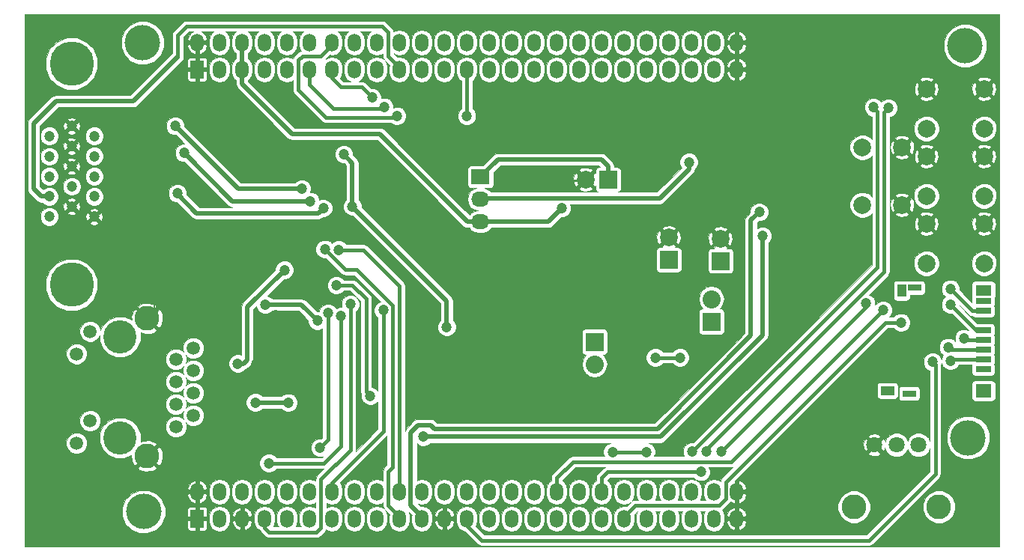
<source format=gbl>
%FSLAX46Y46*%
G04 Gerber Fmt 4.6, Leading zero omitted, Abs format (unit mm)*
G04 Created by KiCad (PCBNEW (2014-08-12 BZR 5067)-product) date mié 27 ago 2014 07:49:12 ART*
%MOMM*%
G01*
G04 APERTURE LIST*
%ADD10C,0.150000*%
%ADD11C,3.750000*%
%ADD12C,1.500000*%
%ADD13C,2.800000*%
%ADD14O,1.500000X2.000000*%
%ADD15R,1.500000X2.000000*%
%ADD16R,2.032000X1.727200*%
%ADD17O,2.032000X1.727200*%
%ADD18R,2.032000X2.032000*%
%ADD19O,2.032000X2.032000*%
%ADD20C,1.998980*%
%ADD21R,1.998980X1.998980*%
%ADD22C,1.800000*%
%ADD23O,0.900000X1.900000*%
%ADD24O,1.250000X0.950000*%
%ADD25C,4.000000*%
%ADD26C,5.001260*%
%ADD27C,1.198880*%
%ADD28R,1.500000X0.800000*%
%ADD29R,1.800000X1.500000*%
%ADD30R,1.800000X1.300000*%
%ADD31R,1.750000X0.700000*%
%ADD32R,1.000000X1.475000*%
%ADD33R,1.550000X1.000000*%
%ADD34C,1.200000*%
%ADD35C,0.508000*%
%ADD36C,0.254000*%
%ADD37C,0.203200*%
%ADD38C,0.381000*%
%ADD39C,0.101600*%
G04 APERTURE END LIST*
D10*
D11*
X103695250Y-107156250D03*
X103695250Y-118586250D03*
D12*
X110035250Y-117316250D03*
X111985250Y-116046250D03*
X110035250Y-114776250D03*
X111985250Y-113506250D03*
X110035250Y-112236250D03*
X111985250Y-110966250D03*
X110035250Y-109696250D03*
X111985250Y-108426250D03*
X98795250Y-119196250D03*
X100315250Y-116656250D03*
X98795250Y-109086250D03*
X100315250Y-106546250D03*
D13*
X106745250Y-105096250D03*
X106745250Y-120646250D03*
D14*
X173375250Y-76926250D03*
X170835250Y-76926250D03*
X168295250Y-76926250D03*
X165755250Y-76926250D03*
X163215250Y-76926250D03*
X160675250Y-76926250D03*
X158135250Y-76926250D03*
X155595250Y-76926250D03*
X153055250Y-76926250D03*
X150515250Y-76926250D03*
X147975250Y-76926250D03*
X145435250Y-76926250D03*
X142895250Y-76926250D03*
X140355250Y-76926250D03*
X137815250Y-76926250D03*
X135275250Y-76926250D03*
X132735250Y-76926250D03*
X130195250Y-76926250D03*
X127655250Y-76926250D03*
X125115250Y-76926250D03*
X122575250Y-76926250D03*
X120035250Y-76926250D03*
X117495250Y-76926250D03*
X114955250Y-76926250D03*
D15*
X112415250Y-76926250D03*
D14*
X112415250Y-73886250D03*
X114955250Y-73886250D03*
X117495250Y-73886250D03*
X120035250Y-73886250D03*
X122575250Y-73886250D03*
X125115250Y-73886250D03*
X127655250Y-73886250D03*
X130195250Y-73886250D03*
X132735250Y-73886250D03*
X135275250Y-73886250D03*
X137815250Y-73886250D03*
X140355250Y-73886250D03*
X142895250Y-73886250D03*
X145435250Y-73886250D03*
X147975250Y-73886250D03*
X150515250Y-73886250D03*
X153055250Y-73886250D03*
X155595250Y-73886250D03*
X158135250Y-73886250D03*
X160675250Y-73886250D03*
X163215250Y-73886250D03*
X165755250Y-73886250D03*
X168295250Y-73886250D03*
X170835250Y-73886250D03*
X173375250Y-73886250D03*
X173375250Y-124686250D03*
X170835250Y-124686250D03*
X168295250Y-124686250D03*
X165755250Y-124686250D03*
X163215250Y-124686250D03*
X160675250Y-124686250D03*
X158135250Y-124686250D03*
X155595250Y-124686250D03*
X153055250Y-124686250D03*
X150515250Y-124686250D03*
X147975250Y-124686250D03*
X145435250Y-124686250D03*
X142895250Y-124686250D03*
X140355250Y-124686250D03*
X137815250Y-124686250D03*
X135275250Y-124686250D03*
X132735250Y-124686250D03*
X130195250Y-124686250D03*
X127655250Y-124686250D03*
X125115250Y-124686250D03*
X122575250Y-124686250D03*
X120035250Y-124686250D03*
X117495250Y-124686250D03*
X114955250Y-124686250D03*
X112415250Y-124686250D03*
D15*
X112415250Y-127726250D03*
D14*
X114955250Y-127726250D03*
X117495250Y-127726250D03*
X120035250Y-127726250D03*
X122575250Y-127726250D03*
X125115250Y-127726250D03*
X127655250Y-127726250D03*
X130195250Y-127726250D03*
X132735250Y-127726250D03*
X135275250Y-127726250D03*
X137815250Y-127726250D03*
X140355250Y-127726250D03*
X142895250Y-127726250D03*
X145435250Y-127726250D03*
X147975250Y-127726250D03*
X150515250Y-127726250D03*
X153055250Y-127726250D03*
X155595250Y-127726250D03*
X158135250Y-127726250D03*
X160675250Y-127726250D03*
X163215250Y-127726250D03*
X165755250Y-127726250D03*
X168295250Y-127726250D03*
X170835250Y-127726250D03*
X173375250Y-127726250D03*
D16*
X144430750Y-89058750D03*
D17*
X144430750Y-91598750D03*
X144430750Y-94138750D03*
D18*
X170529250Y-105441750D03*
D19*
X170529250Y-102901750D03*
D18*
X157321250Y-107727750D03*
D19*
X157321250Y-110267750D03*
D20*
X187582810Y-85744050D03*
X192083690Y-92246450D03*
X192083690Y-85744050D03*
X187582810Y-92246450D03*
X194837050Y-98865690D03*
X201339450Y-94364810D03*
X194837050Y-94364810D03*
X201339450Y-98865690D03*
X194837050Y-91245690D03*
X201339450Y-86744810D03*
X194837050Y-86744810D03*
X201339450Y-91245690D03*
X194837050Y-83625690D03*
X201339450Y-79124810D03*
X194837050Y-79124810D03*
X201339450Y-83625690D03*
D21*
X171545250Y-98583750D03*
D20*
X171545250Y-96043750D03*
D21*
X165703250Y-98456750D03*
D20*
X165703250Y-95916750D03*
D21*
X158845250Y-89376250D03*
D20*
X156305250Y-89376250D03*
D22*
X193952500Y-119380000D03*
X191452500Y-119380000D03*
X188952500Y-119380000D03*
D13*
X186652500Y-126380000D03*
X196252500Y-126380000D03*
D23*
X183928900Y-128701800D03*
D24*
X182928900Y-126001800D03*
X177928900Y-126001800D03*
D23*
X176928900Y-128701800D03*
D25*
X199199500Y-74231500D03*
X199555100Y-118567200D03*
X106235500Y-73914000D03*
X106362500Y-126936500D03*
D26*
X98234500Y-76272000D03*
D27*
X100774500Y-89012000D03*
X100774500Y-86732000D03*
X100774500Y-84452000D03*
X100774500Y-91292000D03*
X100774500Y-93572000D03*
X98234500Y-90152000D03*
X98234500Y-87872000D03*
X98234500Y-85592000D03*
X98234500Y-83312000D03*
D26*
X98234500Y-101262000D03*
D27*
X98234500Y-92432000D03*
X95694500Y-84452000D03*
X95694500Y-86772000D03*
X95694500Y-89012000D03*
X95694500Y-91292000D03*
X95694500Y-93572000D03*
D28*
X193524250Y-101617250D03*
D29*
X201274250Y-113242250D03*
D30*
X201274250Y-101892250D03*
D31*
X201249250Y-103092250D03*
X201249250Y-104192250D03*
X201249250Y-105292250D03*
X201249250Y-106392250D03*
X201249250Y-107492250D03*
X201249250Y-108592250D03*
X201249250Y-109692250D03*
X201249250Y-110792250D03*
D28*
X192874250Y-113567250D03*
D32*
X192024250Y-101954750D03*
D33*
X190449250Y-113242250D03*
D34*
X187134500Y-97282000D03*
X183578500Y-114808000D03*
X183578500Y-116840000D03*
X136969500Y-112293400D03*
X140398500Y-110236000D03*
X140398500Y-112522000D03*
X140398500Y-114808000D03*
X159092900Y-105562400D03*
X159804100Y-110566200D03*
X121297700Y-104724200D03*
X119113300Y-110261400D03*
X122313700Y-112014000D03*
X127635000Y-95631000D03*
X164052250Y-114839750D03*
X151860250Y-89503250D03*
X149447250Y-89503250D03*
X147288250Y-89503250D03*
X107537250Y-101377750D03*
X107537250Y-98837750D03*
X107537250Y-96297750D03*
X112363250Y-80295750D03*
X114141250Y-82073750D03*
X116173250Y-84105750D03*
X118459250Y-86391750D03*
X150717250Y-96043750D03*
X150717250Y-98329750D03*
X150717250Y-100869750D03*
X166433500Y-120142000D03*
X118967250Y-114585750D03*
X122720100Y-114604800D03*
X129952750Y-92424250D03*
X128974850Y-86518750D03*
X122269250Y-99599750D03*
X116998750Y-110178850D03*
X167989250Y-87407750D03*
X140627100Y-106045000D03*
X199072500Y-107315000D03*
X166973250Y-109505750D03*
X164179250Y-109505750D03*
X129730500Y-103479600D03*
X126301500Y-119697500D03*
X127190500Y-104457500D03*
X133438900Y-104165400D03*
X128130300Y-101320600D03*
X131991100Y-113868200D03*
X195516500Y-109982000D03*
X189928500Y-104140000D03*
X171640500Y-120142000D03*
X169354500Y-122428000D03*
X188023500Y-103378000D03*
X191960500Y-105537000D03*
X159353250Y-120173750D03*
X163163250Y-120173750D03*
X133546850Y-81159350D03*
X132200650Y-80117950D03*
X134994650Y-82175350D03*
X197294500Y-108331000D03*
X197548500Y-101727000D03*
X153638250Y-92614750D03*
X120491250Y-121443750D03*
X128651000Y-104838500D03*
X125984000Y-105346500D03*
X120129300Y-103530400D03*
X197548500Y-103505000D03*
X197548500Y-109855000D03*
X125190250Y-91827350D03*
X110934500Y-86360000D03*
X124225050Y-90404950D03*
X109918500Y-83312000D03*
X126663450Y-92614750D03*
X110172500Y-90932000D03*
X188842650Y-81210150D03*
X168338500Y-120142000D03*
X190519050Y-81286350D03*
X169989500Y-120142000D03*
X142894050Y-82200750D03*
X137941050Y-118471950D03*
X176295050Y-95764350D03*
X128365250Y-97313750D03*
X126841250Y-97250250D03*
X175939450Y-93046550D03*
D35*
X183578500Y-116840000D02*
X183578500Y-114808000D01*
X136969500Y-112293400D02*
X137883900Y-112293400D01*
X140398500Y-112522000D02*
X140398500Y-110236000D01*
X137883900Y-112293400D02*
X140398500Y-114808000D01*
X159804100Y-106273600D02*
X159092900Y-105562400D01*
X159804100Y-110566200D02*
X159804100Y-106273600D01*
X120561100Y-110261400D02*
X120561100Y-105460800D01*
X120561100Y-105460800D02*
X121297700Y-104724200D01*
X120561100Y-110261400D02*
X119113300Y-110261400D01*
X122313700Y-112014000D02*
X120561100Y-110261400D01*
D36*
X156305250Y-89376250D02*
X156178250Y-89503250D01*
X156178250Y-89503250D02*
X151860250Y-89503250D01*
X149447250Y-89503250D02*
X147288250Y-89503250D01*
D37*
X107495250Y-105096250D02*
X107537250Y-105054250D01*
X107537250Y-105054250D02*
X107537250Y-101377750D01*
X107537250Y-98837750D02*
X107537250Y-96297750D01*
X112415250Y-76676250D02*
X112363250Y-76728250D01*
X112363250Y-76728250D02*
X112363250Y-80295750D01*
X114141250Y-82073750D02*
X116173250Y-84105750D01*
X150717250Y-98329750D02*
X150717250Y-100869750D01*
D35*
X122701050Y-114585750D02*
X118967250Y-114585750D01*
X122720100Y-114604800D02*
X122701050Y-114585750D01*
X129952750Y-92424250D02*
X129952750Y-87496650D01*
X129952750Y-87496650D02*
X128974850Y-86518750D01*
X118078250Y-109759750D02*
X117659150Y-110178850D01*
X122269250Y-99599750D02*
X118078250Y-103790750D01*
X118078250Y-103790750D02*
X118078250Y-109759750D01*
X117659150Y-110178850D02*
X116998750Y-110178850D01*
X144557750Y-91471750D02*
X144430750Y-91598750D01*
X167989250Y-88169750D02*
X164687250Y-91471750D01*
X164687250Y-91471750D02*
X144557750Y-91471750D01*
X167989250Y-87407750D02*
X167989250Y-88169750D01*
X140627100Y-106045000D02*
X140627100Y-103098600D01*
X140627100Y-103098600D02*
X129952750Y-92424250D01*
D38*
X199249750Y-107492250D02*
X199072500Y-107315000D01*
X201249250Y-107492250D02*
X199249750Y-107492250D01*
X166973250Y-109505750D02*
X164179250Y-109505750D01*
X129730500Y-103479600D02*
X129730500Y-119951500D01*
X126396750Y-123285250D02*
X129730500Y-119951500D01*
X126396750Y-123285250D02*
X126396750Y-128746250D01*
X126396750Y-128746250D02*
X125888750Y-129254250D01*
X125888750Y-129254250D02*
X120554750Y-129254250D01*
X120554750Y-129254250D02*
X120035250Y-128734750D01*
D36*
X120035250Y-128734750D02*
X120035250Y-127476250D01*
D38*
X127190500Y-104457500D02*
X127190500Y-118808500D01*
X127190500Y-118808500D02*
X126301500Y-119697500D01*
X127655250Y-123639650D02*
X127655250Y-124936250D01*
X133438900Y-117856000D02*
X127655250Y-123639650D01*
X133438900Y-104165400D02*
X133438900Y-117856000D01*
X127655250Y-123995250D02*
X127655250Y-124936250D01*
X128130300Y-101320600D02*
X129959100Y-101320600D01*
X131508500Y-113385600D02*
X131991100Y-113868200D01*
X131508500Y-102870000D02*
X131508500Y-113385600D01*
X129959100Y-101320600D02*
X131508500Y-102870000D01*
X142895250Y-127476250D02*
X142895250Y-128480750D01*
X142895250Y-128480750D02*
X144589500Y-130175000D01*
X144589500Y-130175000D02*
X188328300Y-130175000D01*
X188328300Y-130175000D02*
X195846700Y-122656600D01*
X195846700Y-122656600D02*
X195846700Y-110312200D01*
X195846700Y-110312200D02*
X195516500Y-109982000D01*
D36*
X153055250Y-124936250D02*
X153055250Y-125178750D01*
D38*
X153055250Y-123106250D02*
X154876500Y-121285000D01*
X154876500Y-121285000D02*
X172783500Y-121285000D01*
X172783500Y-121285000D02*
X189928500Y-104140000D01*
X153055250Y-124936250D02*
X153055250Y-123106250D01*
X188023500Y-103759000D02*
X171640500Y-120142000D01*
X169354500Y-122428000D02*
X158813500Y-122428000D01*
X158813500Y-122428000D02*
X158135250Y-123106250D01*
X158135250Y-123106250D02*
X158135250Y-124936250D01*
X188023500Y-103378000D02*
X188023500Y-103759000D01*
X161913500Y-126238000D02*
X171386500Y-126238000D01*
X171386500Y-126238000D02*
X172148500Y-125476000D01*
X172148500Y-125476000D02*
X172148500Y-123571000D01*
X172148500Y-123571000D02*
X190182500Y-105537000D01*
X190182500Y-105537000D02*
X191960500Y-105537000D01*
X160675250Y-127476250D02*
X161913500Y-126238000D01*
X159353250Y-120173750D02*
X163163250Y-120173750D01*
X133546850Y-81159350D02*
X133394450Y-81311750D01*
X133394450Y-81311750D02*
X127781050Y-81311750D01*
X127781050Y-81311750D02*
X125115250Y-78645950D01*
X125115250Y-78645950D02*
X125115250Y-76676250D01*
X127666750Y-76687750D02*
X127655250Y-76676250D01*
X127655250Y-77909350D02*
X127655250Y-76676250D01*
X132200650Y-80117950D02*
X130981450Y-78898750D01*
X130981450Y-78898750D02*
X128644650Y-78898750D01*
X128644650Y-78898750D02*
X127655250Y-77909350D01*
X134994650Y-82175350D02*
X134816850Y-82353150D01*
X134816850Y-82353150D02*
X126993650Y-82353150D01*
X126993650Y-82353150D02*
X123844050Y-79203550D01*
X123844050Y-79203550D02*
X123844050Y-75876150D01*
X123844050Y-75876150D02*
X124326650Y-75393550D01*
X124326650Y-75393550D02*
X126397950Y-75393550D01*
X126397950Y-75393550D02*
X127655250Y-74136250D01*
X197555750Y-108592250D02*
X197294500Y-108331000D01*
X201249250Y-108592250D02*
X197555750Y-108592250D01*
X200013750Y-104192250D02*
X197548500Y-101727000D01*
X201249250Y-104192250D02*
X200013750Y-104192250D01*
D35*
X158845250Y-87852250D02*
X158083250Y-87090250D01*
X158083250Y-87090250D02*
X146399250Y-87090250D01*
X146399250Y-87090250D02*
X144430750Y-89058750D01*
X158845250Y-89376250D02*
X158845250Y-87852250D01*
X144430750Y-94138750D02*
X152114250Y-94138750D01*
X153638250Y-92614750D02*
X152114250Y-94138750D01*
X142970250Y-94138750D02*
X133051558Y-84220058D01*
X133051558Y-84220058D02*
X123145558Y-84220058D01*
X123145558Y-84220058D02*
X117495250Y-78569750D01*
X117495250Y-78569750D02*
X117495250Y-76676250D01*
X144430750Y-94138750D02*
X142970250Y-94138750D01*
X117495250Y-74136250D02*
X117495250Y-76676250D01*
D38*
X126714250Y-121443750D02*
X120491250Y-121443750D01*
X128651000Y-119507000D02*
X126714250Y-121443750D01*
X128651000Y-104838500D02*
X128651000Y-119507000D01*
D35*
X125984000Y-105346500D02*
X124167900Y-103530400D01*
X124167900Y-103530400D02*
X120129300Y-103530400D01*
D38*
X200435750Y-106392250D02*
X197548500Y-103505000D01*
X201249250Y-106392250D02*
X200435750Y-106392250D01*
X197711250Y-109692250D02*
X197548500Y-109855000D01*
X201249250Y-109692250D02*
X197711250Y-109692250D01*
D35*
X116376450Y-91827350D02*
X110934500Y-86385400D01*
X125190250Y-91827350D02*
X116376450Y-91827350D01*
X110934500Y-86385400D02*
X110934500Y-86360000D01*
X109918500Y-83312000D02*
X117011450Y-90404950D01*
X117011450Y-90404950D02*
X124225050Y-90404950D01*
X112337850Y-93198950D02*
X110172500Y-91033600D01*
X126663450Y-92614750D02*
X126079250Y-93198950D01*
X126079250Y-93198950D02*
X112337850Y-93198950D01*
X110172500Y-91033600D02*
X110172500Y-90932000D01*
D38*
X155595250Y-74136250D02*
X155595250Y-73131750D01*
X188842650Y-81210150D02*
X189299850Y-81667350D01*
X189299850Y-81667350D02*
X189299850Y-99269550D01*
X189299850Y-99269550D02*
X168338500Y-120142000D01*
X190519050Y-81286350D02*
X190061850Y-81743550D01*
X190061850Y-81743550D02*
X190061850Y-99777550D01*
X190061850Y-99777550D02*
X170287950Y-119551450D01*
X169989500Y-119849900D02*
X169989500Y-120142000D01*
X170287950Y-119551450D02*
X169989500Y-119849900D01*
D35*
X110204250Y-75469750D02*
X105156000Y-80518000D01*
D38*
X135275250Y-76676250D02*
X134004050Y-75405050D01*
X110204250Y-75469750D02*
X110204250Y-73056750D01*
X110204250Y-73056750D02*
X111220250Y-72040750D01*
X111220250Y-72040750D02*
X133318250Y-72040750D01*
X133318250Y-72040750D02*
X134004050Y-72726550D01*
X134004050Y-72726550D02*
X134004050Y-75405050D01*
D35*
X94784500Y-91292000D02*
X95694500Y-91292000D01*
X93916500Y-90424000D02*
X94784500Y-91292000D01*
X93916500Y-83058000D02*
X93916500Y-90424000D01*
X96456500Y-80518000D02*
X93916500Y-83058000D01*
X105156000Y-80518000D02*
X96456500Y-80518000D01*
D38*
X142894050Y-82200750D02*
X142895250Y-82199550D01*
X142895250Y-82199550D02*
X142895250Y-76676250D01*
D35*
X164788850Y-118471950D02*
X137941050Y-118471950D01*
X176295050Y-106965750D02*
X164788850Y-118471950D01*
X176295050Y-95764350D02*
X176295050Y-106965750D01*
D38*
X135274050Y-124935050D02*
X135275250Y-124936250D01*
X135274050Y-101377750D02*
X131210050Y-97313750D01*
X131210050Y-97313750D02*
X128365250Y-97313750D01*
X135274050Y-124935050D02*
X135274050Y-101377750D01*
X134461248Y-103638348D02*
X130416300Y-99593400D01*
X130416300Y-99593400D02*
X129184400Y-99593400D01*
X129184400Y-99593400D02*
X126841250Y-97250250D01*
X134016750Y-126217750D02*
X135275250Y-127476250D01*
X134016750Y-122384668D02*
X134016750Y-126217750D01*
X134461248Y-121940170D02*
X134016750Y-122384668D01*
X134461248Y-103638348D02*
X134461248Y-121940170D01*
D35*
X137815250Y-127476250D02*
X136556750Y-126217750D01*
X137382250Y-117151150D02*
X136556750Y-117976650D01*
X138779250Y-117151150D02*
X137382250Y-117151150D01*
X139236450Y-117608350D02*
X138779250Y-117151150D01*
X164433250Y-117608350D02*
X139236450Y-117608350D01*
X174999650Y-107041950D02*
X164433250Y-117608350D01*
X174999650Y-93986350D02*
X174999650Y-107041950D01*
X175939450Y-93046550D02*
X174999650Y-93986350D01*
X136556750Y-126217750D02*
X136556750Y-117976650D01*
D39*
G36*
X157968092Y-87944960D02*
X157759870Y-87944960D01*
X157601165Y-88010697D01*
X157479698Y-88132165D01*
X157413960Y-88290869D01*
X157413960Y-88462650D01*
X157413960Y-88663952D01*
X157349029Y-88619839D01*
X157061661Y-88907207D01*
X157061661Y-88332471D01*
X156941225Y-88155201D01*
X156425539Y-88004771D01*
X155891540Y-88063136D01*
X155669275Y-88155201D01*
X155548839Y-88332471D01*
X156305250Y-89088882D01*
X157061661Y-88332471D01*
X157061661Y-88907207D01*
X156592618Y-89376250D01*
X157349029Y-90132661D01*
X157413960Y-90088547D01*
X157413960Y-90461630D01*
X157479697Y-90620335D01*
X157601165Y-90741802D01*
X157707746Y-90785950D01*
X157061661Y-90785950D01*
X157061661Y-90420029D01*
X156305250Y-89663618D01*
X156017882Y-89950986D01*
X156017882Y-89376250D01*
X155261471Y-88619839D01*
X155084201Y-88740275D01*
X154933771Y-89255961D01*
X154992136Y-89789960D01*
X155084201Y-90012225D01*
X155261471Y-90132661D01*
X156017882Y-89376250D01*
X156017882Y-89950986D01*
X155548839Y-90420029D01*
X155669275Y-90597299D01*
X156184961Y-90747729D01*
X156718960Y-90689364D01*
X156941225Y-90597299D01*
X157061661Y-90420029D01*
X157061661Y-90785950D01*
X145596446Y-90785950D01*
X145527500Y-90682764D01*
X145107242Y-90401956D01*
X144866903Y-90354150D01*
X145532640Y-90354150D01*
X145691345Y-90288413D01*
X145812812Y-90166945D01*
X145878550Y-90008241D01*
X145878550Y-89836460D01*
X145878550Y-88580818D01*
X146683318Y-87776050D01*
X157799182Y-87776050D01*
X157968092Y-87944960D01*
X157968092Y-87944960D01*
G37*
X157968092Y-87944960D02*
X157759870Y-87944960D01*
X157601165Y-88010697D01*
X157479698Y-88132165D01*
X157413960Y-88290869D01*
X157413960Y-88462650D01*
X157413960Y-88663952D01*
X157349029Y-88619839D01*
X157061661Y-88907207D01*
X157061661Y-88332471D01*
X156941225Y-88155201D01*
X156425539Y-88004771D01*
X155891540Y-88063136D01*
X155669275Y-88155201D01*
X155548839Y-88332471D01*
X156305250Y-89088882D01*
X157061661Y-88332471D01*
X157061661Y-88907207D01*
X156592618Y-89376250D01*
X157349029Y-90132661D01*
X157413960Y-90088547D01*
X157413960Y-90461630D01*
X157479697Y-90620335D01*
X157601165Y-90741802D01*
X157707746Y-90785950D01*
X157061661Y-90785950D01*
X157061661Y-90420029D01*
X156305250Y-89663618D01*
X156017882Y-89950986D01*
X156017882Y-89376250D01*
X155261471Y-88619839D01*
X155084201Y-88740275D01*
X154933771Y-89255961D01*
X154992136Y-89789960D01*
X155084201Y-90012225D01*
X155261471Y-90132661D01*
X156017882Y-89376250D01*
X156017882Y-89950986D01*
X155548839Y-90420029D01*
X155669275Y-90597299D01*
X156184961Y-90747729D01*
X156718960Y-90689364D01*
X156941225Y-90597299D01*
X157061661Y-90420029D01*
X157061661Y-90785950D01*
X145596446Y-90785950D01*
X145527500Y-90682764D01*
X145107242Y-90401956D01*
X144866903Y-90354150D01*
X145532640Y-90354150D01*
X145691345Y-90288413D01*
X145812812Y-90166945D01*
X145878550Y-90008241D01*
X145878550Y-89836460D01*
X145878550Y-88580818D01*
X146683318Y-87776050D01*
X157799182Y-87776050D01*
X157968092Y-87944960D01*
G36*
X203042772Y-130843020D02*
X202770988Y-130843020D01*
X202770988Y-98582238D01*
X202770988Y-90962238D01*
X202770988Y-83342238D01*
X202710929Y-83196884D01*
X202710929Y-79245099D01*
X202652564Y-78711100D01*
X202560499Y-78488835D01*
X202383229Y-78368399D01*
X202095861Y-78655767D01*
X202095861Y-78081031D01*
X201975425Y-77903761D01*
X201631721Y-77803499D01*
X201631721Y-73749907D01*
X201262282Y-72855795D01*
X200578803Y-72171122D01*
X199685337Y-71800123D01*
X198717907Y-71799279D01*
X197823795Y-72168718D01*
X197139122Y-72852197D01*
X196768123Y-73745663D01*
X196767279Y-74713093D01*
X197136718Y-75607205D01*
X197820197Y-76291878D01*
X198713663Y-76662877D01*
X199681093Y-76663721D01*
X200575205Y-76294282D01*
X201259878Y-75610803D01*
X201630877Y-74717337D01*
X201631721Y-73749907D01*
X201631721Y-77803499D01*
X201459739Y-77753331D01*
X200925740Y-77811696D01*
X200703475Y-77903761D01*
X200583039Y-78081031D01*
X201339450Y-78837442D01*
X202095861Y-78081031D01*
X202095861Y-78655767D01*
X201626818Y-79124810D01*
X202383229Y-79881221D01*
X202560499Y-79760785D01*
X202710929Y-79245099D01*
X202710929Y-83196884D01*
X202553546Y-82815988D01*
X202151269Y-82413009D01*
X202095861Y-82390001D01*
X202095861Y-80168589D01*
X201339450Y-79412178D01*
X201052082Y-79699546D01*
X201052082Y-79124810D01*
X200295671Y-78368399D01*
X200118401Y-78488835D01*
X199967971Y-79004521D01*
X200026336Y-79538520D01*
X200118401Y-79760785D01*
X200295671Y-79881221D01*
X201052082Y-79124810D01*
X201052082Y-79699546D01*
X200583039Y-80168589D01*
X200703475Y-80345859D01*
X201219161Y-80496289D01*
X201753160Y-80437924D01*
X201975425Y-80345859D01*
X202095861Y-80168589D01*
X202095861Y-82390001D01*
X201625400Y-82194649D01*
X201055998Y-82194152D01*
X200529748Y-82411594D01*
X200126769Y-82813871D01*
X199908409Y-83339740D01*
X199907912Y-83909142D01*
X200125354Y-84435392D01*
X200527631Y-84838371D01*
X201053500Y-85056731D01*
X201622902Y-85057228D01*
X202149152Y-84839786D01*
X202552131Y-84437509D01*
X202770491Y-83911640D01*
X202770988Y-83342238D01*
X202770988Y-90962238D01*
X202710929Y-90816884D01*
X202710929Y-86865099D01*
X202652564Y-86331100D01*
X202560499Y-86108835D01*
X202383229Y-85988399D01*
X202095861Y-86275767D01*
X202095861Y-85701031D01*
X201975425Y-85523761D01*
X201459739Y-85373331D01*
X200925740Y-85431696D01*
X200703475Y-85523761D01*
X200583039Y-85701031D01*
X201339450Y-86457442D01*
X202095861Y-85701031D01*
X202095861Y-86275767D01*
X201626818Y-86744810D01*
X202383229Y-87501221D01*
X202560499Y-87380785D01*
X202710929Y-86865099D01*
X202710929Y-90816884D01*
X202553546Y-90435988D01*
X202151269Y-90033009D01*
X202095861Y-90010001D01*
X202095861Y-87788589D01*
X201339450Y-87032178D01*
X201052082Y-87319546D01*
X201052082Y-86744810D01*
X200295671Y-85988399D01*
X200118401Y-86108835D01*
X199967971Y-86624521D01*
X200026336Y-87158520D01*
X200118401Y-87380785D01*
X200295671Y-87501221D01*
X201052082Y-86744810D01*
X201052082Y-87319546D01*
X200583039Y-87788589D01*
X200703475Y-87965859D01*
X201219161Y-88116289D01*
X201753160Y-88057924D01*
X201975425Y-87965859D01*
X202095861Y-87788589D01*
X202095861Y-90010001D01*
X201625400Y-89814649D01*
X201055998Y-89814152D01*
X200529748Y-90031594D01*
X200126769Y-90433871D01*
X199908409Y-90959740D01*
X199907912Y-91529142D01*
X200125354Y-92055392D01*
X200527631Y-92458371D01*
X201053500Y-92676731D01*
X201622902Y-92677228D01*
X202149152Y-92459786D01*
X202552131Y-92057509D01*
X202770491Y-91531640D01*
X202770988Y-90962238D01*
X202770988Y-98582238D01*
X202710929Y-98436884D01*
X202710929Y-94485099D01*
X202652564Y-93951100D01*
X202560499Y-93728835D01*
X202383229Y-93608399D01*
X202095861Y-93895767D01*
X202095861Y-93321031D01*
X201975425Y-93143761D01*
X201459739Y-92993331D01*
X200925740Y-93051696D01*
X200703475Y-93143761D01*
X200583039Y-93321031D01*
X201339450Y-94077442D01*
X202095861Y-93321031D01*
X202095861Y-93895767D01*
X201626818Y-94364810D01*
X202383229Y-95121221D01*
X202560499Y-95000785D01*
X202710929Y-94485099D01*
X202710929Y-98436884D01*
X202553546Y-98055988D01*
X202151269Y-97653009D01*
X202095861Y-97630001D01*
X202095861Y-95408589D01*
X201339450Y-94652178D01*
X201052082Y-94939546D01*
X201052082Y-94364810D01*
X200295671Y-93608399D01*
X200118401Y-93728835D01*
X199967971Y-94244521D01*
X200026336Y-94778520D01*
X200118401Y-95000785D01*
X200295671Y-95121221D01*
X201052082Y-94364810D01*
X201052082Y-94939546D01*
X200583039Y-95408589D01*
X200703475Y-95585859D01*
X201219161Y-95736289D01*
X201753160Y-95677924D01*
X201975425Y-95585859D01*
X202095861Y-95408589D01*
X202095861Y-97630001D01*
X201625400Y-97434649D01*
X201055998Y-97434152D01*
X200529748Y-97651594D01*
X200126769Y-98053871D01*
X199908409Y-98579740D01*
X199907912Y-99149142D01*
X200125354Y-99675392D01*
X200527631Y-100078371D01*
X201053500Y-100296731D01*
X201622902Y-100297228D01*
X202149152Y-100079786D01*
X202552131Y-99677509D01*
X202770491Y-99151640D01*
X202770988Y-98582238D01*
X202770988Y-130843020D01*
X202606050Y-130843020D01*
X202606050Y-114078141D01*
X202606050Y-113906360D01*
X202606050Y-112406360D01*
X202606050Y-102628141D01*
X202606050Y-102456360D01*
X202606050Y-101156360D01*
X202540313Y-100997655D01*
X202418845Y-100876188D01*
X202260141Y-100810450D01*
X202088360Y-100810450D01*
X200288360Y-100810450D01*
X200129655Y-100876187D01*
X200008188Y-100997655D01*
X199942450Y-101156359D01*
X199942450Y-101328140D01*
X199942450Y-102628140D01*
X199948294Y-102642249D01*
X199942450Y-102656359D01*
X199942450Y-102828140D01*
X199942450Y-103240884D01*
X198580167Y-101878601D01*
X198580479Y-101522663D01*
X198423727Y-101143296D01*
X198133731Y-100852793D01*
X197754638Y-100695380D01*
X197344163Y-100695021D01*
X196964796Y-100851773D01*
X196674293Y-101141769D01*
X196516880Y-101520862D01*
X196516521Y-101931337D01*
X196673273Y-102310704D01*
X196963269Y-102601207D01*
X196998512Y-102615841D01*
X196964796Y-102629773D01*
X196674293Y-102919769D01*
X196516880Y-103298862D01*
X196516521Y-103709337D01*
X196673273Y-104088704D01*
X196963269Y-104379207D01*
X197342362Y-104536620D01*
X197700367Y-104536933D01*
X199566235Y-106402800D01*
X199278638Y-106283380D01*
X198868163Y-106283021D01*
X198488796Y-106439773D01*
X198198293Y-106729769D01*
X198040880Y-107108862D01*
X198040521Y-107519337D01*
X198109983Y-107687447D01*
X197879731Y-107456793D01*
X197500638Y-107299380D01*
X197090163Y-107299021D01*
X196710796Y-107455773D01*
X196420293Y-107745769D01*
X196268588Y-108111115D01*
X196268588Y-98582238D01*
X196268588Y-90962238D01*
X196268588Y-83342238D01*
X196208529Y-83196884D01*
X196208529Y-79245099D01*
X196150164Y-78711100D01*
X196058099Y-78488835D01*
X195880829Y-78368399D01*
X195593461Y-78655767D01*
X195593461Y-78081031D01*
X195473025Y-77903761D01*
X194957339Y-77753331D01*
X194423340Y-77811696D01*
X194201075Y-77903761D01*
X194080639Y-78081031D01*
X194837050Y-78837442D01*
X195593461Y-78081031D01*
X195593461Y-78655767D01*
X195124418Y-79124810D01*
X195880829Y-79881221D01*
X196058099Y-79760785D01*
X196208529Y-79245099D01*
X196208529Y-83196884D01*
X196051146Y-82815988D01*
X195648869Y-82413009D01*
X195593461Y-82390001D01*
X195593461Y-80168589D01*
X194837050Y-79412178D01*
X194549682Y-79699546D01*
X194549682Y-79124810D01*
X193793271Y-78368399D01*
X193616001Y-78488835D01*
X193465571Y-79004521D01*
X193523936Y-79538520D01*
X193616001Y-79760785D01*
X193793271Y-79881221D01*
X194549682Y-79124810D01*
X194549682Y-79699546D01*
X194080639Y-80168589D01*
X194201075Y-80345859D01*
X194716761Y-80496289D01*
X195250760Y-80437924D01*
X195473025Y-80345859D01*
X195593461Y-80168589D01*
X195593461Y-82390001D01*
X195123000Y-82194649D01*
X194553598Y-82194152D01*
X194027348Y-82411594D01*
X193624369Y-82813871D01*
X193406009Y-83339740D01*
X193405512Y-83909142D01*
X193622954Y-84435392D01*
X194025231Y-84838371D01*
X194551100Y-85056731D01*
X195120502Y-85057228D01*
X195646752Y-84839786D01*
X196049731Y-84437509D01*
X196268091Y-83911640D01*
X196268588Y-83342238D01*
X196268588Y-90962238D01*
X196208529Y-90816884D01*
X196208529Y-86865099D01*
X196150164Y-86331100D01*
X196058099Y-86108835D01*
X195880829Y-85988399D01*
X195593461Y-86275767D01*
X195593461Y-85701031D01*
X195473025Y-85523761D01*
X194957339Y-85373331D01*
X194423340Y-85431696D01*
X194201075Y-85523761D01*
X194080639Y-85701031D01*
X194837050Y-86457442D01*
X195593461Y-85701031D01*
X195593461Y-86275767D01*
X195124418Y-86744810D01*
X195880829Y-87501221D01*
X196058099Y-87380785D01*
X196208529Y-86865099D01*
X196208529Y-90816884D01*
X196051146Y-90435988D01*
X195648869Y-90033009D01*
X195593461Y-90010001D01*
X195593461Y-87788589D01*
X194837050Y-87032178D01*
X194549682Y-87319546D01*
X194549682Y-86744810D01*
X193793271Y-85988399D01*
X193616001Y-86108835D01*
X193465571Y-86624521D01*
X193523936Y-87158520D01*
X193616001Y-87380785D01*
X193793271Y-87501221D01*
X194549682Y-86744810D01*
X194549682Y-87319546D01*
X194080639Y-87788589D01*
X194201075Y-87965859D01*
X194716761Y-88116289D01*
X195250760Y-88057924D01*
X195473025Y-87965859D01*
X195593461Y-87788589D01*
X195593461Y-90010001D01*
X195123000Y-89814649D01*
X194553598Y-89814152D01*
X194027348Y-90031594D01*
X193624369Y-90433871D01*
X193455169Y-90841349D01*
X193455169Y-85864339D01*
X193396804Y-85330340D01*
X193304739Y-85108075D01*
X193127469Y-84987639D01*
X192840101Y-85275007D01*
X192840101Y-84700271D01*
X192719665Y-84523001D01*
X192203979Y-84372571D01*
X191669980Y-84430936D01*
X191447715Y-84523001D01*
X191327279Y-84700271D01*
X192083690Y-85456682D01*
X192840101Y-84700271D01*
X192840101Y-85275007D01*
X192371058Y-85744050D01*
X193127469Y-86500461D01*
X193304739Y-86380025D01*
X193455169Y-85864339D01*
X193455169Y-90841349D01*
X193406009Y-90959740D01*
X193405512Y-91529142D01*
X193622954Y-92055392D01*
X194025231Y-92458371D01*
X194551100Y-92676731D01*
X195120502Y-92677228D01*
X195646752Y-92459786D01*
X196049731Y-92057509D01*
X196268091Y-91531640D01*
X196268588Y-90962238D01*
X196268588Y-98582238D01*
X196208529Y-98436884D01*
X196208529Y-94485099D01*
X196150164Y-93951100D01*
X196058099Y-93728835D01*
X195880829Y-93608399D01*
X195593461Y-93895767D01*
X195593461Y-93321031D01*
X195473025Y-93143761D01*
X194957339Y-92993331D01*
X194423340Y-93051696D01*
X194201075Y-93143761D01*
X194080639Y-93321031D01*
X194837050Y-94077442D01*
X195593461Y-93321031D01*
X195593461Y-93895767D01*
X195124418Y-94364810D01*
X195880829Y-95121221D01*
X196058099Y-95000785D01*
X196208529Y-94485099D01*
X196208529Y-98436884D01*
X196051146Y-98055988D01*
X195648869Y-97653009D01*
X195593461Y-97630001D01*
X195593461Y-95408589D01*
X194837050Y-94652178D01*
X194549682Y-94939546D01*
X194549682Y-94364810D01*
X193793271Y-93608399D01*
X193616001Y-93728835D01*
X193465571Y-94244521D01*
X193523936Y-94778520D01*
X193616001Y-95000785D01*
X193793271Y-95121221D01*
X194549682Y-94364810D01*
X194549682Y-94939546D01*
X194080639Y-95408589D01*
X194201075Y-95585859D01*
X194716761Y-95736289D01*
X195250760Y-95677924D01*
X195473025Y-95585859D01*
X195593461Y-95408589D01*
X195593461Y-97630001D01*
X195123000Y-97434649D01*
X194553598Y-97434152D01*
X194027348Y-97651594D01*
X193624369Y-98053871D01*
X193455169Y-98461349D01*
X193455169Y-92366739D01*
X193396804Y-91832740D01*
X193304739Y-91610475D01*
X193127469Y-91490039D01*
X192840101Y-91777407D01*
X192840101Y-91202671D01*
X192840101Y-86787829D01*
X192083690Y-86031418D01*
X191796322Y-86318786D01*
X191796322Y-85744050D01*
X191039911Y-84987639D01*
X190862641Y-85108075D01*
X190712211Y-85623761D01*
X190770576Y-86157760D01*
X190862641Y-86380025D01*
X191039911Y-86500461D01*
X191796322Y-85744050D01*
X191796322Y-86318786D01*
X191327279Y-86787829D01*
X191447715Y-86965099D01*
X191963401Y-87115529D01*
X192497400Y-87057164D01*
X192719665Y-86965099D01*
X192840101Y-86787829D01*
X192840101Y-91202671D01*
X192719665Y-91025401D01*
X192203979Y-90874971D01*
X191669980Y-90933336D01*
X191447715Y-91025401D01*
X191327279Y-91202671D01*
X192083690Y-91959082D01*
X192840101Y-91202671D01*
X192840101Y-91777407D01*
X192371058Y-92246450D01*
X193127469Y-93002861D01*
X193304739Y-92882425D01*
X193455169Y-92366739D01*
X193455169Y-98461349D01*
X193406009Y-98579740D01*
X193405512Y-99149142D01*
X193622954Y-99675392D01*
X194025231Y-100078371D01*
X194551100Y-100296731D01*
X195120502Y-100297228D01*
X195646752Y-100079786D01*
X196049731Y-99677509D01*
X196268091Y-99151640D01*
X196268588Y-98582238D01*
X196268588Y-108111115D01*
X196262880Y-108124862D01*
X196262521Y-108535337D01*
X196419273Y-108914704D01*
X196709269Y-109205207D01*
X196730243Y-109213916D01*
X196674293Y-109269769D01*
X196516880Y-109648862D01*
X196516834Y-109701077D01*
X196391727Y-109398296D01*
X196101731Y-109107793D01*
X195722638Y-108950380D01*
X195312163Y-108950021D01*
X194932796Y-109106773D01*
X194706050Y-109333123D01*
X194706050Y-102103141D01*
X194706050Y-101931360D01*
X194706050Y-101131360D01*
X194640313Y-100972655D01*
X194518845Y-100851188D01*
X194360141Y-100785450D01*
X194188360Y-100785450D01*
X192840101Y-100785450D01*
X192840101Y-93290229D01*
X192083690Y-92533818D01*
X191796322Y-92821186D01*
X191796322Y-92246450D01*
X191039911Y-91490039D01*
X190862641Y-91610475D01*
X190712211Y-92126161D01*
X190770576Y-92660160D01*
X190862641Y-92882425D01*
X191039911Y-93002861D01*
X191796322Y-92246450D01*
X191796322Y-92821186D01*
X191327279Y-93290229D01*
X191447715Y-93467499D01*
X191963401Y-93617929D01*
X192497400Y-93559564D01*
X192719665Y-93467499D01*
X192840101Y-93290229D01*
X192840101Y-100785450D01*
X192688360Y-100785450D01*
X192649250Y-100801649D01*
X192610141Y-100785450D01*
X192438360Y-100785450D01*
X191438360Y-100785450D01*
X191279655Y-100851187D01*
X191158188Y-100972655D01*
X191092450Y-101131359D01*
X191092450Y-101303140D01*
X191092450Y-102778140D01*
X191158187Y-102936845D01*
X191279655Y-103058312D01*
X191438359Y-103124050D01*
X191610140Y-103124050D01*
X192610140Y-103124050D01*
X192768845Y-103058313D01*
X192890312Y-102936845D01*
X192956050Y-102778141D01*
X192956050Y-102606360D01*
X192956050Y-102449050D01*
X194360140Y-102449050D01*
X194518845Y-102383313D01*
X194640312Y-102261845D01*
X194706050Y-102103141D01*
X194706050Y-109333123D01*
X194642293Y-109396769D01*
X194484880Y-109775862D01*
X194484521Y-110186337D01*
X194641273Y-110565704D01*
X194931269Y-110856207D01*
X195224400Y-110977925D01*
X195224400Y-118970722D01*
X195082204Y-118626581D01*
X194707889Y-118251613D01*
X194218574Y-118048431D01*
X194056050Y-118048289D01*
X194056050Y-114053141D01*
X194056050Y-113881360D01*
X194056050Y-113081360D01*
X193990313Y-112922655D01*
X193868845Y-112801188D01*
X193710141Y-112735450D01*
X193538360Y-112735450D01*
X192992479Y-112735450D01*
X192992479Y-105332663D01*
X192835727Y-104953296D01*
X192545731Y-104662793D01*
X192166638Y-104505380D01*
X191756163Y-104505021D01*
X191376796Y-104661773D01*
X191123426Y-104914700D01*
X190612906Y-104914700D01*
X190802707Y-104725231D01*
X190960120Y-104346138D01*
X190960479Y-103935663D01*
X190803727Y-103556296D01*
X190513731Y-103265793D01*
X190134638Y-103108380D01*
X189724163Y-103108021D01*
X189344796Y-103264773D01*
X189055146Y-103553917D01*
X189055479Y-103173663D01*
X188898727Y-102794296D01*
X188608731Y-102503793D01*
X188330997Y-102388467D01*
X190501879Y-100217585D01*
X190501883Y-100217583D01*
X190501883Y-100217582D01*
X190636780Y-100015694D01*
X190636780Y-100015693D01*
X190644639Y-99976182D01*
X190684150Y-99777550D01*
X190684151Y-99777550D01*
X190684150Y-99777544D01*
X190684150Y-82318294D01*
X190723387Y-82318329D01*
X191102754Y-82161577D01*
X191393257Y-81871581D01*
X191550670Y-81492488D01*
X191551029Y-81082013D01*
X191394277Y-80702646D01*
X191104281Y-80412143D01*
X190725188Y-80254730D01*
X190314713Y-80254371D01*
X189935346Y-80411123D01*
X189718393Y-80627696D01*
X189717877Y-80626446D01*
X189427881Y-80335943D01*
X189048788Y-80178530D01*
X188638313Y-80178171D01*
X188258946Y-80334923D01*
X187968443Y-80624919D01*
X187811030Y-81004012D01*
X187810671Y-81414487D01*
X187967423Y-81793854D01*
X188257419Y-82084357D01*
X188636512Y-82241770D01*
X188677550Y-82241805D01*
X188677550Y-84814783D01*
X188394629Y-84531369D01*
X187868760Y-84313009D01*
X187299358Y-84312512D01*
X186773108Y-84529954D01*
X186370129Y-84932231D01*
X186151769Y-85458100D01*
X186151272Y-86027502D01*
X186368714Y-86553752D01*
X186770991Y-86956731D01*
X187296860Y-87175091D01*
X187866262Y-87175588D01*
X188392512Y-86958146D01*
X188677550Y-86673604D01*
X188677550Y-91317183D01*
X188394629Y-91033769D01*
X187868760Y-90815409D01*
X187299358Y-90814912D01*
X186773108Y-91032354D01*
X186370129Y-91434631D01*
X186151769Y-91960500D01*
X186151272Y-92529902D01*
X186368714Y-93056152D01*
X186770991Y-93459131D01*
X187296860Y-93677491D01*
X187866262Y-93677988D01*
X188392512Y-93460546D01*
X188677550Y-93176004D01*
X188677550Y-99011010D01*
X168492618Y-119110334D01*
X168134163Y-119110021D01*
X167754796Y-119266773D01*
X167464293Y-119556769D01*
X167306880Y-119935862D01*
X167306521Y-120346337D01*
X167437240Y-120662700D01*
X164077436Y-120662700D01*
X164194870Y-120379888D01*
X164195229Y-119969413D01*
X164038477Y-119590046D01*
X163748481Y-119299543D01*
X163407005Y-119157750D01*
X164788850Y-119157750D01*
X165051294Y-119105547D01*
X165051295Y-119105547D01*
X165273784Y-118956884D01*
X176779984Y-107450684D01*
X176928647Y-107228195D01*
X176928647Y-107228194D01*
X176980850Y-106965750D01*
X176980850Y-96537659D01*
X177169257Y-96349581D01*
X177326670Y-95970488D01*
X177327029Y-95560013D01*
X177170277Y-95180646D01*
X176880281Y-94890143D01*
X176501188Y-94732730D01*
X176090713Y-94732371D01*
X175711346Y-94889123D01*
X175685450Y-94914973D01*
X175685450Y-94270418D01*
X175877571Y-94078296D01*
X176143787Y-94078529D01*
X176523154Y-93921777D01*
X176813657Y-93631781D01*
X176971070Y-93252688D01*
X176971429Y-92842213D01*
X176814677Y-92462846D01*
X176524681Y-92172343D01*
X176145588Y-92014930D01*
X175735113Y-92014571D01*
X175355746Y-92171323D01*
X175065243Y-92461319D01*
X174907830Y-92840412D01*
X174907595Y-93108536D01*
X174514716Y-93501416D01*
X174474071Y-93562245D01*
X174474071Y-77302903D01*
X174474071Y-76549597D01*
X174474071Y-74262903D01*
X174474071Y-73509597D01*
X174341960Y-73098737D01*
X174062676Y-72769709D01*
X173745192Y-72599474D01*
X173578450Y-72643737D01*
X173578450Y-73683050D01*
X174392656Y-73683050D01*
X174474071Y-73509597D01*
X174474071Y-74262903D01*
X174392656Y-74089450D01*
X173578450Y-74089450D01*
X173578450Y-75128763D01*
X173745192Y-75173026D01*
X174062676Y-75002791D01*
X174341960Y-74673763D01*
X174474071Y-74262903D01*
X174474071Y-76549597D01*
X174341960Y-76138737D01*
X174062676Y-75809709D01*
X173745192Y-75639474D01*
X173578450Y-75683737D01*
X173578450Y-76723050D01*
X174392656Y-76723050D01*
X174474071Y-76549597D01*
X174474071Y-77302903D01*
X174392656Y-77129450D01*
X173578450Y-77129450D01*
X173578450Y-78168763D01*
X173745192Y-78213026D01*
X174062676Y-78042791D01*
X174341960Y-77713763D01*
X174474071Y-77302903D01*
X174474071Y-93562245D01*
X174366053Y-93723905D01*
X174313850Y-93986350D01*
X174313850Y-106757882D01*
X173172050Y-107899682D01*
X173172050Y-78168763D01*
X173172050Y-77129450D01*
X173172050Y-76723050D01*
X173172050Y-75683737D01*
X173172050Y-75128763D01*
X173172050Y-74089450D01*
X173172050Y-73683050D01*
X173172050Y-72643737D01*
X173005308Y-72599474D01*
X172687824Y-72769709D01*
X172408540Y-73098737D01*
X172276429Y-73509597D01*
X172357844Y-73683050D01*
X173172050Y-73683050D01*
X173172050Y-74089450D01*
X172357844Y-74089450D01*
X172276429Y-74262903D01*
X172408540Y-74673763D01*
X172687824Y-75002791D01*
X173005308Y-75173026D01*
X173172050Y-75128763D01*
X173172050Y-75683737D01*
X173005308Y-75639474D01*
X172687824Y-75809709D01*
X172408540Y-76138737D01*
X172276429Y-76549597D01*
X172357844Y-76723050D01*
X173172050Y-76723050D01*
X173172050Y-77129450D01*
X172357844Y-77129450D01*
X172276429Y-77302903D01*
X172408540Y-77713763D01*
X172687824Y-78042791D01*
X173005308Y-78213026D01*
X173172050Y-78168763D01*
X173172050Y-107899682D01*
X172976540Y-108095192D01*
X172976540Y-99669131D01*
X172976540Y-99497350D01*
X172976540Y-97498370D01*
X172916729Y-97353971D01*
X172916729Y-96164039D01*
X172858364Y-95630040D01*
X172766299Y-95407775D01*
X172589029Y-95287339D01*
X172301661Y-95574707D01*
X172301661Y-94999971D01*
X172181225Y-94822701D01*
X172017050Y-94774809D01*
X172017050Y-77204301D01*
X172017050Y-76648199D01*
X172017050Y-74164301D01*
X172017050Y-73608199D01*
X171927091Y-73155944D01*
X171670909Y-72772540D01*
X171287505Y-72516358D01*
X170835250Y-72426399D01*
X170382995Y-72516358D01*
X169999591Y-72772540D01*
X169743409Y-73155944D01*
X169653450Y-73608199D01*
X169653450Y-74164301D01*
X169743409Y-74616556D01*
X169999591Y-74999960D01*
X170382995Y-75256142D01*
X170835250Y-75346101D01*
X171287505Y-75256142D01*
X171670909Y-74999960D01*
X171927091Y-74616556D01*
X172017050Y-74164301D01*
X172017050Y-76648199D01*
X171927091Y-76195944D01*
X171670909Y-75812540D01*
X171287505Y-75556358D01*
X170835250Y-75466399D01*
X170382995Y-75556358D01*
X169999591Y-75812540D01*
X169743409Y-76195944D01*
X169653450Y-76648199D01*
X169653450Y-77204301D01*
X169743409Y-77656556D01*
X169999591Y-78039960D01*
X170382995Y-78296142D01*
X170835250Y-78386101D01*
X171287505Y-78296142D01*
X171670909Y-78039960D01*
X171927091Y-77656556D01*
X172017050Y-77204301D01*
X172017050Y-94774809D01*
X171665539Y-94672271D01*
X171131540Y-94730636D01*
X170909275Y-94822701D01*
X170788839Y-94999971D01*
X171545250Y-95756382D01*
X172301661Y-94999971D01*
X172301661Y-95574707D01*
X171832618Y-96043750D01*
X172589029Y-96800161D01*
X172766299Y-96679725D01*
X172916729Y-96164039D01*
X172916729Y-97353971D01*
X172910803Y-97339665D01*
X172789335Y-97218198D01*
X172630631Y-97152460D01*
X172458850Y-97152460D01*
X172257547Y-97152460D01*
X172301661Y-97087529D01*
X171545250Y-96331118D01*
X171257882Y-96618486D01*
X171257882Y-96043750D01*
X170501471Y-95287339D01*
X170324201Y-95407775D01*
X170173771Y-95923461D01*
X170232136Y-96457460D01*
X170324201Y-96679725D01*
X170501471Y-96800161D01*
X171257882Y-96043750D01*
X171257882Y-96618486D01*
X170788839Y-97087529D01*
X170832952Y-97152460D01*
X170459870Y-97152460D01*
X170301165Y-97218197D01*
X170179698Y-97339665D01*
X170113960Y-97498369D01*
X170113960Y-97670150D01*
X170113960Y-99669130D01*
X170179697Y-99827835D01*
X170301165Y-99949302D01*
X170459869Y-100015040D01*
X170631650Y-100015040D01*
X172630630Y-100015040D01*
X172789335Y-99949303D01*
X172910802Y-99827835D01*
X172976540Y-99669131D01*
X172976540Y-108095192D01*
X171977050Y-109094682D01*
X171977050Y-106543641D01*
X171977050Y-106371860D01*
X171977050Y-104339860D01*
X171911313Y-104181155D01*
X171789845Y-104059688D01*
X171631141Y-103993950D01*
X171493004Y-103993950D01*
X171552999Y-103953863D01*
X171866843Y-103484163D01*
X171977050Y-102930114D01*
X171977050Y-102873386D01*
X171866843Y-102319337D01*
X171552999Y-101849637D01*
X171083299Y-101535793D01*
X170529250Y-101425586D01*
X169975201Y-101535793D01*
X169505501Y-101849637D01*
X169477050Y-101892216D01*
X169477050Y-77204301D01*
X169477050Y-76648199D01*
X169477050Y-74164301D01*
X169477050Y-73608199D01*
X169387091Y-73155944D01*
X169130909Y-72772540D01*
X168747505Y-72516358D01*
X168295250Y-72426399D01*
X167842995Y-72516358D01*
X167459591Y-72772540D01*
X167203409Y-73155944D01*
X167113450Y-73608199D01*
X167113450Y-74164301D01*
X167203409Y-74616556D01*
X167459591Y-74999960D01*
X167842995Y-75256142D01*
X168295250Y-75346101D01*
X168747505Y-75256142D01*
X169130909Y-74999960D01*
X169387091Y-74616556D01*
X169477050Y-74164301D01*
X169477050Y-76648199D01*
X169387091Y-76195944D01*
X169130909Y-75812540D01*
X168747505Y-75556358D01*
X168295250Y-75466399D01*
X167842995Y-75556358D01*
X167459591Y-75812540D01*
X167203409Y-76195944D01*
X167113450Y-76648199D01*
X167113450Y-77204301D01*
X167203409Y-77656556D01*
X167459591Y-78039960D01*
X167842995Y-78296142D01*
X168295250Y-78386101D01*
X168747505Y-78296142D01*
X169130909Y-78039960D01*
X169387091Y-77656556D01*
X169477050Y-77204301D01*
X169477050Y-101892216D01*
X169191657Y-102319337D01*
X169081450Y-102873386D01*
X169081450Y-102930114D01*
X169191657Y-103484163D01*
X169505501Y-103953863D01*
X169565495Y-103993950D01*
X169427360Y-103993950D01*
X169268655Y-104059687D01*
X169147188Y-104181155D01*
X169081450Y-104339859D01*
X169081450Y-104511640D01*
X169081450Y-106543640D01*
X169147187Y-106702345D01*
X169268655Y-106823812D01*
X169427359Y-106889550D01*
X169599140Y-106889550D01*
X171631140Y-106889550D01*
X171789845Y-106823813D01*
X171911312Y-106702345D01*
X171977050Y-106543641D01*
X171977050Y-109094682D01*
X169021229Y-112050503D01*
X169021229Y-87203413D01*
X168864477Y-86824046D01*
X168574481Y-86533543D01*
X168195388Y-86376130D01*
X167784913Y-86375771D01*
X167405546Y-86532523D01*
X167115043Y-86822519D01*
X166957630Y-87201612D01*
X166957271Y-87612087D01*
X167114023Y-87991454D01*
X167155813Y-88033318D01*
X166937050Y-88252081D01*
X166937050Y-77204301D01*
X166937050Y-76648199D01*
X166937050Y-74164301D01*
X166937050Y-73608199D01*
X166847091Y-73155944D01*
X166590909Y-72772540D01*
X166207505Y-72516358D01*
X165755250Y-72426399D01*
X165302995Y-72516358D01*
X164919591Y-72772540D01*
X164663409Y-73155944D01*
X164573450Y-73608199D01*
X164573450Y-74164301D01*
X164663409Y-74616556D01*
X164919591Y-74999960D01*
X165302995Y-75256142D01*
X165755250Y-75346101D01*
X166207505Y-75256142D01*
X166590909Y-74999960D01*
X166847091Y-74616556D01*
X166937050Y-74164301D01*
X166937050Y-76648199D01*
X166847091Y-76195944D01*
X166590909Y-75812540D01*
X166207505Y-75556358D01*
X165755250Y-75466399D01*
X165302995Y-75556358D01*
X164919591Y-75812540D01*
X164663409Y-76195944D01*
X164573450Y-76648199D01*
X164573450Y-77204301D01*
X164663409Y-77656556D01*
X164919591Y-78039960D01*
X165302995Y-78296142D01*
X165755250Y-78386101D01*
X166207505Y-78296142D01*
X166590909Y-78039960D01*
X166847091Y-77656556D01*
X166937050Y-77204301D01*
X166937050Y-88252081D01*
X164403182Y-90785950D01*
X164397050Y-90785950D01*
X164397050Y-77204301D01*
X164397050Y-76648199D01*
X164397050Y-74164301D01*
X164397050Y-73608199D01*
X164307091Y-73155944D01*
X164050909Y-72772540D01*
X163667505Y-72516358D01*
X163215250Y-72426399D01*
X162762995Y-72516358D01*
X162379591Y-72772540D01*
X162123409Y-73155944D01*
X162033450Y-73608199D01*
X162033450Y-74164301D01*
X162123409Y-74616556D01*
X162379591Y-74999960D01*
X162762995Y-75256142D01*
X163215250Y-75346101D01*
X163667505Y-75256142D01*
X164050909Y-74999960D01*
X164307091Y-74616556D01*
X164397050Y-74164301D01*
X164397050Y-76648199D01*
X164307091Y-76195944D01*
X164050909Y-75812540D01*
X163667505Y-75556358D01*
X163215250Y-75466399D01*
X162762995Y-75556358D01*
X162379591Y-75812540D01*
X162123409Y-76195944D01*
X162033450Y-76648199D01*
X162033450Y-77204301D01*
X162123409Y-77656556D01*
X162379591Y-78039960D01*
X162762995Y-78296142D01*
X163215250Y-78386101D01*
X163667505Y-78296142D01*
X164050909Y-78039960D01*
X164307091Y-77656556D01*
X164397050Y-77204301D01*
X164397050Y-90785950D01*
X161857050Y-90785950D01*
X161857050Y-77204301D01*
X161857050Y-76648199D01*
X161857050Y-74164301D01*
X161857050Y-73608199D01*
X161767091Y-73155944D01*
X161510909Y-72772540D01*
X161127505Y-72516358D01*
X160675250Y-72426399D01*
X160222995Y-72516358D01*
X159839591Y-72772540D01*
X159583409Y-73155944D01*
X159493450Y-73608199D01*
X159493450Y-74164301D01*
X159583409Y-74616556D01*
X159839591Y-74999960D01*
X160222995Y-75256142D01*
X160675250Y-75346101D01*
X161127505Y-75256142D01*
X161510909Y-74999960D01*
X161767091Y-74616556D01*
X161857050Y-74164301D01*
X161857050Y-76648199D01*
X161767091Y-76195944D01*
X161510909Y-75812540D01*
X161127505Y-75556358D01*
X160675250Y-75466399D01*
X160222995Y-75556358D01*
X159839591Y-75812540D01*
X159583409Y-76195944D01*
X159493450Y-76648199D01*
X159493450Y-77204301D01*
X159583409Y-77656556D01*
X159839591Y-78039960D01*
X160222995Y-78296142D01*
X160675250Y-78386101D01*
X161127505Y-78296142D01*
X161510909Y-78039960D01*
X161767091Y-77656556D01*
X161857050Y-77204301D01*
X161857050Y-90785950D01*
X159982753Y-90785950D01*
X160089335Y-90741803D01*
X160210802Y-90620335D01*
X160276540Y-90461631D01*
X160276540Y-90289850D01*
X160276540Y-88290870D01*
X160210803Y-88132165D01*
X160089335Y-88010698D01*
X159930631Y-87944960D01*
X159758850Y-87944960D01*
X159531050Y-87944960D01*
X159531050Y-87852250D01*
X159478847Y-87589806D01*
X159478847Y-87589805D01*
X159330184Y-87367316D01*
X159317050Y-87354182D01*
X159317050Y-77204301D01*
X159317050Y-76648199D01*
X159317050Y-74164301D01*
X159317050Y-73608199D01*
X159227091Y-73155944D01*
X158970909Y-72772540D01*
X158587505Y-72516358D01*
X158135250Y-72426399D01*
X157682995Y-72516358D01*
X157299591Y-72772540D01*
X157043409Y-73155944D01*
X156953450Y-73608199D01*
X156953450Y-74164301D01*
X157043409Y-74616556D01*
X157299591Y-74999960D01*
X157682995Y-75256142D01*
X158135250Y-75346101D01*
X158587505Y-75256142D01*
X158970909Y-74999960D01*
X159227091Y-74616556D01*
X159317050Y-74164301D01*
X159317050Y-76648199D01*
X159227091Y-76195944D01*
X158970909Y-75812540D01*
X158587505Y-75556358D01*
X158135250Y-75466399D01*
X157682995Y-75556358D01*
X157299591Y-75812540D01*
X157043409Y-76195944D01*
X156953450Y-76648199D01*
X156953450Y-77204301D01*
X157043409Y-77656556D01*
X157299591Y-78039960D01*
X157682995Y-78296142D01*
X158135250Y-78386101D01*
X158587505Y-78296142D01*
X158970909Y-78039960D01*
X159227091Y-77656556D01*
X159317050Y-77204301D01*
X159317050Y-87354182D01*
X158568184Y-86605316D01*
X158345695Y-86456653D01*
X158083250Y-86404450D01*
X156777050Y-86404450D01*
X156777050Y-77204301D01*
X156777050Y-76648199D01*
X156777050Y-74164301D01*
X156777050Y-73608199D01*
X156687091Y-73155944D01*
X156430909Y-72772540D01*
X156047505Y-72516358D01*
X155595250Y-72426399D01*
X155142995Y-72516358D01*
X154759591Y-72772540D01*
X154503409Y-73155944D01*
X154413450Y-73608199D01*
X154413450Y-74164301D01*
X154503409Y-74616556D01*
X154759591Y-74999960D01*
X155142995Y-75256142D01*
X155595250Y-75346101D01*
X156047505Y-75256142D01*
X156430909Y-74999960D01*
X156687091Y-74616556D01*
X156777050Y-74164301D01*
X156777050Y-76648199D01*
X156687091Y-76195944D01*
X156430909Y-75812540D01*
X156047505Y-75556358D01*
X155595250Y-75466399D01*
X155142995Y-75556358D01*
X154759591Y-75812540D01*
X154503409Y-76195944D01*
X154413450Y-76648199D01*
X154413450Y-77204301D01*
X154503409Y-77656556D01*
X154759591Y-78039960D01*
X155142995Y-78296142D01*
X155595250Y-78386101D01*
X156047505Y-78296142D01*
X156430909Y-78039960D01*
X156687091Y-77656556D01*
X156777050Y-77204301D01*
X156777050Y-86404450D01*
X154237050Y-86404450D01*
X154237050Y-77204301D01*
X154237050Y-76648199D01*
X154237050Y-74164301D01*
X154237050Y-73608199D01*
X154147091Y-73155944D01*
X153890909Y-72772540D01*
X153507505Y-72516358D01*
X153055250Y-72426399D01*
X152602995Y-72516358D01*
X152219591Y-72772540D01*
X151963409Y-73155944D01*
X151873450Y-73608199D01*
X151873450Y-74164301D01*
X151963409Y-74616556D01*
X152219591Y-74999960D01*
X152602995Y-75256142D01*
X153055250Y-75346101D01*
X153507505Y-75256142D01*
X153890909Y-74999960D01*
X154147091Y-74616556D01*
X154237050Y-74164301D01*
X154237050Y-76648199D01*
X154147091Y-76195944D01*
X153890909Y-75812540D01*
X153507505Y-75556358D01*
X153055250Y-75466399D01*
X152602995Y-75556358D01*
X152219591Y-75812540D01*
X151963409Y-76195944D01*
X151873450Y-76648199D01*
X151873450Y-77204301D01*
X151963409Y-77656556D01*
X152219591Y-78039960D01*
X152602995Y-78296142D01*
X153055250Y-78386101D01*
X153507505Y-78296142D01*
X153890909Y-78039960D01*
X154147091Y-77656556D01*
X154237050Y-77204301D01*
X154237050Y-86404450D01*
X151697050Y-86404450D01*
X151697050Y-77204301D01*
X151697050Y-76648199D01*
X151697050Y-74164301D01*
X151697050Y-73608199D01*
X151607091Y-73155944D01*
X151350909Y-72772540D01*
X150967505Y-72516358D01*
X150515250Y-72426399D01*
X150062995Y-72516358D01*
X149679591Y-72772540D01*
X149423409Y-73155944D01*
X149333450Y-73608199D01*
X149333450Y-74164301D01*
X149423409Y-74616556D01*
X149679591Y-74999960D01*
X150062995Y-75256142D01*
X150515250Y-75346101D01*
X150967505Y-75256142D01*
X151350909Y-74999960D01*
X151607091Y-74616556D01*
X151697050Y-74164301D01*
X151697050Y-76648199D01*
X151607091Y-76195944D01*
X151350909Y-75812540D01*
X150967505Y-75556358D01*
X150515250Y-75466399D01*
X150062995Y-75556358D01*
X149679591Y-75812540D01*
X149423409Y-76195944D01*
X149333450Y-76648199D01*
X149333450Y-77204301D01*
X149423409Y-77656556D01*
X149679591Y-78039960D01*
X150062995Y-78296142D01*
X150515250Y-78386101D01*
X150967505Y-78296142D01*
X151350909Y-78039960D01*
X151607091Y-77656556D01*
X151697050Y-77204301D01*
X151697050Y-86404450D01*
X149157050Y-86404450D01*
X149157050Y-77204301D01*
X149157050Y-76648199D01*
X149157050Y-74164301D01*
X149157050Y-73608199D01*
X149067091Y-73155944D01*
X148810909Y-72772540D01*
X148427505Y-72516358D01*
X147975250Y-72426399D01*
X147522995Y-72516358D01*
X147139591Y-72772540D01*
X146883409Y-73155944D01*
X146793450Y-73608199D01*
X146793450Y-74164301D01*
X146883409Y-74616556D01*
X147139591Y-74999960D01*
X147522995Y-75256142D01*
X147975250Y-75346101D01*
X148427505Y-75256142D01*
X148810909Y-74999960D01*
X149067091Y-74616556D01*
X149157050Y-74164301D01*
X149157050Y-76648199D01*
X149067091Y-76195944D01*
X148810909Y-75812540D01*
X148427505Y-75556358D01*
X147975250Y-75466399D01*
X147522995Y-75556358D01*
X147139591Y-75812540D01*
X146883409Y-76195944D01*
X146793450Y-76648199D01*
X146793450Y-77204301D01*
X146883409Y-77656556D01*
X147139591Y-78039960D01*
X147522995Y-78296142D01*
X147975250Y-78386101D01*
X148427505Y-78296142D01*
X148810909Y-78039960D01*
X149067091Y-77656556D01*
X149157050Y-77204301D01*
X149157050Y-86404450D01*
X146617050Y-86404450D01*
X146617050Y-77204301D01*
X146617050Y-76648199D01*
X146617050Y-74164301D01*
X146617050Y-73608199D01*
X146527091Y-73155944D01*
X146270909Y-72772540D01*
X145887505Y-72516358D01*
X145435250Y-72426399D01*
X144982995Y-72516358D01*
X144599591Y-72772540D01*
X144343409Y-73155944D01*
X144253450Y-73608199D01*
X144253450Y-74164301D01*
X144343409Y-74616556D01*
X144599591Y-74999960D01*
X144982995Y-75256142D01*
X145435250Y-75346101D01*
X145887505Y-75256142D01*
X146270909Y-74999960D01*
X146527091Y-74616556D01*
X146617050Y-74164301D01*
X146617050Y-76648199D01*
X146527091Y-76195944D01*
X146270909Y-75812540D01*
X145887505Y-75556358D01*
X145435250Y-75466399D01*
X144982995Y-75556358D01*
X144599591Y-75812540D01*
X144343409Y-76195944D01*
X144253450Y-76648199D01*
X144253450Y-77204301D01*
X144343409Y-77656556D01*
X144599591Y-78039960D01*
X144982995Y-78296142D01*
X145435250Y-78386101D01*
X145887505Y-78296142D01*
X146270909Y-78039960D01*
X146527091Y-77656556D01*
X146617050Y-77204301D01*
X146617050Y-86404450D01*
X146399250Y-86404450D01*
X146136806Y-86456653D01*
X145914316Y-86605316D01*
X144756282Y-87763350D01*
X144077050Y-87763350D01*
X144077050Y-77204301D01*
X144077050Y-76648199D01*
X144077050Y-74164301D01*
X144077050Y-73608199D01*
X143987091Y-73155944D01*
X143730909Y-72772540D01*
X143347505Y-72516358D01*
X142895250Y-72426399D01*
X142442995Y-72516358D01*
X142059591Y-72772540D01*
X141803409Y-73155944D01*
X141713450Y-73608199D01*
X141713450Y-74164301D01*
X141803409Y-74616556D01*
X142059591Y-74999960D01*
X142442995Y-75256142D01*
X142895250Y-75346101D01*
X143347505Y-75256142D01*
X143730909Y-74999960D01*
X143987091Y-74616556D01*
X144077050Y-74164301D01*
X144077050Y-76648199D01*
X143987091Y-76195944D01*
X143730909Y-75812540D01*
X143347505Y-75556358D01*
X142895250Y-75466399D01*
X142442995Y-75556358D01*
X142059591Y-75812540D01*
X141803409Y-76195944D01*
X141713450Y-76648199D01*
X141713450Y-77204301D01*
X141803409Y-77656556D01*
X142059591Y-78039960D01*
X142272950Y-78182521D01*
X142272950Y-81362853D01*
X142019843Y-81615519D01*
X141862430Y-81994612D01*
X141862071Y-82405087D01*
X142018823Y-82784454D01*
X142308819Y-83074957D01*
X142687912Y-83232370D01*
X143098387Y-83232729D01*
X143477754Y-83075977D01*
X143768257Y-82785981D01*
X143925670Y-82406888D01*
X143926029Y-81996413D01*
X143769277Y-81617046D01*
X143517550Y-81364878D01*
X143517550Y-78182521D01*
X143730909Y-78039960D01*
X143987091Y-77656556D01*
X144077050Y-77204301D01*
X144077050Y-87763350D01*
X143328860Y-87763350D01*
X143170155Y-87829087D01*
X143048688Y-87950555D01*
X142982950Y-88109259D01*
X142982950Y-88281040D01*
X142982950Y-90008240D01*
X143048687Y-90166945D01*
X143170155Y-90288412D01*
X143328859Y-90354150D01*
X143500640Y-90354150D01*
X143994596Y-90354150D01*
X143754258Y-90401956D01*
X143334000Y-90682764D01*
X143053192Y-91103022D01*
X142954586Y-91598750D01*
X143053192Y-92094478D01*
X143334000Y-92514736D01*
X143754258Y-92795544D01*
X144122291Y-92868750D01*
X143754258Y-92941956D01*
X143334000Y-93222764D01*
X143209884Y-93408516D01*
X141537050Y-91735682D01*
X141537050Y-77204301D01*
X141537050Y-76648199D01*
X141537050Y-74164301D01*
X141537050Y-73608199D01*
X141447091Y-73155944D01*
X141190909Y-72772540D01*
X140807505Y-72516358D01*
X140355250Y-72426399D01*
X139902995Y-72516358D01*
X139519591Y-72772540D01*
X139263409Y-73155944D01*
X139173450Y-73608199D01*
X139173450Y-74164301D01*
X139263409Y-74616556D01*
X139519591Y-74999960D01*
X139902995Y-75256142D01*
X140355250Y-75346101D01*
X140807505Y-75256142D01*
X141190909Y-74999960D01*
X141447091Y-74616556D01*
X141537050Y-74164301D01*
X141537050Y-76648199D01*
X141447091Y-76195944D01*
X141190909Y-75812540D01*
X140807505Y-75556358D01*
X140355250Y-75466399D01*
X139902995Y-75556358D01*
X139519591Y-75812540D01*
X139263409Y-76195944D01*
X139173450Y-76648199D01*
X139173450Y-77204301D01*
X139263409Y-77656556D01*
X139519591Y-78039960D01*
X139902995Y-78296142D01*
X140355250Y-78386101D01*
X140807505Y-78296142D01*
X141190909Y-78039960D01*
X141447091Y-77656556D01*
X141537050Y-77204301D01*
X141537050Y-91735682D01*
X138997050Y-89195682D01*
X138997050Y-77204301D01*
X138997050Y-76648199D01*
X138997050Y-74164301D01*
X138997050Y-73608199D01*
X138907091Y-73155944D01*
X138650909Y-72772540D01*
X138267505Y-72516358D01*
X137815250Y-72426399D01*
X137362995Y-72516358D01*
X136979591Y-72772540D01*
X136723409Y-73155944D01*
X136633450Y-73608199D01*
X136633450Y-74164301D01*
X136723409Y-74616556D01*
X136979591Y-74999960D01*
X137362995Y-75256142D01*
X137815250Y-75346101D01*
X138267505Y-75256142D01*
X138650909Y-74999960D01*
X138907091Y-74616556D01*
X138997050Y-74164301D01*
X138997050Y-76648199D01*
X138907091Y-76195944D01*
X138650909Y-75812540D01*
X138267505Y-75556358D01*
X137815250Y-75466399D01*
X137362995Y-75556358D01*
X136979591Y-75812540D01*
X136723409Y-76195944D01*
X136633450Y-76648199D01*
X136633450Y-77204301D01*
X136723409Y-77656556D01*
X136979591Y-78039960D01*
X137362995Y-78296142D01*
X137815250Y-78386101D01*
X138267505Y-78296142D01*
X138650909Y-78039960D01*
X138907091Y-77656556D01*
X138997050Y-77204301D01*
X138997050Y-89195682D01*
X133536492Y-83735124D01*
X133314003Y-83586461D01*
X133051558Y-83534258D01*
X123429626Y-83534258D01*
X121217050Y-81321682D01*
X121217050Y-77204301D01*
X121217050Y-76648199D01*
X121127091Y-76195944D01*
X120870909Y-75812540D01*
X120487505Y-75556358D01*
X120035250Y-75466399D01*
X119582995Y-75556358D01*
X119199591Y-75812540D01*
X118943409Y-76195944D01*
X118853450Y-76648199D01*
X118853450Y-77204301D01*
X118943409Y-77656556D01*
X119199591Y-78039960D01*
X119582995Y-78296142D01*
X120035250Y-78386101D01*
X120487505Y-78296142D01*
X120870909Y-78039960D01*
X121127091Y-77656556D01*
X121217050Y-77204301D01*
X121217050Y-81321682D01*
X118181050Y-78285682D01*
X118181050Y-78140092D01*
X118330909Y-78039960D01*
X118587091Y-77656556D01*
X118677050Y-77204301D01*
X118677050Y-76648199D01*
X118587091Y-76195944D01*
X118330909Y-75812540D01*
X118181050Y-75712407D01*
X118181050Y-75100092D01*
X118330909Y-74999960D01*
X118587091Y-74616556D01*
X118677050Y-74164301D01*
X118677050Y-73608199D01*
X118587091Y-73155944D01*
X118330909Y-72772540D01*
X118167045Y-72663050D01*
X119363454Y-72663050D01*
X119199591Y-72772540D01*
X118943409Y-73155944D01*
X118853450Y-73608199D01*
X118853450Y-74164301D01*
X118943409Y-74616556D01*
X119199591Y-74999960D01*
X119582995Y-75256142D01*
X120035250Y-75346101D01*
X120487505Y-75256142D01*
X120870909Y-74999960D01*
X121127091Y-74616556D01*
X121217050Y-74164301D01*
X121217050Y-73608199D01*
X121127091Y-73155944D01*
X120870909Y-72772540D01*
X120707045Y-72663050D01*
X121903454Y-72663050D01*
X121739591Y-72772540D01*
X121483409Y-73155944D01*
X121393450Y-73608199D01*
X121393450Y-74164301D01*
X121483409Y-74616556D01*
X121739591Y-74999960D01*
X122122995Y-75256142D01*
X122575250Y-75346101D01*
X123027505Y-75256142D01*
X123410909Y-74999960D01*
X123667091Y-74616556D01*
X123757050Y-74164301D01*
X123757050Y-73608199D01*
X123667091Y-73155944D01*
X123410909Y-72772540D01*
X123247045Y-72663050D01*
X124443454Y-72663050D01*
X124279591Y-72772540D01*
X124023409Y-73155944D01*
X123933450Y-73608199D01*
X123933450Y-74164301D01*
X124023409Y-74616556D01*
X124150221Y-74806344D01*
X124088506Y-74818620D01*
X123886617Y-74953517D01*
X123886614Y-74953520D01*
X123404017Y-75436117D01*
X123269120Y-75638006D01*
X123255109Y-75708438D01*
X123027505Y-75556358D01*
X122575250Y-75466399D01*
X122122995Y-75556358D01*
X121739591Y-75812540D01*
X121483409Y-76195944D01*
X121393450Y-76648199D01*
X121393450Y-77204301D01*
X121483409Y-77656556D01*
X121739591Y-78039960D01*
X122122995Y-78296142D01*
X122575250Y-78386101D01*
X123027505Y-78296142D01*
X123221750Y-78166351D01*
X123221750Y-79203544D01*
X123221749Y-79203550D01*
X123269120Y-79441694D01*
X123404017Y-79643583D01*
X126553617Y-82793183D01*
X126755506Y-82928080D01*
X126993650Y-82975451D01*
X126993650Y-82975450D01*
X126993655Y-82975450D01*
X134335441Y-82975450D01*
X134409419Y-83049557D01*
X134788512Y-83206970D01*
X135198987Y-83207329D01*
X135578354Y-83050577D01*
X135868857Y-82760581D01*
X136026270Y-82381488D01*
X136026629Y-81971013D01*
X135869877Y-81591646D01*
X135579881Y-81301143D01*
X135200788Y-81143730D01*
X134790313Y-81143371D01*
X134578587Y-81230854D01*
X134578829Y-80955013D01*
X134422077Y-80575646D01*
X134132081Y-80285143D01*
X133752988Y-80127730D01*
X133342513Y-80127371D01*
X133232402Y-80172868D01*
X133232629Y-79913613D01*
X133075877Y-79534246D01*
X132785881Y-79243743D01*
X132406788Y-79086330D01*
X132048782Y-79086016D01*
X131421483Y-78458717D01*
X131219594Y-78323820D01*
X130981450Y-78276449D01*
X130981444Y-78276450D01*
X130676976Y-78276450D01*
X131030909Y-78039960D01*
X131287091Y-77656556D01*
X131377050Y-77204301D01*
X131377050Y-76648199D01*
X131287091Y-76195944D01*
X131030909Y-75812540D01*
X130647505Y-75556358D01*
X130195250Y-75466399D01*
X129742995Y-75556358D01*
X129359591Y-75812540D01*
X129103409Y-76195944D01*
X129013450Y-76648199D01*
X129013450Y-77204301D01*
X129103409Y-77656556D01*
X129359591Y-78039960D01*
X129713523Y-78276450D01*
X128902415Y-78276450D01*
X128561010Y-77935045D01*
X128747091Y-77656556D01*
X128837050Y-77204301D01*
X128837050Y-76648199D01*
X128747091Y-76195944D01*
X128490909Y-75812540D01*
X128107505Y-75556358D01*
X127655250Y-75466399D01*
X127202995Y-75556358D01*
X126938434Y-75733131D01*
X127380179Y-75291386D01*
X127655250Y-75346101D01*
X128107505Y-75256142D01*
X128490909Y-74999960D01*
X128747091Y-74616556D01*
X128837050Y-74164301D01*
X128837050Y-73608199D01*
X128747091Y-73155944D01*
X128490909Y-72772540D01*
X128327045Y-72663050D01*
X129523454Y-72663050D01*
X129359591Y-72772540D01*
X129103409Y-73155944D01*
X129013450Y-73608199D01*
X129013450Y-74164301D01*
X129103409Y-74616556D01*
X129359591Y-74999960D01*
X129742995Y-75256142D01*
X130195250Y-75346101D01*
X130647505Y-75256142D01*
X131030909Y-74999960D01*
X131287091Y-74616556D01*
X131377050Y-74164301D01*
X131377050Y-73608199D01*
X131287091Y-73155944D01*
X131030909Y-72772540D01*
X130867045Y-72663050D01*
X132063454Y-72663050D01*
X131899591Y-72772540D01*
X131643409Y-73155944D01*
X131553450Y-73608199D01*
X131553450Y-74164301D01*
X131643409Y-74616556D01*
X131899591Y-74999960D01*
X132282995Y-75256142D01*
X132735250Y-75346101D01*
X133187505Y-75256142D01*
X133381750Y-75126351D01*
X133381750Y-75405044D01*
X133381749Y-75405050D01*
X133429120Y-75643194D01*
X133519175Y-75777973D01*
X133187505Y-75556358D01*
X132735250Y-75466399D01*
X132282995Y-75556358D01*
X131899591Y-75812540D01*
X131643409Y-76195944D01*
X131553450Y-76648199D01*
X131553450Y-77204301D01*
X131643409Y-77656556D01*
X131899591Y-78039960D01*
X132282995Y-78296142D01*
X132735250Y-78386101D01*
X133187505Y-78296142D01*
X133570909Y-78039960D01*
X133827091Y-77656556D01*
X133917050Y-77204301D01*
X133917050Y-76648199D01*
X133827091Y-76195944D01*
X133650317Y-75931383D01*
X134138856Y-76419922D01*
X134093450Y-76648199D01*
X134093450Y-77204301D01*
X134183409Y-77656556D01*
X134439591Y-78039960D01*
X134822995Y-78296142D01*
X135275250Y-78386101D01*
X135727505Y-78296142D01*
X136110909Y-78039960D01*
X136367091Y-77656556D01*
X136457050Y-77204301D01*
X136457050Y-76648199D01*
X136367091Y-76195944D01*
X136110909Y-75812540D01*
X135727505Y-75556358D01*
X135275250Y-75466399D01*
X135000179Y-75521113D01*
X134626350Y-75147284D01*
X134626350Y-75124748D01*
X134822995Y-75256142D01*
X135275250Y-75346101D01*
X135727505Y-75256142D01*
X136110909Y-74999960D01*
X136367091Y-74616556D01*
X136457050Y-74164301D01*
X136457050Y-73608199D01*
X136367091Y-73155944D01*
X136110909Y-72772540D01*
X135727505Y-72516358D01*
X135275250Y-72426399D01*
X134822995Y-72516358D01*
X134612515Y-72656995D01*
X134586839Y-72527917D01*
X134578980Y-72488407D01*
X134578980Y-72488406D01*
X134444083Y-72286518D01*
X134444083Y-72286517D01*
X134444079Y-72286514D01*
X133758283Y-71600717D01*
X133556394Y-71465820D01*
X133318250Y-71418449D01*
X133318244Y-71418450D01*
X111220255Y-71418450D01*
X111220250Y-71418449D01*
X110982106Y-71465820D01*
X110780217Y-71600717D01*
X109764217Y-72616717D01*
X109629320Y-72818606D01*
X109581949Y-73056750D01*
X109581950Y-73056755D01*
X109581950Y-75122182D01*
X108667721Y-76036411D01*
X108667721Y-73432407D01*
X108298282Y-72538295D01*
X107614803Y-71853622D01*
X106721337Y-71482623D01*
X105753907Y-71481779D01*
X104859795Y-71851218D01*
X104175122Y-72534697D01*
X103804123Y-73428163D01*
X103803279Y-74395593D01*
X104172718Y-75289705D01*
X104856197Y-75974378D01*
X105749663Y-76345377D01*
X106717093Y-76346221D01*
X107611205Y-75976782D01*
X108295878Y-75293303D01*
X108666877Y-74399837D01*
X108667721Y-73432407D01*
X108667721Y-76036411D01*
X104871932Y-79832200D01*
X101167438Y-79832200D01*
X101167438Y-75691263D01*
X100721943Y-74613082D01*
X99897757Y-73787456D01*
X98820355Y-73340080D01*
X97653763Y-73339062D01*
X96575582Y-73784557D01*
X95749956Y-74608743D01*
X95302580Y-75686145D01*
X95301562Y-76852737D01*
X95747057Y-77930918D01*
X96571243Y-78756544D01*
X97648645Y-79203920D01*
X98815237Y-79204938D01*
X99893418Y-78759443D01*
X100719044Y-77935257D01*
X101166420Y-76857855D01*
X101167438Y-75691263D01*
X101167438Y-79832200D01*
X96456500Y-79832200D01*
X96194056Y-79884403D01*
X95971566Y-80033066D01*
X93431566Y-82573066D01*
X93282903Y-82795555D01*
X93230700Y-83058000D01*
X93230700Y-90424000D01*
X93282903Y-90686445D01*
X93431566Y-90908934D01*
X94299566Y-91776934D01*
X94522055Y-91925596D01*
X94522056Y-91925597D01*
X94784500Y-91977800D01*
X94921982Y-91977800D01*
X95109587Y-92165733D01*
X95488474Y-92323060D01*
X95898726Y-92323418D01*
X96277887Y-92166752D01*
X96568233Y-91876913D01*
X96725560Y-91498026D01*
X96725918Y-91087774D01*
X96725918Y-88807774D01*
X96725918Y-86567774D01*
X96725918Y-84247774D01*
X96569252Y-83868613D01*
X96279413Y-83578267D01*
X95900526Y-83420940D01*
X95490274Y-83420582D01*
X95111113Y-83577248D01*
X94820767Y-83867087D01*
X94663440Y-84245974D01*
X94663082Y-84656226D01*
X94819748Y-85035387D01*
X95109587Y-85325733D01*
X95488474Y-85483060D01*
X95898726Y-85483418D01*
X96277887Y-85326752D01*
X96568233Y-85036913D01*
X96725560Y-84658026D01*
X96725918Y-84247774D01*
X96725918Y-86567774D01*
X96569252Y-86188613D01*
X96279413Y-85898267D01*
X95900526Y-85740940D01*
X95490274Y-85740582D01*
X95111113Y-85897248D01*
X94820767Y-86187087D01*
X94663440Y-86565974D01*
X94663082Y-86976226D01*
X94819748Y-87355387D01*
X95109587Y-87645733D01*
X95488474Y-87803060D01*
X95898726Y-87803418D01*
X96277887Y-87646752D01*
X96568233Y-87356913D01*
X96725560Y-86978026D01*
X96725918Y-86567774D01*
X96725918Y-88807774D01*
X96569252Y-88428613D01*
X96279413Y-88138267D01*
X95900526Y-87980940D01*
X95490274Y-87980582D01*
X95111113Y-88137248D01*
X94820767Y-88427087D01*
X94663440Y-88805974D01*
X94663082Y-89216226D01*
X94819748Y-89595387D01*
X95109587Y-89885733D01*
X95488474Y-90043060D01*
X95898726Y-90043418D01*
X96277887Y-89886752D01*
X96568233Y-89596913D01*
X96725560Y-89218026D01*
X96725918Y-88807774D01*
X96725918Y-91087774D01*
X96569252Y-90708613D01*
X96279413Y-90418267D01*
X95900526Y-90260940D01*
X95490274Y-90260582D01*
X95111113Y-90417248D01*
X94995263Y-90532895D01*
X94602300Y-90139932D01*
X94602300Y-83342068D01*
X96740568Y-81203800D01*
X105156000Y-81203800D01*
X105418444Y-81151597D01*
X105418445Y-81151597D01*
X105640934Y-81002934D01*
X110689184Y-75954684D01*
X110837847Y-75732195D01*
X110890051Y-75469750D01*
X110837847Y-75207305D01*
X110826550Y-75190397D01*
X110826550Y-73314516D01*
X111478016Y-72663050D01*
X111926740Y-72663050D01*
X111727824Y-72769709D01*
X111448540Y-73098737D01*
X111316429Y-73509597D01*
X111397844Y-73683050D01*
X112212050Y-73683050D01*
X112212050Y-73663050D01*
X112618450Y-73663050D01*
X112618450Y-73683050D01*
X113432656Y-73683050D01*
X113514071Y-73509597D01*
X113381960Y-73098737D01*
X113102676Y-72769709D01*
X112903759Y-72663050D01*
X114283454Y-72663050D01*
X114119591Y-72772540D01*
X113863409Y-73155944D01*
X113773450Y-73608199D01*
X113773450Y-74164301D01*
X113863409Y-74616556D01*
X114119591Y-74999960D01*
X114502995Y-75256142D01*
X114955250Y-75346101D01*
X115407505Y-75256142D01*
X115790909Y-74999960D01*
X116047091Y-74616556D01*
X116137050Y-74164301D01*
X116137050Y-73608199D01*
X116047091Y-73155944D01*
X115790909Y-72772540D01*
X115627045Y-72663050D01*
X116823454Y-72663050D01*
X116659591Y-72772540D01*
X116403409Y-73155944D01*
X116313450Y-73608199D01*
X116313450Y-74164301D01*
X116403409Y-74616556D01*
X116659591Y-74999960D01*
X116809450Y-75100092D01*
X116809450Y-75712407D01*
X116659591Y-75812540D01*
X116403409Y-76195944D01*
X116313450Y-76648199D01*
X116313450Y-77204301D01*
X116403409Y-77656556D01*
X116659591Y-78039960D01*
X116809450Y-78140092D01*
X116809450Y-78569750D01*
X116861653Y-78832195D01*
X117010316Y-79054684D01*
X122660624Y-84704992D01*
X122883113Y-84853655D01*
X122883114Y-84853655D01*
X123145558Y-84905858D01*
X132767490Y-84905858D01*
X142485316Y-94623684D01*
X142707805Y-94772347D01*
X142707806Y-94772347D01*
X142970250Y-94824550D01*
X143180194Y-94824550D01*
X143334000Y-95054736D01*
X143754258Y-95335544D01*
X144249986Y-95434150D01*
X144611514Y-95434150D01*
X145107242Y-95335544D01*
X145527500Y-95054736D01*
X145681305Y-94824550D01*
X152114250Y-94824550D01*
X152376694Y-94772347D01*
X152376695Y-94772347D01*
X152599184Y-94623684D01*
X153576371Y-93646496D01*
X153842587Y-93646729D01*
X154221954Y-93489977D01*
X154512457Y-93199981D01*
X154669870Y-92820888D01*
X154670229Y-92410413D01*
X154565747Y-92157550D01*
X164687250Y-92157550D01*
X164949694Y-92105347D01*
X164949695Y-92105347D01*
X165172184Y-91956684D01*
X168474184Y-88654684D01*
X168622847Y-88432195D01*
X168622847Y-88432194D01*
X168672243Y-88183861D01*
X168863457Y-87992981D01*
X169020870Y-87613888D01*
X169021229Y-87203413D01*
X169021229Y-112050503D01*
X168005229Y-113066503D01*
X168005229Y-109301413D01*
X167848477Y-108922046D01*
X167558481Y-108631543D01*
X167179388Y-108474130D01*
X167134540Y-108474090D01*
X167134540Y-99542131D01*
X167134540Y-99370350D01*
X167134540Y-97371370D01*
X167074729Y-97226971D01*
X167074729Y-96037039D01*
X167016364Y-95503040D01*
X166924299Y-95280775D01*
X166747029Y-95160339D01*
X166459661Y-95447707D01*
X166459661Y-94872971D01*
X166339225Y-94695701D01*
X165823539Y-94545271D01*
X165289540Y-94603636D01*
X165067275Y-94695701D01*
X164946839Y-94872971D01*
X165703250Y-95629382D01*
X166459661Y-94872971D01*
X166459661Y-95447707D01*
X165990618Y-95916750D01*
X166747029Y-96673161D01*
X166924299Y-96552725D01*
X167074729Y-96037039D01*
X167074729Y-97226971D01*
X167068803Y-97212665D01*
X166947335Y-97091198D01*
X166788631Y-97025460D01*
X166616850Y-97025460D01*
X166415547Y-97025460D01*
X166459661Y-96960529D01*
X165703250Y-96204118D01*
X165415882Y-96491486D01*
X165415882Y-95916750D01*
X164659471Y-95160339D01*
X164482201Y-95280775D01*
X164331771Y-95796461D01*
X164390136Y-96330460D01*
X164482201Y-96552725D01*
X164659471Y-96673161D01*
X165415882Y-95916750D01*
X165415882Y-96491486D01*
X164946839Y-96960529D01*
X164990952Y-97025460D01*
X164617870Y-97025460D01*
X164459165Y-97091197D01*
X164337698Y-97212665D01*
X164271960Y-97371369D01*
X164271960Y-97543150D01*
X164271960Y-99542130D01*
X164337697Y-99700835D01*
X164459165Y-99822302D01*
X164617869Y-99888040D01*
X164789650Y-99888040D01*
X166788630Y-99888040D01*
X166947335Y-99822303D01*
X167068802Y-99700835D01*
X167134540Y-99542131D01*
X167134540Y-108474090D01*
X166768913Y-108473771D01*
X166389546Y-108630523D01*
X166136176Y-108883450D01*
X165015948Y-108883450D01*
X164764481Y-108631543D01*
X164385388Y-108474130D01*
X163974913Y-108473771D01*
X163595546Y-108630523D01*
X163305043Y-108920519D01*
X163147630Y-109299612D01*
X163147271Y-109710087D01*
X163304023Y-110089454D01*
X163594019Y-110379957D01*
X163973112Y-110537370D01*
X164383587Y-110537729D01*
X164762954Y-110380977D01*
X165016323Y-110128050D01*
X166136551Y-110128050D01*
X166388019Y-110379957D01*
X166767112Y-110537370D01*
X167177587Y-110537729D01*
X167556954Y-110380977D01*
X167847457Y-110090981D01*
X168004870Y-109711888D01*
X168005229Y-109301413D01*
X168005229Y-113066503D01*
X164149182Y-116922550D01*
X158769050Y-116922550D01*
X158769050Y-110296114D01*
X158769050Y-110239386D01*
X158658843Y-109685337D01*
X158344999Y-109215637D01*
X158285004Y-109175550D01*
X158423140Y-109175550D01*
X158581845Y-109109813D01*
X158703312Y-108988345D01*
X158769050Y-108829641D01*
X158769050Y-108657860D01*
X158769050Y-106625860D01*
X158703313Y-106467155D01*
X158581845Y-106345688D01*
X158423141Y-106279950D01*
X158251360Y-106279950D01*
X156219360Y-106279950D01*
X156060655Y-106345687D01*
X155939188Y-106467155D01*
X155873450Y-106625859D01*
X155873450Y-106797640D01*
X155873450Y-108829640D01*
X155939187Y-108988345D01*
X156060655Y-109109812D01*
X156219359Y-109175550D01*
X156357495Y-109175550D01*
X156297501Y-109215637D01*
X155983657Y-109685337D01*
X155873450Y-110239386D01*
X155873450Y-110296114D01*
X155983657Y-110850163D01*
X156297501Y-111319863D01*
X156767201Y-111633707D01*
X157321250Y-111743914D01*
X157875299Y-111633707D01*
X158344999Y-111319863D01*
X158658843Y-110850163D01*
X158769050Y-110296114D01*
X158769050Y-116922550D01*
X141659079Y-116922550D01*
X141659079Y-105840663D01*
X141502327Y-105461296D01*
X141312900Y-105271537D01*
X141312900Y-103098605D01*
X141312900Y-103098600D01*
X141312901Y-103098600D01*
X141260697Y-102836156D01*
X141112034Y-102613666D01*
X130984496Y-92486128D01*
X130984729Y-92219913D01*
X130827977Y-91840546D01*
X130638550Y-91650787D01*
X130638550Y-87496650D01*
X130586347Y-87234206D01*
X130586346Y-87234205D01*
X130437684Y-87011716D01*
X130006596Y-86580628D01*
X130006829Y-86314413D01*
X129850077Y-85935046D01*
X129560081Y-85644543D01*
X129180988Y-85487130D01*
X128770513Y-85486771D01*
X128391146Y-85643523D01*
X128100643Y-85933519D01*
X127943230Y-86312612D01*
X127942871Y-86723087D01*
X128099623Y-87102454D01*
X128389619Y-87392957D01*
X128768712Y-87550370D01*
X129036836Y-87550604D01*
X129266950Y-87780718D01*
X129266950Y-91650940D01*
X129078543Y-91839019D01*
X128921130Y-92218112D01*
X128920771Y-92628587D01*
X129077523Y-93007954D01*
X129367519Y-93298457D01*
X129746612Y-93455870D01*
X130014736Y-93456104D01*
X139941300Y-103382668D01*
X139941300Y-105271690D01*
X139752893Y-105459769D01*
X139595480Y-105838862D01*
X139595121Y-106249337D01*
X139751873Y-106628704D01*
X140041869Y-106919207D01*
X140420962Y-107076620D01*
X140831437Y-107076979D01*
X141210804Y-106920227D01*
X141501307Y-106630231D01*
X141658720Y-106251138D01*
X141659079Y-105840663D01*
X141659079Y-116922550D01*
X139520518Y-116922550D01*
X139264184Y-116666216D01*
X139041695Y-116517553D01*
X138779250Y-116465350D01*
X137382250Y-116465350D01*
X137119806Y-116517553D01*
X136897316Y-116666216D01*
X136071816Y-117491716D01*
X135923153Y-117714205D01*
X135896350Y-117848954D01*
X135896350Y-101377755D01*
X135896350Y-101377750D01*
X135896351Y-101377750D01*
X135848980Y-101139606D01*
X135714083Y-100937718D01*
X135714083Y-100937717D01*
X135714079Y-100937714D01*
X131650083Y-96873717D01*
X131448194Y-96738820D01*
X131210050Y-96691449D01*
X131210044Y-96691450D01*
X129201948Y-96691450D01*
X128950481Y-96439543D01*
X128571388Y-96282130D01*
X128160913Y-96281771D01*
X127781546Y-96438523D01*
X127695429Y-96524489D01*
X127695429Y-92410413D01*
X127538677Y-92031046D01*
X127248681Y-91740543D01*
X126869588Y-91583130D01*
X126459113Y-91582771D01*
X126222178Y-91680670D01*
X126222229Y-91623013D01*
X126065477Y-91243646D01*
X125775481Y-90953143D01*
X125396388Y-90795730D01*
X125180078Y-90795540D01*
X125256670Y-90611088D01*
X125257029Y-90200613D01*
X125100277Y-89821246D01*
X124810281Y-89530743D01*
X124431188Y-89373330D01*
X124020713Y-89372971D01*
X123641346Y-89529723D01*
X123451587Y-89719150D01*
X117295517Y-89719150D01*
X116137050Y-88560682D01*
X116137050Y-77204301D01*
X116137050Y-76648199D01*
X116047091Y-76195944D01*
X115790909Y-75812540D01*
X115407505Y-75556358D01*
X114955250Y-75466399D01*
X114502995Y-75556358D01*
X114119591Y-75812540D01*
X113863409Y-76195944D01*
X113773450Y-76648199D01*
X113773450Y-77204301D01*
X113863409Y-77656556D01*
X114119591Y-78039960D01*
X114502995Y-78296142D01*
X114955250Y-78386101D01*
X115407505Y-78296142D01*
X115790909Y-78039960D01*
X116047091Y-77656556D01*
X116137050Y-77204301D01*
X116137050Y-88560682D01*
X113516050Y-85939682D01*
X113516050Y-77996028D01*
X113516050Y-77856471D01*
X113516050Y-77217150D01*
X113516050Y-76635350D01*
X113516050Y-75996029D01*
X113516050Y-75856472D01*
X113514071Y-75851694D01*
X113514071Y-74262903D01*
X113432656Y-74089450D01*
X112618450Y-74089450D01*
X112618450Y-75128763D01*
X112785192Y-75173026D01*
X113102676Y-75002791D01*
X113381960Y-74673763D01*
X113514071Y-74262903D01*
X113514071Y-75851694D01*
X113462644Y-75727538D01*
X113363963Y-75628856D01*
X113235029Y-75575450D01*
X112706150Y-75575450D01*
X112618450Y-75663150D01*
X112618450Y-76723050D01*
X113428350Y-76723050D01*
X113516050Y-76635350D01*
X113516050Y-77217150D01*
X113428350Y-77129450D01*
X112618450Y-77129450D01*
X112618450Y-78189350D01*
X112706150Y-78277050D01*
X113235029Y-78277050D01*
X113363963Y-78223644D01*
X113462644Y-78124962D01*
X113516050Y-77996028D01*
X113516050Y-85939682D01*
X112212050Y-84635682D01*
X112212050Y-78189350D01*
X112212050Y-77129450D01*
X112212050Y-76723050D01*
X112212050Y-75663150D01*
X112212050Y-75128763D01*
X112212050Y-74089450D01*
X111397844Y-74089450D01*
X111316429Y-74262903D01*
X111448540Y-74673763D01*
X111727824Y-75002791D01*
X112045308Y-75173026D01*
X112212050Y-75128763D01*
X112212050Y-75663150D01*
X112124350Y-75575450D01*
X111595471Y-75575450D01*
X111466537Y-75628856D01*
X111367856Y-75727538D01*
X111314450Y-75856472D01*
X111314450Y-75996029D01*
X111314450Y-76635350D01*
X111402150Y-76723050D01*
X112212050Y-76723050D01*
X112212050Y-77129450D01*
X111402150Y-77129450D01*
X111314450Y-77217150D01*
X111314450Y-77856471D01*
X111314450Y-77996028D01*
X111367856Y-78124962D01*
X111466537Y-78223644D01*
X111595471Y-78277050D01*
X112124350Y-78277050D01*
X112212050Y-78189350D01*
X112212050Y-84635682D01*
X110950246Y-83373878D01*
X110950479Y-83107663D01*
X110793727Y-82728296D01*
X110503731Y-82437793D01*
X110124638Y-82280380D01*
X109714163Y-82280021D01*
X109334796Y-82436773D01*
X109044293Y-82726769D01*
X108886880Y-83105862D01*
X108886521Y-83516337D01*
X109043273Y-83895704D01*
X109333269Y-84186207D01*
X109712362Y-84343620D01*
X109980486Y-84343854D01*
X110964858Y-85328226D01*
X110730163Y-85328021D01*
X110350796Y-85484773D01*
X110060293Y-85774769D01*
X109902880Y-86153862D01*
X109902521Y-86564337D01*
X110059273Y-86943704D01*
X110349269Y-87234207D01*
X110728362Y-87391620D01*
X110971064Y-87391832D01*
X115891513Y-92312280D01*
X115891516Y-92312284D01*
X116114005Y-92460946D01*
X116114006Y-92460947D01*
X116376450Y-92513150D01*
X112621918Y-92513150D01*
X111204157Y-91095389D01*
X111204479Y-90727663D01*
X111047727Y-90348296D01*
X110757731Y-90057793D01*
X110378638Y-89900380D01*
X109968163Y-89900021D01*
X109588796Y-90056773D01*
X109298293Y-90346769D01*
X109140880Y-90725862D01*
X109140521Y-91136337D01*
X109297273Y-91515704D01*
X109587269Y-91806207D01*
X109966362Y-91963620D01*
X110132797Y-91963765D01*
X111852916Y-93683884D01*
X112075405Y-93832546D01*
X112075406Y-93832547D01*
X112337850Y-93884750D01*
X126079250Y-93884750D01*
X126341694Y-93832547D01*
X126341695Y-93832547D01*
X126564184Y-93683884D01*
X126601571Y-93646496D01*
X126867787Y-93646729D01*
X127247154Y-93489977D01*
X127537657Y-93199981D01*
X127695070Y-92820888D01*
X127695429Y-92410413D01*
X127695429Y-96524489D01*
X127634943Y-96584869D01*
X127426481Y-96376043D01*
X127047388Y-96218630D01*
X126636913Y-96218271D01*
X126257546Y-96375023D01*
X125967043Y-96665019D01*
X125809630Y-97044112D01*
X125809271Y-97454587D01*
X125966023Y-97833954D01*
X126256019Y-98124457D01*
X126635112Y-98281870D01*
X126993117Y-98282183D01*
X128744364Y-100033429D01*
X128744367Y-100033433D01*
X128744368Y-100033433D01*
X128946256Y-100168330D01*
X128946257Y-100168330D01*
X128985767Y-100176189D01*
X129184400Y-100215701D01*
X129184400Y-100215700D01*
X129184405Y-100215700D01*
X130158534Y-100215700D01*
X133122542Y-103179707D01*
X132855196Y-103290173D01*
X132564693Y-103580169D01*
X132407280Y-103959262D01*
X132406921Y-104369737D01*
X132563673Y-104749104D01*
X132816600Y-105002473D01*
X132816600Y-113234682D01*
X132576331Y-112993993D01*
X132197238Y-112836580D01*
X132130800Y-112836521D01*
X132130800Y-102870000D01*
X132083430Y-102631856D01*
X131948533Y-102429967D01*
X131948529Y-102429964D01*
X130399133Y-100880567D01*
X130197244Y-100745670D01*
X129959100Y-100698299D01*
X129959094Y-100698300D01*
X128966998Y-100698300D01*
X128715531Y-100446393D01*
X128336438Y-100288980D01*
X127925963Y-100288621D01*
X127546596Y-100445373D01*
X127256093Y-100735369D01*
X127098680Y-101114462D01*
X127098321Y-101524937D01*
X127255073Y-101904304D01*
X127545069Y-102194807D01*
X127924162Y-102352220D01*
X128334637Y-102352579D01*
X128714004Y-102195827D01*
X128967373Y-101942900D01*
X129701334Y-101942900D01*
X130886200Y-103127765D01*
X130886200Y-113385594D01*
X130886199Y-113385600D01*
X130933570Y-113623744D01*
X130959479Y-113662520D01*
X130959121Y-114072537D01*
X131115873Y-114451904D01*
X131405869Y-114742407D01*
X131784962Y-114899820D01*
X132195437Y-114900179D01*
X132574804Y-114743427D01*
X132816600Y-114502052D01*
X132816600Y-117598234D01*
X130325353Y-120089480D01*
X130352800Y-119951500D01*
X130352800Y-104316298D01*
X130604707Y-104064831D01*
X130762120Y-103685738D01*
X130762479Y-103275263D01*
X130605727Y-102895896D01*
X130315731Y-102605393D01*
X129936638Y-102447980D01*
X129526163Y-102447621D01*
X129146796Y-102604373D01*
X128856293Y-102894369D01*
X128698880Y-103273462D01*
X128698521Y-103683937D01*
X128749281Y-103806785D01*
X128446663Y-103806521D01*
X128097535Y-103950778D01*
X128065727Y-103873796D01*
X127775731Y-103583293D01*
X127396638Y-103425880D01*
X126986163Y-103425521D01*
X126606796Y-103582273D01*
X126316293Y-103872269D01*
X126158880Y-104251362D01*
X126158824Y-104314852D01*
X125922013Y-104314645D01*
X124652834Y-103045466D01*
X124430345Y-102896803D01*
X124167900Y-102844600D01*
X120902609Y-102844600D01*
X120714531Y-102656193D01*
X120338723Y-102500144D01*
X122207371Y-100631496D01*
X122473587Y-100631729D01*
X122852954Y-100474977D01*
X123143457Y-100184981D01*
X123300870Y-99805888D01*
X123301229Y-99395413D01*
X123144477Y-99016046D01*
X122854481Y-98725543D01*
X122475388Y-98568130D01*
X122064913Y-98567771D01*
X121685546Y-98724523D01*
X121395043Y-99014519D01*
X121237630Y-99393612D01*
X121237395Y-99661736D01*
X117593316Y-103305816D01*
X117444653Y-103528305D01*
X117392450Y-103790750D01*
X117392450Y-109225112D01*
X117204888Y-109147230D01*
X116794413Y-109146871D01*
X116415046Y-109303623D01*
X116124543Y-109593619D01*
X115967130Y-109972712D01*
X115966771Y-110383187D01*
X116123523Y-110762554D01*
X116413519Y-111053057D01*
X116792612Y-111210470D01*
X117203087Y-111210829D01*
X117582454Y-111054077D01*
X117800346Y-110836564D01*
X117921594Y-110812447D01*
X117921595Y-110812447D01*
X118144084Y-110663784D01*
X118563184Y-110244684D01*
X118711847Y-110022195D01*
X118711847Y-110022194D01*
X118764050Y-109759750D01*
X118764050Y-104074818D01*
X119099312Y-103739555D01*
X119254073Y-104114104D01*
X119544069Y-104404607D01*
X119923162Y-104562020D01*
X120333637Y-104562379D01*
X120713004Y-104405627D01*
X120902762Y-104216200D01*
X123883832Y-104216200D01*
X124952253Y-105284621D01*
X124952021Y-105550837D01*
X125108773Y-105930204D01*
X125398769Y-106220707D01*
X125777862Y-106378120D01*
X126188337Y-106378479D01*
X126567704Y-106221727D01*
X126568200Y-106221231D01*
X126568200Y-118550734D01*
X126453102Y-118665832D01*
X126097163Y-118665521D01*
X125717796Y-118822273D01*
X125427293Y-119112269D01*
X125269880Y-119491362D01*
X125269521Y-119901837D01*
X125426273Y-120281204D01*
X125716269Y-120571707D01*
X126095362Y-120729120D01*
X126505837Y-120729479D01*
X126578464Y-120699469D01*
X126456484Y-120821450D01*
X123752079Y-120821450D01*
X123752079Y-114400463D01*
X123595327Y-114021096D01*
X123305331Y-113730593D01*
X122926238Y-113573180D01*
X122515763Y-113572821D01*
X122136396Y-113729573D01*
X121965721Y-113899950D01*
X119740559Y-113899950D01*
X119552481Y-113711543D01*
X119173388Y-113554130D01*
X118762913Y-113553771D01*
X118383546Y-113710523D01*
X118093043Y-114000519D01*
X117935630Y-114379612D01*
X117935271Y-114790087D01*
X118092023Y-115169454D01*
X118382019Y-115459957D01*
X118761112Y-115617370D01*
X119171587Y-115617729D01*
X119550954Y-115460977D01*
X119740712Y-115271550D01*
X121927774Y-115271550D01*
X122134869Y-115479007D01*
X122513962Y-115636420D01*
X122924437Y-115636779D01*
X123303804Y-115480027D01*
X123594307Y-115190031D01*
X123751720Y-114810938D01*
X123752079Y-114400463D01*
X123752079Y-120821450D01*
X121327948Y-120821450D01*
X121076481Y-120569543D01*
X120697388Y-120412130D01*
X120286913Y-120411771D01*
X119907546Y-120568523D01*
X119617043Y-120858519D01*
X119459630Y-121237612D01*
X119459271Y-121648087D01*
X119616023Y-122027454D01*
X119906019Y-122317957D01*
X120285112Y-122475370D01*
X120695587Y-122475729D01*
X121074954Y-122318977D01*
X121328323Y-122066050D01*
X126714244Y-122066050D01*
X126714250Y-122066051D01*
X126714250Y-122066050D01*
X126741255Y-122060679D01*
X125956717Y-122845217D01*
X125821820Y-123047106D01*
X125774449Y-123285250D01*
X125774450Y-123285255D01*
X125774450Y-123454634D01*
X125567505Y-123316358D01*
X125115250Y-123226399D01*
X124662995Y-123316358D01*
X124279591Y-123572540D01*
X124023409Y-123955944D01*
X123933450Y-124408199D01*
X123933450Y-124964301D01*
X124023409Y-125416556D01*
X124279591Y-125799960D01*
X124662995Y-126056142D01*
X125115250Y-126146101D01*
X125567505Y-126056142D01*
X125774450Y-125917865D01*
X125774450Y-126494634D01*
X125567505Y-126356358D01*
X125115250Y-126266399D01*
X124662995Y-126356358D01*
X124279591Y-126612540D01*
X124023409Y-126995944D01*
X123933450Y-127448199D01*
X123933450Y-128004301D01*
X124023409Y-128456556D01*
X124140603Y-128631950D01*
X123549896Y-128631950D01*
X123667091Y-128456556D01*
X123757050Y-128004301D01*
X123757050Y-127448199D01*
X123757050Y-124964301D01*
X123757050Y-124408199D01*
X123667091Y-123955944D01*
X123410909Y-123572540D01*
X123027505Y-123316358D01*
X122575250Y-123226399D01*
X122122995Y-123316358D01*
X121739591Y-123572540D01*
X121483409Y-123955944D01*
X121393450Y-124408199D01*
X121393450Y-124964301D01*
X121483409Y-125416556D01*
X121739591Y-125799960D01*
X122122995Y-126056142D01*
X122575250Y-126146101D01*
X123027505Y-126056142D01*
X123410909Y-125799960D01*
X123667091Y-125416556D01*
X123757050Y-124964301D01*
X123757050Y-127448199D01*
X123667091Y-126995944D01*
X123410909Y-126612540D01*
X123027505Y-126356358D01*
X122575250Y-126266399D01*
X122122995Y-126356358D01*
X121739591Y-126612540D01*
X121483409Y-126995944D01*
X121393450Y-127448199D01*
X121393450Y-128004301D01*
X121483409Y-128456556D01*
X121600603Y-128631950D01*
X121009896Y-128631950D01*
X121127091Y-128456556D01*
X121217050Y-128004301D01*
X121217050Y-127448199D01*
X121217050Y-124964301D01*
X121217050Y-124408199D01*
X121127091Y-123955944D01*
X120870909Y-123572540D01*
X120487505Y-123316358D01*
X120035250Y-123226399D01*
X119582995Y-123316358D01*
X119199591Y-123572540D01*
X118943409Y-123955944D01*
X118853450Y-124408199D01*
X118853450Y-124964301D01*
X118943409Y-125416556D01*
X119199591Y-125799960D01*
X119582995Y-126056142D01*
X120035250Y-126146101D01*
X120487505Y-126056142D01*
X120870909Y-125799960D01*
X121127091Y-125416556D01*
X121217050Y-124964301D01*
X121217050Y-127448199D01*
X121127091Y-126995944D01*
X120870909Y-126612540D01*
X120487505Y-126356358D01*
X120035250Y-126266399D01*
X119582995Y-126356358D01*
X119199591Y-126612540D01*
X118943409Y-126995944D01*
X118853450Y-127448199D01*
X118853450Y-128004301D01*
X118943409Y-128456556D01*
X119199591Y-128839960D01*
X119510147Y-129047467D01*
X119595217Y-129174783D01*
X120114717Y-129694283D01*
X120316606Y-129829180D01*
X120554750Y-129876551D01*
X120554750Y-129876550D01*
X120554755Y-129876550D01*
X125888744Y-129876550D01*
X125888750Y-129876551D01*
X125888750Y-129876550D01*
X126126894Y-129829180D01*
X126328783Y-129694283D01*
X126836779Y-129186285D01*
X126836782Y-129186283D01*
X126836783Y-129186283D01*
X126971680Y-128984394D01*
X126979196Y-128946604D01*
X127202995Y-129096142D01*
X127655250Y-129186101D01*
X128107505Y-129096142D01*
X128490909Y-128839960D01*
X128747091Y-128456556D01*
X128837050Y-128004301D01*
X128837050Y-127448199D01*
X128747091Y-126995944D01*
X128490909Y-126612540D01*
X128107505Y-126356358D01*
X127655250Y-126266399D01*
X127202995Y-126356358D01*
X127019050Y-126479265D01*
X127019050Y-125933234D01*
X127202995Y-126056142D01*
X127655250Y-126146101D01*
X128107505Y-126056142D01*
X128490909Y-125799960D01*
X128747091Y-125416556D01*
X128837050Y-124964301D01*
X128837050Y-124408199D01*
X128747091Y-123955944D01*
X128535576Y-123639389D01*
X133838948Y-118336017D01*
X133838948Y-121682404D01*
X133576717Y-121944635D01*
X133441820Y-122146524D01*
X133394449Y-122384668D01*
X133394450Y-122384673D01*
X133394450Y-123454634D01*
X133187505Y-123316358D01*
X132735250Y-123226399D01*
X132282995Y-123316358D01*
X131899591Y-123572540D01*
X131643409Y-123955944D01*
X131553450Y-124408199D01*
X131553450Y-124964301D01*
X131643409Y-125416556D01*
X131899591Y-125799960D01*
X132282995Y-126056142D01*
X132735250Y-126146101D01*
X133187505Y-126056142D01*
X133394450Y-125917865D01*
X133394450Y-126217744D01*
X133394449Y-126217750D01*
X133441820Y-126455894D01*
X133526789Y-126583060D01*
X133187505Y-126356358D01*
X132735250Y-126266399D01*
X132282995Y-126356358D01*
X131899591Y-126612540D01*
X131643409Y-126995944D01*
X131553450Y-127448199D01*
X131553450Y-128004301D01*
X131643409Y-128456556D01*
X131899591Y-128839960D01*
X132282995Y-129096142D01*
X132735250Y-129186101D01*
X133187505Y-129096142D01*
X133570909Y-128839960D01*
X133827091Y-128456556D01*
X133917050Y-128004301D01*
X133917050Y-127448199D01*
X133827091Y-126995944D01*
X133650317Y-126731383D01*
X134138856Y-127219922D01*
X134093450Y-127448199D01*
X134093450Y-128004301D01*
X134183409Y-128456556D01*
X134439591Y-128839960D01*
X134822995Y-129096142D01*
X135275250Y-129186101D01*
X135727505Y-129096142D01*
X136110909Y-128839960D01*
X136367091Y-128456556D01*
X136457050Y-128004301D01*
X136457050Y-127448199D01*
X136367591Y-126998459D01*
X136663957Y-127294825D01*
X136633450Y-127448199D01*
X136633450Y-128004301D01*
X136723409Y-128456556D01*
X136979591Y-128839960D01*
X137362995Y-129096142D01*
X137815250Y-129186101D01*
X138267505Y-129096142D01*
X138650909Y-128839960D01*
X138907091Y-128456556D01*
X138997050Y-128004301D01*
X138997050Y-127448199D01*
X138907091Y-126995944D01*
X138650909Y-126612540D01*
X138267505Y-126356358D01*
X137815250Y-126266399D01*
X137615082Y-126306214D01*
X137365510Y-126056642D01*
X137815250Y-126146101D01*
X138267505Y-126056142D01*
X138650909Y-125799960D01*
X138907091Y-125416556D01*
X138997050Y-124964301D01*
X138997050Y-124408199D01*
X138907091Y-123955944D01*
X138650909Y-123572540D01*
X138267505Y-123316358D01*
X137815250Y-123226399D01*
X137362995Y-123316358D01*
X137242550Y-123396836D01*
X137242550Y-119232689D01*
X137355819Y-119346157D01*
X137734912Y-119503570D01*
X138145387Y-119503929D01*
X138524754Y-119347177D01*
X138714512Y-119157750D01*
X159110241Y-119157750D01*
X158769546Y-119298523D01*
X158479043Y-119588519D01*
X158321630Y-119967612D01*
X158321271Y-120378087D01*
X158438871Y-120662700D01*
X154876500Y-120662700D01*
X154638356Y-120710070D01*
X154436467Y-120844967D01*
X154436464Y-120844970D01*
X152615217Y-122666217D01*
X152480320Y-122868106D01*
X152432949Y-123106250D01*
X152432950Y-123106255D01*
X152432950Y-123429978D01*
X152219591Y-123572540D01*
X151963409Y-123955944D01*
X151873450Y-124408199D01*
X151873450Y-124964301D01*
X151963409Y-125416556D01*
X152219591Y-125799960D01*
X152602995Y-126056142D01*
X153055250Y-126146101D01*
X153507505Y-126056142D01*
X153890909Y-125799960D01*
X154147091Y-125416556D01*
X154237050Y-124964301D01*
X154237050Y-124408199D01*
X154147091Y-123955944D01*
X153890909Y-123572540D01*
X153677550Y-123429978D01*
X153677550Y-123364015D01*
X155134265Y-121907300D01*
X158494194Y-121907300D01*
X158373467Y-121987967D01*
X158373464Y-121987970D01*
X157695217Y-122666217D01*
X157560320Y-122868106D01*
X157512949Y-123106250D01*
X157512950Y-123106255D01*
X157512950Y-123429978D01*
X157299591Y-123572540D01*
X157043409Y-123955944D01*
X156953450Y-124408199D01*
X156953450Y-124964301D01*
X157043409Y-125416556D01*
X157299591Y-125799960D01*
X157682995Y-126056142D01*
X158135250Y-126146101D01*
X158587505Y-126056142D01*
X158970909Y-125799960D01*
X159227091Y-125416556D01*
X159317050Y-124964301D01*
X159317050Y-124408199D01*
X159227091Y-123955944D01*
X158970909Y-123572540D01*
X158757550Y-123429978D01*
X158757550Y-123364015D01*
X159071265Y-123050300D01*
X168517801Y-123050300D01*
X168769269Y-123302207D01*
X169148362Y-123459620D01*
X169558837Y-123459979D01*
X169938204Y-123303227D01*
X170228707Y-123013231D01*
X170386120Y-122634138D01*
X170386479Y-122223663D01*
X170255759Y-121907300D01*
X172783494Y-121907300D01*
X172783500Y-121907301D01*
X172783500Y-121907300D01*
X172969040Y-121870393D01*
X171708467Y-123130967D01*
X171573570Y-123332856D01*
X171542905Y-123487011D01*
X171287505Y-123316358D01*
X170835250Y-123226399D01*
X170382995Y-123316358D01*
X169999591Y-123572540D01*
X169743409Y-123955944D01*
X169653450Y-124408199D01*
X169653450Y-124964301D01*
X169743409Y-125416556D01*
X169876472Y-125615700D01*
X169254027Y-125615700D01*
X169387091Y-125416556D01*
X169477050Y-124964301D01*
X169477050Y-124408199D01*
X169387091Y-123955944D01*
X169130909Y-123572540D01*
X168747505Y-123316358D01*
X168295250Y-123226399D01*
X167842995Y-123316358D01*
X167459591Y-123572540D01*
X167203409Y-123955944D01*
X167113450Y-124408199D01*
X167113450Y-124964301D01*
X167203409Y-125416556D01*
X167336472Y-125615700D01*
X166714027Y-125615700D01*
X166847091Y-125416556D01*
X166937050Y-124964301D01*
X166937050Y-124408199D01*
X166847091Y-123955944D01*
X166590909Y-123572540D01*
X166207505Y-123316358D01*
X165755250Y-123226399D01*
X165302995Y-123316358D01*
X164919591Y-123572540D01*
X164663409Y-123955944D01*
X164573450Y-124408199D01*
X164573450Y-124964301D01*
X164663409Y-125416556D01*
X164796472Y-125615700D01*
X164174027Y-125615700D01*
X164307091Y-125416556D01*
X164397050Y-124964301D01*
X164397050Y-124408199D01*
X164307091Y-123955944D01*
X164050909Y-123572540D01*
X163667505Y-123316358D01*
X163215250Y-123226399D01*
X162762995Y-123316358D01*
X162379591Y-123572540D01*
X162123409Y-123955944D01*
X162033450Y-124408199D01*
X162033450Y-124964301D01*
X162123409Y-125416556D01*
X162256472Y-125615700D01*
X161913505Y-125615700D01*
X161913500Y-125615699D01*
X161675356Y-125663070D01*
X161543513Y-125751163D01*
X161767091Y-125416556D01*
X161857050Y-124964301D01*
X161857050Y-124408199D01*
X161767091Y-123955944D01*
X161510909Y-123572540D01*
X161127505Y-123316358D01*
X160675250Y-123226399D01*
X160222995Y-123316358D01*
X159839591Y-123572540D01*
X159583409Y-123955944D01*
X159493450Y-124408199D01*
X159493450Y-124964301D01*
X159583409Y-125416556D01*
X159839591Y-125799960D01*
X160222995Y-126056142D01*
X160675250Y-126146101D01*
X161127505Y-126056142D01*
X161392065Y-125879368D01*
X160950320Y-126321113D01*
X160675250Y-126266399D01*
X160222995Y-126356358D01*
X159839591Y-126612540D01*
X159583409Y-126995944D01*
X159493450Y-127448199D01*
X159493450Y-128004301D01*
X159583409Y-128456556D01*
X159839591Y-128839960D01*
X160222995Y-129096142D01*
X160675250Y-129186101D01*
X161127505Y-129096142D01*
X161510909Y-128839960D01*
X161767091Y-128456556D01*
X161857050Y-128004301D01*
X161857050Y-127448199D01*
X161811643Y-127219922D01*
X162171265Y-126860300D01*
X162214043Y-126860300D01*
X162123409Y-126995944D01*
X162033450Y-127448199D01*
X162033450Y-128004301D01*
X162123409Y-128456556D01*
X162379591Y-128839960D01*
X162762995Y-129096142D01*
X163215250Y-129186101D01*
X163667505Y-129096142D01*
X164050909Y-128839960D01*
X164307091Y-128456556D01*
X164397050Y-128004301D01*
X164397050Y-127448199D01*
X164307091Y-126995944D01*
X164216456Y-126860300D01*
X164754043Y-126860300D01*
X164663409Y-126995944D01*
X164573450Y-127448199D01*
X164573450Y-128004301D01*
X164663409Y-128456556D01*
X164919591Y-128839960D01*
X165302995Y-129096142D01*
X165755250Y-129186101D01*
X166207505Y-129096142D01*
X166590909Y-128839960D01*
X166847091Y-128456556D01*
X166937050Y-128004301D01*
X166937050Y-127448199D01*
X166847091Y-126995944D01*
X166756456Y-126860300D01*
X167294043Y-126860300D01*
X167203409Y-126995944D01*
X167113450Y-127448199D01*
X167113450Y-128004301D01*
X167203409Y-128456556D01*
X167459591Y-128839960D01*
X167842995Y-129096142D01*
X168295250Y-129186101D01*
X168747505Y-129096142D01*
X169130909Y-128839960D01*
X169387091Y-128456556D01*
X169477050Y-128004301D01*
X169477050Y-127448199D01*
X169387091Y-126995944D01*
X169296456Y-126860300D01*
X169834043Y-126860300D01*
X169743409Y-126995944D01*
X169653450Y-127448199D01*
X169653450Y-128004301D01*
X169743409Y-128456556D01*
X169999591Y-128839960D01*
X170382995Y-129096142D01*
X170835250Y-129186101D01*
X171287505Y-129096142D01*
X171670909Y-128839960D01*
X171927091Y-128456556D01*
X172017050Y-128004301D01*
X172017050Y-127448199D01*
X171927091Y-126995944D01*
X171749197Y-126729706D01*
X171826533Y-126678033D01*
X172588529Y-125916035D01*
X172588533Y-125916033D01*
X172588533Y-125916032D01*
X172674604Y-125787216D01*
X172687824Y-125802791D01*
X173005308Y-125973026D01*
X173172050Y-125928763D01*
X173172050Y-124889450D01*
X173152050Y-124889450D01*
X173152050Y-124483050D01*
X173172050Y-124483050D01*
X173172050Y-123443737D01*
X173159231Y-123440334D01*
X190440265Y-106159300D01*
X191123801Y-106159300D01*
X191375269Y-106411207D01*
X191754362Y-106568620D01*
X192164837Y-106568979D01*
X192544204Y-106412227D01*
X192834707Y-106122231D01*
X192992120Y-105743138D01*
X192992479Y-105332663D01*
X192992479Y-112735450D01*
X192038360Y-112735450D01*
X191879655Y-112801187D01*
X191758188Y-112922655D01*
X191692450Y-113081359D01*
X191692450Y-113253140D01*
X191692450Y-114053140D01*
X191758187Y-114211845D01*
X191879655Y-114333312D01*
X192038359Y-114399050D01*
X192210140Y-114399050D01*
X193710140Y-114399050D01*
X193868845Y-114333313D01*
X193990312Y-114211845D01*
X194056050Y-114053141D01*
X194056050Y-118048289D01*
X193688751Y-118047969D01*
X193199081Y-118250296D01*
X192824113Y-118624611D01*
X192702451Y-118917603D01*
X192582204Y-118626581D01*
X192207889Y-118251613D01*
X191718574Y-118048431D01*
X191656050Y-118048376D01*
X191656050Y-113828141D01*
X191656050Y-113656360D01*
X191656050Y-112656360D01*
X191590313Y-112497655D01*
X191468845Y-112376188D01*
X191310141Y-112310450D01*
X191138360Y-112310450D01*
X189588360Y-112310450D01*
X189429655Y-112376187D01*
X189308188Y-112497655D01*
X189242450Y-112656359D01*
X189242450Y-112828140D01*
X189242450Y-113828140D01*
X189308187Y-113986845D01*
X189429655Y-114108312D01*
X189588359Y-114174050D01*
X189760140Y-114174050D01*
X191310140Y-114174050D01*
X191468845Y-114108313D01*
X191590312Y-113986845D01*
X191656050Y-113828141D01*
X191656050Y-118048376D01*
X191188751Y-118047969D01*
X190699081Y-118250296D01*
X190324113Y-118624611D01*
X190166789Y-119003486D01*
X190164225Y-118982349D01*
X190090501Y-118804363D01*
X189923564Y-118696304D01*
X189636196Y-118983672D01*
X189636196Y-118408936D01*
X189528137Y-118241999D01*
X189048825Y-118108338D01*
X188554849Y-118168275D01*
X188376863Y-118241999D01*
X188268804Y-118408936D01*
X188952500Y-119092632D01*
X189636196Y-118408936D01*
X189636196Y-118983672D01*
X189239868Y-119380000D01*
X189923564Y-120063696D01*
X190090501Y-119955637D01*
X190154504Y-119726120D01*
X190322796Y-120133419D01*
X190697111Y-120508387D01*
X191186426Y-120711569D01*
X191716249Y-120712031D01*
X192205919Y-120509704D01*
X192580887Y-120135389D01*
X192702548Y-119842396D01*
X192822796Y-120133419D01*
X193197111Y-120508387D01*
X193686426Y-120711569D01*
X194216249Y-120712031D01*
X194705919Y-120509704D01*
X195080887Y-120135389D01*
X195224400Y-119789772D01*
X195224400Y-122398834D01*
X189636196Y-127987038D01*
X189636196Y-120351064D01*
X188952500Y-119667368D01*
X188665132Y-119954736D01*
X188665132Y-119380000D01*
X187981436Y-118696304D01*
X187814499Y-118804363D01*
X187680838Y-119283675D01*
X187740775Y-119777651D01*
X187814499Y-119955637D01*
X187981436Y-120063696D01*
X188665132Y-119380000D01*
X188665132Y-119954736D01*
X188268804Y-120351064D01*
X188376863Y-120518001D01*
X188856175Y-120651662D01*
X189350151Y-120591725D01*
X189528137Y-120518001D01*
X189636196Y-120351064D01*
X189636196Y-127987038D01*
X188484617Y-129138617D01*
X188484617Y-126017231D01*
X188206330Y-125343724D01*
X187691486Y-124827981D01*
X187018466Y-124548519D01*
X186289731Y-124547883D01*
X185616224Y-124826170D01*
X185100481Y-125341014D01*
X184821019Y-126014034D01*
X184820383Y-126742769D01*
X185098670Y-127416276D01*
X185613514Y-127932019D01*
X186286534Y-128211481D01*
X187015269Y-128212117D01*
X187688776Y-127933830D01*
X188204519Y-127418986D01*
X188483981Y-126745966D01*
X188484617Y-126017231D01*
X188484617Y-129138617D01*
X188070534Y-129552700D01*
X174474071Y-129552700D01*
X174474071Y-128102903D01*
X174474071Y-127349597D01*
X174474071Y-125062903D01*
X174474071Y-124309597D01*
X174341960Y-123898737D01*
X174062676Y-123569709D01*
X173745192Y-123399474D01*
X173578450Y-123443737D01*
X173578450Y-124483050D01*
X174392656Y-124483050D01*
X174474071Y-124309597D01*
X174474071Y-125062903D01*
X174392656Y-124889450D01*
X173578450Y-124889450D01*
X173578450Y-125928763D01*
X173745192Y-125973026D01*
X174062676Y-125802791D01*
X174341960Y-125473763D01*
X174474071Y-125062903D01*
X174474071Y-127349597D01*
X174341960Y-126938737D01*
X174062676Y-126609709D01*
X173745192Y-126439474D01*
X173578450Y-126483737D01*
X173578450Y-127523050D01*
X174392656Y-127523050D01*
X174474071Y-127349597D01*
X174474071Y-128102903D01*
X174392656Y-127929450D01*
X173578450Y-127929450D01*
X173578450Y-128968763D01*
X173745192Y-129013026D01*
X174062676Y-128842791D01*
X174341960Y-128513763D01*
X174474071Y-128102903D01*
X174474071Y-129552700D01*
X173172050Y-129552700D01*
X173172050Y-128968763D01*
X173172050Y-127929450D01*
X173172050Y-127523050D01*
X173172050Y-126483737D01*
X173005308Y-126439474D01*
X172687824Y-126609709D01*
X172408540Y-126938737D01*
X172276429Y-127349597D01*
X172357844Y-127523050D01*
X173172050Y-127523050D01*
X173172050Y-127929450D01*
X172357844Y-127929450D01*
X172276429Y-128102903D01*
X172408540Y-128513763D01*
X172687824Y-128842791D01*
X173005308Y-129013026D01*
X173172050Y-128968763D01*
X173172050Y-129552700D01*
X159317050Y-129552700D01*
X159317050Y-128004301D01*
X159317050Y-127448199D01*
X159227091Y-126995944D01*
X158970909Y-126612540D01*
X158587505Y-126356358D01*
X158135250Y-126266399D01*
X157682995Y-126356358D01*
X157299591Y-126612540D01*
X157043409Y-126995944D01*
X156953450Y-127448199D01*
X156953450Y-128004301D01*
X157043409Y-128456556D01*
X157299591Y-128839960D01*
X157682995Y-129096142D01*
X158135250Y-129186101D01*
X158587505Y-129096142D01*
X158970909Y-128839960D01*
X159227091Y-128456556D01*
X159317050Y-128004301D01*
X159317050Y-129552700D01*
X156777050Y-129552700D01*
X156777050Y-128004301D01*
X156777050Y-127448199D01*
X156777050Y-124964301D01*
X156777050Y-124408199D01*
X156687091Y-123955944D01*
X156430909Y-123572540D01*
X156047505Y-123316358D01*
X155595250Y-123226399D01*
X155142995Y-123316358D01*
X154759591Y-123572540D01*
X154503409Y-123955944D01*
X154413450Y-124408199D01*
X154413450Y-124964301D01*
X154503409Y-125416556D01*
X154759591Y-125799960D01*
X155142995Y-126056142D01*
X155595250Y-126146101D01*
X156047505Y-126056142D01*
X156430909Y-125799960D01*
X156687091Y-125416556D01*
X156777050Y-124964301D01*
X156777050Y-127448199D01*
X156687091Y-126995944D01*
X156430909Y-126612540D01*
X156047505Y-126356358D01*
X155595250Y-126266399D01*
X155142995Y-126356358D01*
X154759591Y-126612540D01*
X154503409Y-126995944D01*
X154413450Y-127448199D01*
X154413450Y-128004301D01*
X154503409Y-128456556D01*
X154759591Y-128839960D01*
X155142995Y-129096142D01*
X155595250Y-129186101D01*
X156047505Y-129096142D01*
X156430909Y-128839960D01*
X156687091Y-128456556D01*
X156777050Y-128004301D01*
X156777050Y-129552700D01*
X154237050Y-129552700D01*
X154237050Y-128004301D01*
X154237050Y-127448199D01*
X154147091Y-126995944D01*
X153890909Y-126612540D01*
X153507505Y-126356358D01*
X153055250Y-126266399D01*
X152602995Y-126356358D01*
X152219591Y-126612540D01*
X151963409Y-126995944D01*
X151873450Y-127448199D01*
X151873450Y-128004301D01*
X151963409Y-128456556D01*
X152219591Y-128839960D01*
X152602995Y-129096142D01*
X153055250Y-129186101D01*
X153507505Y-129096142D01*
X153890909Y-128839960D01*
X154147091Y-128456556D01*
X154237050Y-128004301D01*
X154237050Y-129552700D01*
X151697050Y-129552700D01*
X151697050Y-128004301D01*
X151697050Y-127448199D01*
X151697050Y-124964301D01*
X151697050Y-124408199D01*
X151607091Y-123955944D01*
X151350909Y-123572540D01*
X150967505Y-123316358D01*
X150515250Y-123226399D01*
X150062995Y-123316358D01*
X149679591Y-123572540D01*
X149423409Y-123955944D01*
X149333450Y-124408199D01*
X149333450Y-124964301D01*
X149423409Y-125416556D01*
X149679591Y-125799960D01*
X150062995Y-126056142D01*
X150515250Y-126146101D01*
X150967505Y-126056142D01*
X151350909Y-125799960D01*
X151607091Y-125416556D01*
X151697050Y-124964301D01*
X151697050Y-127448199D01*
X151607091Y-126995944D01*
X151350909Y-126612540D01*
X150967505Y-126356358D01*
X150515250Y-126266399D01*
X150062995Y-126356358D01*
X149679591Y-126612540D01*
X149423409Y-126995944D01*
X149333450Y-127448199D01*
X149333450Y-128004301D01*
X149423409Y-128456556D01*
X149679591Y-128839960D01*
X150062995Y-129096142D01*
X150515250Y-129186101D01*
X150967505Y-129096142D01*
X151350909Y-128839960D01*
X151607091Y-128456556D01*
X151697050Y-128004301D01*
X151697050Y-129552700D01*
X149157050Y-129552700D01*
X149157050Y-128004301D01*
X149157050Y-127448199D01*
X149157050Y-124964301D01*
X149157050Y-124408199D01*
X149067091Y-123955944D01*
X148810909Y-123572540D01*
X148427505Y-123316358D01*
X147975250Y-123226399D01*
X147522995Y-123316358D01*
X147139591Y-123572540D01*
X146883409Y-123955944D01*
X146793450Y-124408199D01*
X146793450Y-124964301D01*
X146883409Y-125416556D01*
X147139591Y-125799960D01*
X147522995Y-126056142D01*
X147975250Y-126146101D01*
X148427505Y-126056142D01*
X148810909Y-125799960D01*
X149067091Y-125416556D01*
X149157050Y-124964301D01*
X149157050Y-127448199D01*
X149067091Y-126995944D01*
X148810909Y-126612540D01*
X148427505Y-126356358D01*
X147975250Y-126266399D01*
X147522995Y-126356358D01*
X147139591Y-126612540D01*
X146883409Y-126995944D01*
X146793450Y-127448199D01*
X146793450Y-128004301D01*
X146883409Y-128456556D01*
X147139591Y-128839960D01*
X147522995Y-129096142D01*
X147975250Y-129186101D01*
X148427505Y-129096142D01*
X148810909Y-128839960D01*
X149067091Y-128456556D01*
X149157050Y-128004301D01*
X149157050Y-129552700D01*
X146617050Y-129552700D01*
X146617050Y-128004301D01*
X146617050Y-127448199D01*
X146617050Y-124964301D01*
X146617050Y-124408199D01*
X146527091Y-123955944D01*
X146270909Y-123572540D01*
X145887505Y-123316358D01*
X145435250Y-123226399D01*
X144982995Y-123316358D01*
X144599591Y-123572540D01*
X144343409Y-123955944D01*
X144253450Y-124408199D01*
X144253450Y-124964301D01*
X144343409Y-125416556D01*
X144599591Y-125799960D01*
X144982995Y-126056142D01*
X145435250Y-126146101D01*
X145887505Y-126056142D01*
X146270909Y-125799960D01*
X146527091Y-125416556D01*
X146617050Y-124964301D01*
X146617050Y-127448199D01*
X146527091Y-126995944D01*
X146270909Y-126612540D01*
X145887505Y-126356358D01*
X145435250Y-126266399D01*
X144982995Y-126356358D01*
X144599591Y-126612540D01*
X144343409Y-126995944D01*
X144253450Y-127448199D01*
X144253450Y-128004301D01*
X144343409Y-128456556D01*
X144599591Y-128839960D01*
X144982995Y-129096142D01*
X145435250Y-129186101D01*
X145887505Y-129096142D01*
X146270909Y-128839960D01*
X146527091Y-128456556D01*
X146617050Y-128004301D01*
X146617050Y-129552700D01*
X144847265Y-129552700D01*
X143892575Y-128598009D01*
X143987091Y-128456556D01*
X144077050Y-128004301D01*
X144077050Y-127448199D01*
X144077050Y-124964301D01*
X144077050Y-124408199D01*
X143987091Y-123955944D01*
X143730909Y-123572540D01*
X143347505Y-123316358D01*
X142895250Y-123226399D01*
X142442995Y-123316358D01*
X142059591Y-123572540D01*
X141803409Y-123955944D01*
X141713450Y-124408199D01*
X141713450Y-124964301D01*
X141803409Y-125416556D01*
X142059591Y-125799960D01*
X142442995Y-126056142D01*
X142895250Y-126146101D01*
X143347505Y-126056142D01*
X143730909Y-125799960D01*
X143987091Y-125416556D01*
X144077050Y-124964301D01*
X144077050Y-127448199D01*
X143987091Y-126995944D01*
X143730909Y-126612540D01*
X143347505Y-126356358D01*
X142895250Y-126266399D01*
X142442995Y-126356358D01*
X142059591Y-126612540D01*
X141803409Y-126995944D01*
X141713450Y-127448199D01*
X141713450Y-128004301D01*
X141803409Y-128456556D01*
X142059591Y-128839960D01*
X142442995Y-129096142D01*
X142677152Y-129142718D01*
X144149464Y-130615029D01*
X144149467Y-130615033D01*
X144351356Y-130749930D01*
X144589500Y-130797300D01*
X188328294Y-130797300D01*
X188328300Y-130797301D01*
X188328300Y-130797300D01*
X188566444Y-130749930D01*
X188768333Y-130615033D01*
X196286729Y-123096635D01*
X196286732Y-123096633D01*
X196286733Y-123096633D01*
X196421630Y-122894744D01*
X196469000Y-122656600D01*
X196469000Y-110378680D01*
X196548120Y-110188138D01*
X196548165Y-110135922D01*
X196673273Y-110438704D01*
X196963269Y-110729207D01*
X197342362Y-110886620D01*
X197752837Y-110886979D01*
X198132204Y-110730227D01*
X198422707Y-110440231D01*
X198474894Y-110314550D01*
X199959768Y-110314550D01*
X199942450Y-110356359D01*
X199942450Y-110528140D01*
X199942450Y-111228140D01*
X200008187Y-111386845D01*
X200129655Y-111508312D01*
X200288359Y-111574050D01*
X200460140Y-111574050D01*
X202210140Y-111574050D01*
X202368845Y-111508313D01*
X202490312Y-111386845D01*
X202556050Y-111228141D01*
X202556050Y-111056360D01*
X202556050Y-110356360D01*
X202508784Y-110242249D01*
X202556050Y-110128141D01*
X202556050Y-109956360D01*
X202556050Y-109256360D01*
X202508784Y-109142249D01*
X202556050Y-109028141D01*
X202556050Y-108856360D01*
X202556050Y-108156360D01*
X202508784Y-108042249D01*
X202556050Y-107928141D01*
X202556050Y-107756360D01*
X202556050Y-107056360D01*
X202508784Y-106942249D01*
X202556050Y-106828141D01*
X202556050Y-106656360D01*
X202556050Y-105956360D01*
X202490313Y-105797655D01*
X202368845Y-105676188D01*
X202210141Y-105610450D01*
X202038360Y-105610450D01*
X200534015Y-105610450D01*
X198580167Y-103656601D01*
X198580183Y-103638749D01*
X199573717Y-104632283D01*
X199775606Y-104767180D01*
X200013750Y-104814551D01*
X200013750Y-104814550D01*
X200013755Y-104814550D01*
X200035892Y-104814550D01*
X200129655Y-104908312D01*
X200288359Y-104974050D01*
X200460140Y-104974050D01*
X202210140Y-104974050D01*
X202368845Y-104908313D01*
X202490312Y-104786845D01*
X202556050Y-104628141D01*
X202556050Y-104456360D01*
X202556050Y-103756360D01*
X202508784Y-103642249D01*
X202556050Y-103528141D01*
X202556050Y-103356360D01*
X202556050Y-102748850D01*
X202606050Y-102628141D01*
X202606050Y-112406360D01*
X202540313Y-112247655D01*
X202418845Y-112126188D01*
X202260141Y-112060450D01*
X202088360Y-112060450D01*
X200288360Y-112060450D01*
X200129655Y-112126187D01*
X200008188Y-112247655D01*
X199942450Y-112406359D01*
X199942450Y-112578140D01*
X199942450Y-114078140D01*
X200008187Y-114236845D01*
X200129655Y-114358312D01*
X200288359Y-114424050D01*
X200460140Y-114424050D01*
X202260140Y-114424050D01*
X202418845Y-114358313D01*
X202540312Y-114236845D01*
X202606050Y-114078141D01*
X202606050Y-130843020D01*
X201987321Y-130843020D01*
X201987321Y-118085607D01*
X201617882Y-117191495D01*
X200934403Y-116506822D01*
X200040937Y-116135823D01*
X199073507Y-116134979D01*
X198179395Y-116504418D01*
X197494722Y-117187897D01*
X197123723Y-118081363D01*
X197122879Y-119048793D01*
X197492318Y-119942905D01*
X198175797Y-120627578D01*
X199069263Y-120998577D01*
X200036693Y-120999421D01*
X200930805Y-120629982D01*
X201615478Y-119946503D01*
X201986477Y-119053037D01*
X201987321Y-118085607D01*
X201987321Y-130843020D01*
X198084617Y-130843020D01*
X198084617Y-126017231D01*
X197806330Y-125343724D01*
X197291486Y-124827981D01*
X196618466Y-124548519D01*
X195889731Y-124547883D01*
X195216224Y-124826170D01*
X194700481Y-125341014D01*
X194421019Y-126014034D01*
X194420383Y-126742769D01*
X194698670Y-127416276D01*
X195213514Y-127932019D01*
X195886534Y-128211481D01*
X196615269Y-128212117D01*
X197288776Y-127933830D01*
X197804519Y-127418986D01*
X198083981Y-126745966D01*
X198084617Y-126017231D01*
X198084617Y-130843020D01*
X141537050Y-130843020D01*
X141537050Y-124964301D01*
X141537050Y-124408199D01*
X141447091Y-123955944D01*
X141190909Y-123572540D01*
X140807505Y-123316358D01*
X140355250Y-123226399D01*
X139902995Y-123316358D01*
X139519591Y-123572540D01*
X139263409Y-123955944D01*
X139173450Y-124408199D01*
X139173450Y-124964301D01*
X139263409Y-125416556D01*
X139519591Y-125799960D01*
X139902995Y-126056142D01*
X140355250Y-126146101D01*
X140807505Y-126056142D01*
X141190909Y-125799960D01*
X141447091Y-125416556D01*
X141537050Y-124964301D01*
X141537050Y-130843020D01*
X141454071Y-130843020D01*
X141454071Y-128102903D01*
X141454071Y-127349597D01*
X141321960Y-126938737D01*
X141042676Y-126609709D01*
X140725192Y-126439474D01*
X140558450Y-126483737D01*
X140558450Y-127523050D01*
X141372656Y-127523050D01*
X141454071Y-127349597D01*
X141454071Y-128102903D01*
X141372656Y-127929450D01*
X140558450Y-127929450D01*
X140558450Y-128968763D01*
X140725192Y-129013026D01*
X141042676Y-128842791D01*
X141321960Y-128513763D01*
X141454071Y-128102903D01*
X141454071Y-130843020D01*
X140152050Y-130843020D01*
X140152050Y-128968763D01*
X140152050Y-127929450D01*
X140152050Y-127523050D01*
X140152050Y-126483737D01*
X139985308Y-126439474D01*
X139667824Y-126609709D01*
X139388540Y-126938737D01*
X139256429Y-127349597D01*
X139337844Y-127523050D01*
X140152050Y-127523050D01*
X140152050Y-127929450D01*
X139337844Y-127929450D01*
X139256429Y-128102903D01*
X139388540Y-128513763D01*
X139667824Y-128842791D01*
X139985308Y-129013026D01*
X140152050Y-128968763D01*
X140152050Y-130843020D01*
X131377050Y-130843020D01*
X131377050Y-128004301D01*
X131377050Y-127448199D01*
X131377050Y-124964301D01*
X131377050Y-124408199D01*
X131287091Y-123955944D01*
X131030909Y-123572540D01*
X130647505Y-123316358D01*
X130195250Y-123226399D01*
X129742995Y-123316358D01*
X129359591Y-123572540D01*
X129103409Y-123955944D01*
X129013450Y-124408199D01*
X129013450Y-124964301D01*
X129103409Y-125416556D01*
X129359591Y-125799960D01*
X129742995Y-126056142D01*
X130195250Y-126146101D01*
X130647505Y-126056142D01*
X131030909Y-125799960D01*
X131287091Y-125416556D01*
X131377050Y-124964301D01*
X131377050Y-127448199D01*
X131287091Y-126995944D01*
X131030909Y-126612540D01*
X130647505Y-126356358D01*
X130195250Y-126266399D01*
X129742995Y-126356358D01*
X129359591Y-126612540D01*
X129103409Y-126995944D01*
X129013450Y-127448199D01*
X129013450Y-128004301D01*
X129103409Y-128456556D01*
X129359591Y-128839960D01*
X129742995Y-129096142D01*
X130195250Y-129186101D01*
X130647505Y-129096142D01*
X131030909Y-128839960D01*
X131287091Y-128456556D01*
X131377050Y-128004301D01*
X131377050Y-130843020D01*
X118677050Y-130843020D01*
X118677050Y-124964301D01*
X118677050Y-124408199D01*
X118587091Y-123955944D01*
X118330909Y-123572540D01*
X117947505Y-123316358D01*
X117495250Y-123226399D01*
X117042995Y-123316358D01*
X116659591Y-123572540D01*
X116403409Y-123955944D01*
X116313450Y-124408199D01*
X116313450Y-124964301D01*
X116403409Y-125416556D01*
X116659591Y-125799960D01*
X117042995Y-126056142D01*
X117495250Y-126146101D01*
X117947505Y-126056142D01*
X118330909Y-125799960D01*
X118587091Y-125416556D01*
X118677050Y-124964301D01*
X118677050Y-130843020D01*
X118594071Y-130843020D01*
X118594071Y-128102903D01*
X118594071Y-127349597D01*
X118461960Y-126938737D01*
X118182676Y-126609709D01*
X117865192Y-126439474D01*
X117698450Y-126483737D01*
X117698450Y-127523050D01*
X118512656Y-127523050D01*
X118594071Y-127349597D01*
X118594071Y-128102903D01*
X118512656Y-127929450D01*
X117698450Y-127929450D01*
X117698450Y-128968763D01*
X117865192Y-129013026D01*
X118182676Y-128842791D01*
X118461960Y-128513763D01*
X118594071Y-128102903D01*
X118594071Y-130843020D01*
X117292050Y-130843020D01*
X117292050Y-128968763D01*
X117292050Y-127929450D01*
X117292050Y-127523050D01*
X117292050Y-126483737D01*
X117125308Y-126439474D01*
X116807824Y-126609709D01*
X116528540Y-126938737D01*
X116396429Y-127349597D01*
X116477844Y-127523050D01*
X117292050Y-127523050D01*
X117292050Y-127929450D01*
X116477844Y-127929450D01*
X116396429Y-128102903D01*
X116528540Y-128513763D01*
X116807824Y-128842791D01*
X117125308Y-129013026D01*
X117292050Y-128968763D01*
X117292050Y-130843020D01*
X116137050Y-130843020D01*
X116137050Y-128004301D01*
X116137050Y-127448199D01*
X116137050Y-124964301D01*
X116137050Y-124408199D01*
X116047091Y-123955944D01*
X115790909Y-123572540D01*
X115407505Y-123316358D01*
X114955250Y-123226399D01*
X114502995Y-123316358D01*
X114119591Y-123572540D01*
X113863409Y-123955944D01*
X113773450Y-124408199D01*
X113773450Y-124964301D01*
X113863409Y-125416556D01*
X114119591Y-125799960D01*
X114502995Y-126056142D01*
X114955250Y-126146101D01*
X115407505Y-126056142D01*
X115790909Y-125799960D01*
X116047091Y-125416556D01*
X116137050Y-124964301D01*
X116137050Y-127448199D01*
X116047091Y-126995944D01*
X115790909Y-126612540D01*
X115407505Y-126356358D01*
X114955250Y-126266399D01*
X114502995Y-126356358D01*
X114119591Y-126612540D01*
X113863409Y-126995944D01*
X113773450Y-127448199D01*
X113773450Y-128004301D01*
X113863409Y-128456556D01*
X114119591Y-128839960D01*
X114502995Y-129096142D01*
X114955250Y-129186101D01*
X115407505Y-129096142D01*
X115790909Y-128839960D01*
X116047091Y-128456556D01*
X116137050Y-128004301D01*
X116137050Y-130843020D01*
X113516050Y-130843020D01*
X113516050Y-128796028D01*
X113516050Y-128656471D01*
X113516050Y-128017150D01*
X113516050Y-127435350D01*
X113516050Y-126796029D01*
X113516050Y-126656472D01*
X113514071Y-126651694D01*
X113514071Y-125062903D01*
X113514071Y-124309597D01*
X113381960Y-123898737D01*
X113167255Y-123645790D01*
X113167255Y-115812207D01*
X112987716Y-115377689D01*
X112655560Y-115044953D01*
X112221356Y-114864655D01*
X111751207Y-114864245D01*
X111316689Y-115043784D01*
X111123867Y-115236269D01*
X111216845Y-115012356D01*
X111217255Y-114542207D01*
X111123831Y-114316104D01*
X111314940Y-114507547D01*
X111749144Y-114687845D01*
X112219293Y-114688255D01*
X112653811Y-114508716D01*
X112986547Y-114176560D01*
X113166845Y-113742356D01*
X113167255Y-113272207D01*
X112987716Y-112837689D01*
X112655560Y-112504953D01*
X112221356Y-112324655D01*
X111751207Y-112324245D01*
X111316689Y-112503784D01*
X111123867Y-112696269D01*
X111216845Y-112472356D01*
X111217255Y-112002207D01*
X111123831Y-111776104D01*
X111314940Y-111967547D01*
X111749144Y-112147845D01*
X112219293Y-112148255D01*
X112653811Y-111968716D01*
X112986547Y-111636560D01*
X113166845Y-111202356D01*
X113167255Y-110732207D01*
X112987716Y-110297689D01*
X112655560Y-109964953D01*
X112221356Y-109784655D01*
X111751207Y-109784245D01*
X111316689Y-109963784D01*
X111123867Y-110156269D01*
X111216845Y-109932356D01*
X111217255Y-109462207D01*
X111123831Y-109236104D01*
X111314940Y-109427547D01*
X111749144Y-109607845D01*
X112219293Y-109608255D01*
X112653811Y-109428716D01*
X112986547Y-109096560D01*
X113166845Y-108662356D01*
X113167255Y-108192207D01*
X112987716Y-107757689D01*
X112655560Y-107424953D01*
X112221356Y-107244655D01*
X111751207Y-107244245D01*
X111316689Y-107423784D01*
X110983953Y-107755940D01*
X110803655Y-108190144D01*
X110803245Y-108660293D01*
X110896668Y-108886395D01*
X110705560Y-108694953D01*
X110271356Y-108514655D01*
X109801207Y-108514245D01*
X109366689Y-108693784D01*
X109033953Y-109025940D01*
X108853655Y-109460144D01*
X108853245Y-109930293D01*
X109032784Y-110364811D01*
X109364940Y-110697547D01*
X109799144Y-110877845D01*
X110269293Y-110878255D01*
X110703811Y-110698716D01*
X110896632Y-110506230D01*
X110803655Y-110730144D01*
X110803245Y-111200293D01*
X110896668Y-111426395D01*
X110705560Y-111234953D01*
X110271356Y-111054655D01*
X109801207Y-111054245D01*
X109366689Y-111233784D01*
X109033953Y-111565940D01*
X108853655Y-112000144D01*
X108853245Y-112470293D01*
X109032784Y-112904811D01*
X109364940Y-113237547D01*
X109799144Y-113417845D01*
X110269293Y-113418255D01*
X110703811Y-113238716D01*
X110896632Y-113046230D01*
X110803655Y-113270144D01*
X110803245Y-113740293D01*
X110896668Y-113966395D01*
X110705560Y-113774953D01*
X110271356Y-113594655D01*
X109801207Y-113594245D01*
X109366689Y-113773784D01*
X109033953Y-114105940D01*
X108853655Y-114540144D01*
X108853245Y-115010293D01*
X109032784Y-115444811D01*
X109364940Y-115777547D01*
X109799144Y-115957845D01*
X110269293Y-115958255D01*
X110703811Y-115778716D01*
X110896632Y-115586230D01*
X110803655Y-115810144D01*
X110803245Y-116280293D01*
X110896668Y-116506395D01*
X110705560Y-116314953D01*
X110271356Y-116134655D01*
X109801207Y-116134245D01*
X109366689Y-116313784D01*
X109033953Y-116645940D01*
X108853655Y-117080144D01*
X108853245Y-117550293D01*
X109032784Y-117984811D01*
X109364940Y-118317547D01*
X109799144Y-118497845D01*
X110269293Y-118498255D01*
X110703811Y-118318716D01*
X111036547Y-117986560D01*
X111216845Y-117552356D01*
X111217255Y-117082207D01*
X111123831Y-116856104D01*
X111314940Y-117047547D01*
X111749144Y-117227845D01*
X112219293Y-117228255D01*
X112653811Y-117048716D01*
X112986547Y-116716560D01*
X113166845Y-116282356D01*
X113167255Y-115812207D01*
X113167255Y-123645790D01*
X113102676Y-123569709D01*
X112785192Y-123399474D01*
X112618450Y-123443737D01*
X112618450Y-124483050D01*
X113432656Y-124483050D01*
X113514071Y-124309597D01*
X113514071Y-125062903D01*
X113432656Y-124889450D01*
X112618450Y-124889450D01*
X112618450Y-125928763D01*
X112785192Y-125973026D01*
X113102676Y-125802791D01*
X113381960Y-125473763D01*
X113514071Y-125062903D01*
X113514071Y-126651694D01*
X113462644Y-126527538D01*
X113363963Y-126428856D01*
X113235029Y-126375450D01*
X112706150Y-126375450D01*
X112618450Y-126463150D01*
X112618450Y-127523050D01*
X113428350Y-127523050D01*
X113516050Y-127435350D01*
X113516050Y-128017150D01*
X113428350Y-127929450D01*
X112618450Y-127929450D01*
X112618450Y-128989350D01*
X112706150Y-129077050D01*
X113235029Y-129077050D01*
X113363963Y-129023644D01*
X113462644Y-128924962D01*
X113516050Y-128796028D01*
X113516050Y-130843020D01*
X112212050Y-130843020D01*
X112212050Y-128989350D01*
X112212050Y-127929450D01*
X112212050Y-127523050D01*
X112212050Y-126463150D01*
X112212050Y-125928763D01*
X112212050Y-124889450D01*
X112212050Y-124483050D01*
X112212050Y-123443737D01*
X112045308Y-123399474D01*
X111727824Y-123569709D01*
X111448540Y-123898737D01*
X111316429Y-124309597D01*
X111397844Y-124483050D01*
X112212050Y-124483050D01*
X112212050Y-124889450D01*
X111397844Y-124889450D01*
X111316429Y-125062903D01*
X111448540Y-125473763D01*
X111727824Y-125802791D01*
X112045308Y-125973026D01*
X112212050Y-125928763D01*
X112212050Y-126463150D01*
X112124350Y-126375450D01*
X111595471Y-126375450D01*
X111466537Y-126428856D01*
X111367856Y-126527538D01*
X111314450Y-126656472D01*
X111314450Y-126796029D01*
X111314450Y-127435350D01*
X111402150Y-127523050D01*
X112212050Y-127523050D01*
X112212050Y-127929450D01*
X111402150Y-127929450D01*
X111314450Y-128017150D01*
X111314450Y-128656471D01*
X111314450Y-128796028D01*
X111367856Y-128924962D01*
X111466537Y-129023644D01*
X111595471Y-129077050D01*
X112124350Y-129077050D01*
X112212050Y-128989350D01*
X112212050Y-130843020D01*
X108794721Y-130843020D01*
X108794721Y-126454907D01*
X108517181Y-125783207D01*
X108517181Y-120862679D01*
X108517181Y-105312679D01*
X108465125Y-104618116D01*
X108299477Y-104218207D01*
X108080545Y-104048323D01*
X107793177Y-104335691D01*
X107793177Y-103760955D01*
X107623293Y-103542023D01*
X106961679Y-103324319D01*
X106267116Y-103376375D01*
X105867207Y-103542023D01*
X105697323Y-103760955D01*
X106745250Y-104808882D01*
X107793177Y-103760955D01*
X107793177Y-104335691D01*
X107032618Y-105096250D01*
X108080545Y-106144177D01*
X108299477Y-105974293D01*
X108517181Y-105312679D01*
X108517181Y-120862679D01*
X108465125Y-120168116D01*
X108299477Y-119768207D01*
X108080545Y-119598323D01*
X107793177Y-119885691D01*
X107793177Y-119310955D01*
X107793177Y-106431545D01*
X106745250Y-105383618D01*
X106731107Y-105397760D01*
X106443739Y-105110392D01*
X106457882Y-105096250D01*
X105409955Y-104048323D01*
X105191023Y-104218207D01*
X104973319Y-104879821D01*
X104997249Y-105199121D01*
X104156114Y-104849851D01*
X103238412Y-104849050D01*
X102390260Y-105199500D01*
X101805918Y-105782822D01*
X101805918Y-91087774D01*
X101805918Y-88807774D01*
X101805918Y-86527774D01*
X101805918Y-84247774D01*
X101649252Y-83868613D01*
X101359413Y-83578267D01*
X100980526Y-83420940D01*
X100570274Y-83420582D01*
X100191113Y-83577248D01*
X99900767Y-83867087D01*
X99743440Y-84245974D01*
X99743082Y-84656226D01*
X99899748Y-85035387D01*
X100189587Y-85325733D01*
X100568474Y-85483060D01*
X100978726Y-85483418D01*
X101357887Y-85326752D01*
X101648233Y-85036913D01*
X101805560Y-84658026D01*
X101805918Y-84247774D01*
X101805918Y-86527774D01*
X101649252Y-86148613D01*
X101359413Y-85858267D01*
X100980526Y-85700940D01*
X100570274Y-85700582D01*
X100191113Y-85857248D01*
X99900767Y-86147087D01*
X99743440Y-86525974D01*
X99743082Y-86936226D01*
X99899748Y-87315387D01*
X100189587Y-87605733D01*
X100568474Y-87763060D01*
X100978726Y-87763418D01*
X101357887Y-87606752D01*
X101648233Y-87316913D01*
X101805560Y-86938026D01*
X101805918Y-86527774D01*
X101805918Y-88807774D01*
X101649252Y-88428613D01*
X101359413Y-88138267D01*
X100980526Y-87980940D01*
X100570274Y-87980582D01*
X100191113Y-88137248D01*
X99900767Y-88427087D01*
X99743440Y-88805974D01*
X99743082Y-89216226D01*
X99899748Y-89595387D01*
X100189587Y-89885733D01*
X100568474Y-90043060D01*
X100978726Y-90043418D01*
X101357887Y-89886752D01*
X101648233Y-89596913D01*
X101805560Y-89218026D01*
X101805918Y-88807774D01*
X101805918Y-91087774D01*
X101649252Y-90708613D01*
X101359413Y-90418267D01*
X100980526Y-90260940D01*
X100570274Y-90260582D01*
X100191113Y-90417248D01*
X99900767Y-90707087D01*
X99743440Y-91085974D01*
X99743082Y-91496226D01*
X99899748Y-91875387D01*
X100189587Y-92165733D01*
X100568474Y-92323060D01*
X100978726Y-92323418D01*
X101357887Y-92166752D01*
X101648233Y-91876913D01*
X101805560Y-91498026D01*
X101805918Y-91087774D01*
X101805918Y-105782822D01*
X101743070Y-105845560D01*
X101743070Y-93595559D01*
X101678358Y-93223109D01*
X101660327Y-93179578D01*
X101524462Y-93109407D01*
X101237093Y-93396775D01*
X101237093Y-92822038D01*
X101166922Y-92686173D01*
X100798059Y-92603430D01*
X100425609Y-92668142D01*
X100382078Y-92686173D01*
X100311907Y-92822038D01*
X100774500Y-93284632D01*
X101237093Y-92822038D01*
X101237093Y-93396775D01*
X101061868Y-93572000D01*
X101524462Y-94034593D01*
X101660327Y-93964422D01*
X101743070Y-93595559D01*
X101743070Y-105845560D01*
X101740780Y-105847847D01*
X101497148Y-106434577D01*
X101497255Y-106312207D01*
X101317716Y-105877689D01*
X101237093Y-105796925D01*
X101237093Y-94321962D01*
X100774500Y-93859368D01*
X100487132Y-94146736D01*
X100487132Y-93572000D01*
X100024538Y-93109407D01*
X99888673Y-93179578D01*
X99805930Y-93548441D01*
X99870642Y-93920891D01*
X99888673Y-93964422D01*
X100024538Y-94034593D01*
X100487132Y-93572000D01*
X100487132Y-94146736D01*
X100311907Y-94321962D01*
X100382078Y-94457827D01*
X100750941Y-94540570D01*
X101123391Y-94475858D01*
X101166922Y-94457827D01*
X101237093Y-94321962D01*
X101237093Y-105796925D01*
X101167438Y-105727148D01*
X101167438Y-100681263D01*
X100721943Y-99603082D01*
X99897757Y-98777456D01*
X99265918Y-98515093D01*
X99265918Y-89947774D01*
X99203070Y-89795670D01*
X99203070Y-87895559D01*
X99203070Y-85615559D01*
X99203070Y-83335559D01*
X99138358Y-82963109D01*
X99120327Y-82919578D01*
X98984462Y-82849407D01*
X98697093Y-83136775D01*
X98697093Y-82562038D01*
X98626922Y-82426173D01*
X98258059Y-82343430D01*
X97885609Y-82408142D01*
X97842078Y-82426173D01*
X97771907Y-82562038D01*
X98234500Y-83024632D01*
X98697093Y-82562038D01*
X98697093Y-83136775D01*
X98521868Y-83312000D01*
X98984462Y-83774593D01*
X99120327Y-83704422D01*
X99203070Y-83335559D01*
X99203070Y-85615559D01*
X99138358Y-85243109D01*
X99120327Y-85199578D01*
X98984462Y-85129407D01*
X98697093Y-85416775D01*
X98697093Y-84842038D01*
X98697093Y-84061962D01*
X98234500Y-83599368D01*
X97947132Y-83886736D01*
X97947132Y-83312000D01*
X97484538Y-82849407D01*
X97348673Y-82919578D01*
X97265930Y-83288441D01*
X97330642Y-83660891D01*
X97348673Y-83704422D01*
X97484538Y-83774593D01*
X97947132Y-83312000D01*
X97947132Y-83886736D01*
X97771907Y-84061962D01*
X97842078Y-84197827D01*
X98210941Y-84280570D01*
X98583391Y-84215858D01*
X98626922Y-84197827D01*
X98697093Y-84061962D01*
X98697093Y-84842038D01*
X98626922Y-84706173D01*
X98258059Y-84623430D01*
X97885609Y-84688142D01*
X97842078Y-84706173D01*
X97771907Y-84842038D01*
X98234500Y-85304632D01*
X98697093Y-84842038D01*
X98697093Y-85416775D01*
X98521868Y-85592000D01*
X98984462Y-86054593D01*
X99120327Y-85984422D01*
X99203070Y-85615559D01*
X99203070Y-87895559D01*
X99138358Y-87523109D01*
X99120327Y-87479578D01*
X98984462Y-87409407D01*
X98697093Y-87696775D01*
X98697093Y-87122038D01*
X98697093Y-86341962D01*
X98234500Y-85879368D01*
X97947132Y-86166736D01*
X97947132Y-85592000D01*
X97484538Y-85129407D01*
X97348673Y-85199578D01*
X97265930Y-85568441D01*
X97330642Y-85940891D01*
X97348673Y-85984422D01*
X97484538Y-86054593D01*
X97947132Y-85592000D01*
X97947132Y-86166736D01*
X97771907Y-86341962D01*
X97842078Y-86477827D01*
X98210941Y-86560570D01*
X98583391Y-86495858D01*
X98626922Y-86477827D01*
X98697093Y-86341962D01*
X98697093Y-87122038D01*
X98626922Y-86986173D01*
X98258059Y-86903430D01*
X97885609Y-86968142D01*
X97842078Y-86986173D01*
X97771907Y-87122038D01*
X98234500Y-87584632D01*
X98697093Y-87122038D01*
X98697093Y-87696775D01*
X98521868Y-87872000D01*
X98984462Y-88334593D01*
X99120327Y-88264422D01*
X99203070Y-87895559D01*
X99203070Y-89795670D01*
X99109252Y-89568613D01*
X98819413Y-89278267D01*
X98697093Y-89227475D01*
X98697093Y-88621962D01*
X98234500Y-88159368D01*
X97947132Y-88446736D01*
X97947132Y-87872000D01*
X97484538Y-87409407D01*
X97348673Y-87479578D01*
X97265930Y-87848441D01*
X97330642Y-88220891D01*
X97348673Y-88264422D01*
X97484538Y-88334593D01*
X97947132Y-87872000D01*
X97947132Y-88446736D01*
X97771907Y-88621962D01*
X97842078Y-88757827D01*
X98210941Y-88840570D01*
X98583391Y-88775858D01*
X98626922Y-88757827D01*
X98697093Y-88621962D01*
X98697093Y-89227475D01*
X98440526Y-89120940D01*
X98030274Y-89120582D01*
X97651113Y-89277248D01*
X97360767Y-89567087D01*
X97203440Y-89945974D01*
X97203082Y-90356226D01*
X97359748Y-90735387D01*
X97649587Y-91025733D01*
X98028474Y-91183060D01*
X98438726Y-91183418D01*
X98817887Y-91026752D01*
X99108233Y-90736913D01*
X99265560Y-90358026D01*
X99265918Y-89947774D01*
X99265918Y-98515093D01*
X99203070Y-98488997D01*
X99203070Y-92455559D01*
X99138358Y-92083109D01*
X99120327Y-92039578D01*
X98984462Y-91969407D01*
X98697093Y-92256775D01*
X98697093Y-91682038D01*
X98626922Y-91546173D01*
X98258059Y-91463430D01*
X97885609Y-91528142D01*
X97842078Y-91546173D01*
X97771907Y-91682038D01*
X98234500Y-92144632D01*
X98697093Y-91682038D01*
X98697093Y-92256775D01*
X98521868Y-92432000D01*
X98984462Y-92894593D01*
X99120327Y-92824422D01*
X99203070Y-92455559D01*
X99203070Y-98488997D01*
X98820355Y-98330080D01*
X98697093Y-98329972D01*
X98697093Y-93181962D01*
X98234500Y-92719368D01*
X97947132Y-93006736D01*
X97947132Y-92432000D01*
X97484538Y-91969407D01*
X97348673Y-92039578D01*
X97265930Y-92408441D01*
X97330642Y-92780891D01*
X97348673Y-92824422D01*
X97484538Y-92894593D01*
X97947132Y-92432000D01*
X97947132Y-93006736D01*
X97771907Y-93181962D01*
X97842078Y-93317827D01*
X98210941Y-93400570D01*
X98583391Y-93335858D01*
X98626922Y-93317827D01*
X98697093Y-93181962D01*
X98697093Y-98329972D01*
X97653763Y-98329062D01*
X96725918Y-98712439D01*
X96725918Y-93367774D01*
X96569252Y-92988613D01*
X96279413Y-92698267D01*
X95900526Y-92540940D01*
X95490274Y-92540582D01*
X95111113Y-92697248D01*
X94820767Y-92987087D01*
X94663440Y-93365974D01*
X94663082Y-93776226D01*
X94819748Y-94155387D01*
X95109587Y-94445733D01*
X95488474Y-94603060D01*
X95898726Y-94603418D01*
X96277887Y-94446752D01*
X96568233Y-94156913D01*
X96725560Y-93778026D01*
X96725918Y-93367774D01*
X96725918Y-98712439D01*
X96575582Y-98774557D01*
X95749956Y-99598743D01*
X95302580Y-100676145D01*
X95301562Y-101842737D01*
X95747057Y-102920918D01*
X96571243Y-103746544D01*
X97648645Y-104193920D01*
X98815237Y-104194938D01*
X99893418Y-103749443D01*
X100719044Y-102925257D01*
X101166420Y-101847855D01*
X101167438Y-100681263D01*
X101167438Y-105727148D01*
X100985560Y-105544953D01*
X100551356Y-105364655D01*
X100081207Y-105364245D01*
X99646689Y-105543784D01*
X99313953Y-105875940D01*
X99133655Y-106310144D01*
X99133245Y-106780293D01*
X99312784Y-107214811D01*
X99644940Y-107547547D01*
X100079144Y-107727845D01*
X100549293Y-107728255D01*
X100983811Y-107548716D01*
X101316547Y-107216560D01*
X101388547Y-107043164D01*
X101388050Y-107613088D01*
X101738500Y-108461240D01*
X102386847Y-109110720D01*
X103234386Y-109462649D01*
X104152088Y-109463450D01*
X105000240Y-109113000D01*
X105649720Y-108464653D01*
X106001649Y-107617114D01*
X106002450Y-106699412D01*
X106000329Y-106694281D01*
X106528821Y-106868181D01*
X107223384Y-106816125D01*
X107623293Y-106650477D01*
X107793177Y-106431545D01*
X107793177Y-119310955D01*
X107623293Y-119092023D01*
X106961679Y-118874319D01*
X106267116Y-118926375D01*
X106001658Y-119036331D01*
X106002450Y-118129412D01*
X105652000Y-117281260D01*
X105003653Y-116631780D01*
X104156114Y-116279851D01*
X103238412Y-116279050D01*
X102390260Y-116629500D01*
X101740780Y-117277847D01*
X101497255Y-117864320D01*
X101497255Y-116422207D01*
X101317716Y-115987689D01*
X100985560Y-115654953D01*
X100551356Y-115474655D01*
X100081207Y-115474245D01*
X99977255Y-115517197D01*
X99977255Y-108852207D01*
X99797716Y-108417689D01*
X99465560Y-108084953D01*
X99031356Y-107904655D01*
X98561207Y-107904245D01*
X98126689Y-108083784D01*
X97793953Y-108415940D01*
X97613655Y-108850144D01*
X97613245Y-109320293D01*
X97792784Y-109754811D01*
X98124940Y-110087547D01*
X98559144Y-110267845D01*
X99029293Y-110268255D01*
X99463811Y-110088716D01*
X99796547Y-109756560D01*
X99976845Y-109322356D01*
X99977255Y-108852207D01*
X99977255Y-115517197D01*
X99646689Y-115653784D01*
X99313953Y-115985940D01*
X99133655Y-116420144D01*
X99133245Y-116890293D01*
X99312784Y-117324811D01*
X99644940Y-117657547D01*
X100079144Y-117837845D01*
X100549293Y-117838255D01*
X100983811Y-117658716D01*
X101316547Y-117326560D01*
X101496845Y-116892356D01*
X101497255Y-116422207D01*
X101497255Y-117864320D01*
X101388851Y-118125386D01*
X101388050Y-119043088D01*
X101738500Y-119891240D01*
X102386847Y-120540720D01*
X103234386Y-120892649D01*
X104152088Y-120893450D01*
X104982355Y-120550389D01*
X105025375Y-121124384D01*
X105191023Y-121524293D01*
X105409955Y-121694177D01*
X106457882Y-120646250D01*
X106443739Y-120632107D01*
X106731107Y-120344739D01*
X106745250Y-120358882D01*
X107793177Y-119310955D01*
X107793177Y-119885691D01*
X107032618Y-120646250D01*
X108080545Y-121694177D01*
X108299477Y-121524293D01*
X108517181Y-120862679D01*
X108517181Y-125783207D01*
X108425282Y-125560795D01*
X107793177Y-124927585D01*
X107793177Y-121981545D01*
X106745250Y-120933618D01*
X105697323Y-121981545D01*
X105867207Y-122200477D01*
X106528821Y-122418181D01*
X107223384Y-122366125D01*
X107623293Y-122200477D01*
X107793177Y-121981545D01*
X107793177Y-124927585D01*
X107741803Y-124876122D01*
X106848337Y-124505123D01*
X105880907Y-124504279D01*
X104986795Y-124873718D01*
X104302122Y-125557197D01*
X103931123Y-126450663D01*
X103930279Y-127418093D01*
X104299718Y-128312205D01*
X104983197Y-128996878D01*
X105876663Y-129367877D01*
X106844093Y-129368721D01*
X107738205Y-128999282D01*
X108422878Y-128315803D01*
X108793877Y-127422337D01*
X108794721Y-126454907D01*
X108794721Y-130843020D01*
X99977255Y-130843020D01*
X99977255Y-118962207D01*
X99797716Y-118527689D01*
X99465560Y-118194953D01*
X99031356Y-118014655D01*
X98561207Y-118014245D01*
X98126689Y-118193784D01*
X97793953Y-118525940D01*
X97613655Y-118960144D01*
X97613245Y-119430293D01*
X97792784Y-119864811D01*
X98124940Y-120197547D01*
X98559144Y-120377845D01*
X99029293Y-120378255D01*
X99463811Y-120198716D01*
X99796547Y-119866560D01*
X99976845Y-119432356D01*
X99977255Y-118962207D01*
X99977255Y-130843020D01*
X92930727Y-130843020D01*
X92930980Y-130841750D01*
X92930980Y-70642480D01*
X203042520Y-70642480D01*
X203042520Y-130841750D01*
X203042772Y-130843020D01*
X203042772Y-130843020D01*
G37*
X203042772Y-130843020D02*
X202770988Y-130843020D01*
X202770988Y-98582238D01*
X202770988Y-90962238D01*
X202770988Y-83342238D01*
X202710929Y-83196884D01*
X202710929Y-79245099D01*
X202652564Y-78711100D01*
X202560499Y-78488835D01*
X202383229Y-78368399D01*
X202095861Y-78655767D01*
X202095861Y-78081031D01*
X201975425Y-77903761D01*
X201631721Y-77803499D01*
X201631721Y-73749907D01*
X201262282Y-72855795D01*
X200578803Y-72171122D01*
X199685337Y-71800123D01*
X198717907Y-71799279D01*
X197823795Y-72168718D01*
X197139122Y-72852197D01*
X196768123Y-73745663D01*
X196767279Y-74713093D01*
X197136718Y-75607205D01*
X197820197Y-76291878D01*
X198713663Y-76662877D01*
X199681093Y-76663721D01*
X200575205Y-76294282D01*
X201259878Y-75610803D01*
X201630877Y-74717337D01*
X201631721Y-73749907D01*
X201631721Y-77803499D01*
X201459739Y-77753331D01*
X200925740Y-77811696D01*
X200703475Y-77903761D01*
X200583039Y-78081031D01*
X201339450Y-78837442D01*
X202095861Y-78081031D01*
X202095861Y-78655767D01*
X201626818Y-79124810D01*
X202383229Y-79881221D01*
X202560499Y-79760785D01*
X202710929Y-79245099D01*
X202710929Y-83196884D01*
X202553546Y-82815988D01*
X202151269Y-82413009D01*
X202095861Y-82390001D01*
X202095861Y-80168589D01*
X201339450Y-79412178D01*
X201052082Y-79699546D01*
X201052082Y-79124810D01*
X200295671Y-78368399D01*
X200118401Y-78488835D01*
X199967971Y-79004521D01*
X200026336Y-79538520D01*
X200118401Y-79760785D01*
X200295671Y-79881221D01*
X201052082Y-79124810D01*
X201052082Y-79699546D01*
X200583039Y-80168589D01*
X200703475Y-80345859D01*
X201219161Y-80496289D01*
X201753160Y-80437924D01*
X201975425Y-80345859D01*
X202095861Y-80168589D01*
X202095861Y-82390001D01*
X201625400Y-82194649D01*
X201055998Y-82194152D01*
X200529748Y-82411594D01*
X200126769Y-82813871D01*
X199908409Y-83339740D01*
X199907912Y-83909142D01*
X200125354Y-84435392D01*
X200527631Y-84838371D01*
X201053500Y-85056731D01*
X201622902Y-85057228D01*
X202149152Y-84839786D01*
X202552131Y-84437509D01*
X202770491Y-83911640D01*
X202770988Y-83342238D01*
X202770988Y-90962238D01*
X202710929Y-90816884D01*
X202710929Y-86865099D01*
X202652564Y-86331100D01*
X202560499Y-86108835D01*
X202383229Y-85988399D01*
X202095861Y-86275767D01*
X202095861Y-85701031D01*
X201975425Y-85523761D01*
X201459739Y-85373331D01*
X200925740Y-85431696D01*
X200703475Y-85523761D01*
X200583039Y-85701031D01*
X201339450Y-86457442D01*
X202095861Y-85701031D01*
X202095861Y-86275767D01*
X201626818Y-86744810D01*
X202383229Y-87501221D01*
X202560499Y-87380785D01*
X202710929Y-86865099D01*
X202710929Y-90816884D01*
X202553546Y-90435988D01*
X202151269Y-90033009D01*
X202095861Y-90010001D01*
X202095861Y-87788589D01*
X201339450Y-87032178D01*
X201052082Y-87319546D01*
X201052082Y-86744810D01*
X200295671Y-85988399D01*
X200118401Y-86108835D01*
X199967971Y-86624521D01*
X200026336Y-87158520D01*
X200118401Y-87380785D01*
X200295671Y-87501221D01*
X201052082Y-86744810D01*
X201052082Y-87319546D01*
X200583039Y-87788589D01*
X200703475Y-87965859D01*
X201219161Y-88116289D01*
X201753160Y-88057924D01*
X201975425Y-87965859D01*
X202095861Y-87788589D01*
X202095861Y-90010001D01*
X201625400Y-89814649D01*
X201055998Y-89814152D01*
X200529748Y-90031594D01*
X200126769Y-90433871D01*
X199908409Y-90959740D01*
X199907912Y-91529142D01*
X200125354Y-92055392D01*
X200527631Y-92458371D01*
X201053500Y-92676731D01*
X201622902Y-92677228D01*
X202149152Y-92459786D01*
X202552131Y-92057509D01*
X202770491Y-91531640D01*
X202770988Y-90962238D01*
X202770988Y-98582238D01*
X202710929Y-98436884D01*
X202710929Y-94485099D01*
X202652564Y-93951100D01*
X202560499Y-93728835D01*
X202383229Y-93608399D01*
X202095861Y-93895767D01*
X202095861Y-93321031D01*
X201975425Y-93143761D01*
X201459739Y-92993331D01*
X200925740Y-93051696D01*
X200703475Y-93143761D01*
X200583039Y-93321031D01*
X201339450Y-94077442D01*
X202095861Y-93321031D01*
X202095861Y-93895767D01*
X201626818Y-94364810D01*
X202383229Y-95121221D01*
X202560499Y-95000785D01*
X202710929Y-94485099D01*
X202710929Y-98436884D01*
X202553546Y-98055988D01*
X202151269Y-97653009D01*
X202095861Y-97630001D01*
X202095861Y-95408589D01*
X201339450Y-94652178D01*
X201052082Y-94939546D01*
X201052082Y-94364810D01*
X200295671Y-93608399D01*
X200118401Y-93728835D01*
X199967971Y-94244521D01*
X200026336Y-94778520D01*
X200118401Y-95000785D01*
X200295671Y-95121221D01*
X201052082Y-94364810D01*
X201052082Y-94939546D01*
X200583039Y-95408589D01*
X200703475Y-95585859D01*
X201219161Y-95736289D01*
X201753160Y-95677924D01*
X201975425Y-95585859D01*
X202095861Y-95408589D01*
X202095861Y-97630001D01*
X201625400Y-97434649D01*
X201055998Y-97434152D01*
X200529748Y-97651594D01*
X200126769Y-98053871D01*
X199908409Y-98579740D01*
X199907912Y-99149142D01*
X200125354Y-99675392D01*
X200527631Y-100078371D01*
X201053500Y-100296731D01*
X201622902Y-100297228D01*
X202149152Y-100079786D01*
X202552131Y-99677509D01*
X202770491Y-99151640D01*
X202770988Y-98582238D01*
X202770988Y-130843020D01*
X202606050Y-130843020D01*
X202606050Y-114078141D01*
X202606050Y-113906360D01*
X202606050Y-112406360D01*
X202606050Y-102628141D01*
X202606050Y-102456360D01*
X202606050Y-101156360D01*
X202540313Y-100997655D01*
X202418845Y-100876188D01*
X202260141Y-100810450D01*
X202088360Y-100810450D01*
X200288360Y-100810450D01*
X200129655Y-100876187D01*
X200008188Y-100997655D01*
X199942450Y-101156359D01*
X199942450Y-101328140D01*
X199942450Y-102628140D01*
X199948294Y-102642249D01*
X199942450Y-102656359D01*
X199942450Y-102828140D01*
X199942450Y-103240884D01*
X198580167Y-101878601D01*
X198580479Y-101522663D01*
X198423727Y-101143296D01*
X198133731Y-100852793D01*
X197754638Y-100695380D01*
X197344163Y-100695021D01*
X196964796Y-100851773D01*
X196674293Y-101141769D01*
X196516880Y-101520862D01*
X196516521Y-101931337D01*
X196673273Y-102310704D01*
X196963269Y-102601207D01*
X196998512Y-102615841D01*
X196964796Y-102629773D01*
X196674293Y-102919769D01*
X196516880Y-103298862D01*
X196516521Y-103709337D01*
X196673273Y-104088704D01*
X196963269Y-104379207D01*
X197342362Y-104536620D01*
X197700367Y-104536933D01*
X199566235Y-106402800D01*
X199278638Y-106283380D01*
X198868163Y-106283021D01*
X198488796Y-106439773D01*
X198198293Y-106729769D01*
X198040880Y-107108862D01*
X198040521Y-107519337D01*
X198109983Y-107687447D01*
X197879731Y-107456793D01*
X197500638Y-107299380D01*
X197090163Y-107299021D01*
X196710796Y-107455773D01*
X196420293Y-107745769D01*
X196268588Y-108111115D01*
X196268588Y-98582238D01*
X196268588Y-90962238D01*
X196268588Y-83342238D01*
X196208529Y-83196884D01*
X196208529Y-79245099D01*
X196150164Y-78711100D01*
X196058099Y-78488835D01*
X195880829Y-78368399D01*
X195593461Y-78655767D01*
X195593461Y-78081031D01*
X195473025Y-77903761D01*
X194957339Y-77753331D01*
X194423340Y-77811696D01*
X194201075Y-77903761D01*
X194080639Y-78081031D01*
X194837050Y-78837442D01*
X195593461Y-78081031D01*
X195593461Y-78655767D01*
X195124418Y-79124810D01*
X195880829Y-79881221D01*
X196058099Y-79760785D01*
X196208529Y-79245099D01*
X196208529Y-83196884D01*
X196051146Y-82815988D01*
X195648869Y-82413009D01*
X195593461Y-82390001D01*
X195593461Y-80168589D01*
X194837050Y-79412178D01*
X194549682Y-79699546D01*
X194549682Y-79124810D01*
X193793271Y-78368399D01*
X193616001Y-78488835D01*
X193465571Y-79004521D01*
X193523936Y-79538520D01*
X193616001Y-79760785D01*
X193793271Y-79881221D01*
X194549682Y-79124810D01*
X194549682Y-79699546D01*
X194080639Y-80168589D01*
X194201075Y-80345859D01*
X194716761Y-80496289D01*
X195250760Y-80437924D01*
X195473025Y-80345859D01*
X195593461Y-80168589D01*
X195593461Y-82390001D01*
X195123000Y-82194649D01*
X194553598Y-82194152D01*
X194027348Y-82411594D01*
X193624369Y-82813871D01*
X193406009Y-83339740D01*
X193405512Y-83909142D01*
X193622954Y-84435392D01*
X194025231Y-84838371D01*
X194551100Y-85056731D01*
X195120502Y-85057228D01*
X195646752Y-84839786D01*
X196049731Y-84437509D01*
X196268091Y-83911640D01*
X196268588Y-83342238D01*
X196268588Y-90962238D01*
X196208529Y-90816884D01*
X196208529Y-86865099D01*
X196150164Y-86331100D01*
X196058099Y-86108835D01*
X195880829Y-85988399D01*
X195593461Y-86275767D01*
X195593461Y-85701031D01*
X195473025Y-85523761D01*
X194957339Y-85373331D01*
X194423340Y-85431696D01*
X194201075Y-85523761D01*
X194080639Y-85701031D01*
X194837050Y-86457442D01*
X195593461Y-85701031D01*
X195593461Y-86275767D01*
X195124418Y-86744810D01*
X195880829Y-87501221D01*
X196058099Y-87380785D01*
X196208529Y-86865099D01*
X196208529Y-90816884D01*
X196051146Y-90435988D01*
X195648869Y-90033009D01*
X195593461Y-90010001D01*
X195593461Y-87788589D01*
X194837050Y-87032178D01*
X194549682Y-87319546D01*
X194549682Y-86744810D01*
X193793271Y-85988399D01*
X193616001Y-86108835D01*
X193465571Y-86624521D01*
X193523936Y-87158520D01*
X193616001Y-87380785D01*
X193793271Y-87501221D01*
X194549682Y-86744810D01*
X194549682Y-87319546D01*
X194080639Y-87788589D01*
X194201075Y-87965859D01*
X194716761Y-88116289D01*
X195250760Y-88057924D01*
X195473025Y-87965859D01*
X195593461Y-87788589D01*
X195593461Y-90010001D01*
X195123000Y-89814649D01*
X194553598Y-89814152D01*
X194027348Y-90031594D01*
X193624369Y-90433871D01*
X193455169Y-90841349D01*
X193455169Y-85864339D01*
X193396804Y-85330340D01*
X193304739Y-85108075D01*
X193127469Y-84987639D01*
X192840101Y-85275007D01*
X192840101Y-84700271D01*
X192719665Y-84523001D01*
X192203979Y-84372571D01*
X191669980Y-84430936D01*
X191447715Y-84523001D01*
X191327279Y-84700271D01*
X192083690Y-85456682D01*
X192840101Y-84700271D01*
X192840101Y-85275007D01*
X192371058Y-85744050D01*
X193127469Y-86500461D01*
X193304739Y-86380025D01*
X193455169Y-85864339D01*
X193455169Y-90841349D01*
X193406009Y-90959740D01*
X193405512Y-91529142D01*
X193622954Y-92055392D01*
X194025231Y-92458371D01*
X194551100Y-92676731D01*
X195120502Y-92677228D01*
X195646752Y-92459786D01*
X196049731Y-92057509D01*
X196268091Y-91531640D01*
X196268588Y-90962238D01*
X196268588Y-98582238D01*
X196208529Y-98436884D01*
X196208529Y-94485099D01*
X196150164Y-93951100D01*
X196058099Y-93728835D01*
X195880829Y-93608399D01*
X195593461Y-93895767D01*
X195593461Y-93321031D01*
X195473025Y-93143761D01*
X194957339Y-92993331D01*
X194423340Y-93051696D01*
X194201075Y-93143761D01*
X194080639Y-93321031D01*
X194837050Y-94077442D01*
X195593461Y-93321031D01*
X195593461Y-93895767D01*
X195124418Y-94364810D01*
X195880829Y-95121221D01*
X196058099Y-95000785D01*
X196208529Y-94485099D01*
X196208529Y-98436884D01*
X196051146Y-98055988D01*
X195648869Y-97653009D01*
X195593461Y-97630001D01*
X195593461Y-95408589D01*
X194837050Y-94652178D01*
X194549682Y-94939546D01*
X194549682Y-94364810D01*
X193793271Y-93608399D01*
X193616001Y-93728835D01*
X193465571Y-94244521D01*
X193523936Y-94778520D01*
X193616001Y-95000785D01*
X193793271Y-95121221D01*
X194549682Y-94364810D01*
X194549682Y-94939546D01*
X194080639Y-95408589D01*
X194201075Y-95585859D01*
X194716761Y-95736289D01*
X195250760Y-95677924D01*
X195473025Y-95585859D01*
X195593461Y-95408589D01*
X195593461Y-97630001D01*
X195123000Y-97434649D01*
X194553598Y-97434152D01*
X194027348Y-97651594D01*
X193624369Y-98053871D01*
X193455169Y-98461349D01*
X193455169Y-92366739D01*
X193396804Y-91832740D01*
X193304739Y-91610475D01*
X193127469Y-91490039D01*
X192840101Y-91777407D01*
X192840101Y-91202671D01*
X192840101Y-86787829D01*
X192083690Y-86031418D01*
X191796322Y-86318786D01*
X191796322Y-85744050D01*
X191039911Y-84987639D01*
X190862641Y-85108075D01*
X190712211Y-85623761D01*
X190770576Y-86157760D01*
X190862641Y-86380025D01*
X191039911Y-86500461D01*
X191796322Y-85744050D01*
X191796322Y-86318786D01*
X191327279Y-86787829D01*
X191447715Y-86965099D01*
X191963401Y-87115529D01*
X192497400Y-87057164D01*
X192719665Y-86965099D01*
X192840101Y-86787829D01*
X192840101Y-91202671D01*
X192719665Y-91025401D01*
X192203979Y-90874971D01*
X191669980Y-90933336D01*
X191447715Y-91025401D01*
X191327279Y-91202671D01*
X192083690Y-91959082D01*
X192840101Y-91202671D01*
X192840101Y-91777407D01*
X192371058Y-92246450D01*
X193127469Y-93002861D01*
X193304739Y-92882425D01*
X193455169Y-92366739D01*
X193455169Y-98461349D01*
X193406009Y-98579740D01*
X193405512Y-99149142D01*
X193622954Y-99675392D01*
X194025231Y-100078371D01*
X194551100Y-100296731D01*
X195120502Y-100297228D01*
X195646752Y-100079786D01*
X196049731Y-99677509D01*
X196268091Y-99151640D01*
X196268588Y-98582238D01*
X196268588Y-108111115D01*
X196262880Y-108124862D01*
X196262521Y-108535337D01*
X196419273Y-108914704D01*
X196709269Y-109205207D01*
X196730243Y-109213916D01*
X196674293Y-109269769D01*
X196516880Y-109648862D01*
X196516834Y-109701077D01*
X196391727Y-109398296D01*
X196101731Y-109107793D01*
X195722638Y-108950380D01*
X195312163Y-108950021D01*
X194932796Y-109106773D01*
X194706050Y-109333123D01*
X194706050Y-102103141D01*
X194706050Y-101931360D01*
X194706050Y-101131360D01*
X194640313Y-100972655D01*
X194518845Y-100851188D01*
X194360141Y-100785450D01*
X194188360Y-100785450D01*
X192840101Y-100785450D01*
X192840101Y-93290229D01*
X192083690Y-92533818D01*
X191796322Y-92821186D01*
X191796322Y-92246450D01*
X191039911Y-91490039D01*
X190862641Y-91610475D01*
X190712211Y-92126161D01*
X190770576Y-92660160D01*
X190862641Y-92882425D01*
X191039911Y-93002861D01*
X191796322Y-92246450D01*
X191796322Y-92821186D01*
X191327279Y-93290229D01*
X191447715Y-93467499D01*
X191963401Y-93617929D01*
X192497400Y-93559564D01*
X192719665Y-93467499D01*
X192840101Y-93290229D01*
X192840101Y-100785450D01*
X192688360Y-100785450D01*
X192649250Y-100801649D01*
X192610141Y-100785450D01*
X192438360Y-100785450D01*
X191438360Y-100785450D01*
X191279655Y-100851187D01*
X191158188Y-100972655D01*
X191092450Y-101131359D01*
X191092450Y-101303140D01*
X191092450Y-102778140D01*
X191158187Y-102936845D01*
X191279655Y-103058312D01*
X191438359Y-103124050D01*
X191610140Y-103124050D01*
X192610140Y-103124050D01*
X192768845Y-103058313D01*
X192890312Y-102936845D01*
X192956050Y-102778141D01*
X192956050Y-102606360D01*
X192956050Y-102449050D01*
X194360140Y-102449050D01*
X194518845Y-102383313D01*
X194640312Y-102261845D01*
X194706050Y-102103141D01*
X194706050Y-109333123D01*
X194642293Y-109396769D01*
X194484880Y-109775862D01*
X194484521Y-110186337D01*
X194641273Y-110565704D01*
X194931269Y-110856207D01*
X195224400Y-110977925D01*
X195224400Y-118970722D01*
X195082204Y-118626581D01*
X194707889Y-118251613D01*
X194218574Y-118048431D01*
X194056050Y-118048289D01*
X194056050Y-114053141D01*
X194056050Y-113881360D01*
X194056050Y-113081360D01*
X193990313Y-112922655D01*
X193868845Y-112801188D01*
X193710141Y-112735450D01*
X193538360Y-112735450D01*
X192992479Y-112735450D01*
X192992479Y-105332663D01*
X192835727Y-104953296D01*
X192545731Y-104662793D01*
X192166638Y-104505380D01*
X191756163Y-104505021D01*
X191376796Y-104661773D01*
X191123426Y-104914700D01*
X190612906Y-104914700D01*
X190802707Y-104725231D01*
X190960120Y-104346138D01*
X190960479Y-103935663D01*
X190803727Y-103556296D01*
X190513731Y-103265793D01*
X190134638Y-103108380D01*
X189724163Y-103108021D01*
X189344796Y-103264773D01*
X189055146Y-103553917D01*
X189055479Y-103173663D01*
X188898727Y-102794296D01*
X188608731Y-102503793D01*
X188330997Y-102388467D01*
X190501879Y-100217585D01*
X190501883Y-100217583D01*
X190501883Y-100217582D01*
X190636780Y-100015694D01*
X190636780Y-100015693D01*
X190644639Y-99976182D01*
X190684150Y-99777550D01*
X190684151Y-99777550D01*
X190684150Y-99777544D01*
X190684150Y-82318294D01*
X190723387Y-82318329D01*
X191102754Y-82161577D01*
X191393257Y-81871581D01*
X191550670Y-81492488D01*
X191551029Y-81082013D01*
X191394277Y-80702646D01*
X191104281Y-80412143D01*
X190725188Y-80254730D01*
X190314713Y-80254371D01*
X189935346Y-80411123D01*
X189718393Y-80627696D01*
X189717877Y-80626446D01*
X189427881Y-80335943D01*
X189048788Y-80178530D01*
X188638313Y-80178171D01*
X188258946Y-80334923D01*
X187968443Y-80624919D01*
X187811030Y-81004012D01*
X187810671Y-81414487D01*
X187967423Y-81793854D01*
X188257419Y-82084357D01*
X188636512Y-82241770D01*
X188677550Y-82241805D01*
X188677550Y-84814783D01*
X188394629Y-84531369D01*
X187868760Y-84313009D01*
X187299358Y-84312512D01*
X186773108Y-84529954D01*
X186370129Y-84932231D01*
X186151769Y-85458100D01*
X186151272Y-86027502D01*
X186368714Y-86553752D01*
X186770991Y-86956731D01*
X187296860Y-87175091D01*
X187866262Y-87175588D01*
X188392512Y-86958146D01*
X188677550Y-86673604D01*
X188677550Y-91317183D01*
X188394629Y-91033769D01*
X187868760Y-90815409D01*
X187299358Y-90814912D01*
X186773108Y-91032354D01*
X186370129Y-91434631D01*
X186151769Y-91960500D01*
X186151272Y-92529902D01*
X186368714Y-93056152D01*
X186770991Y-93459131D01*
X187296860Y-93677491D01*
X187866262Y-93677988D01*
X188392512Y-93460546D01*
X188677550Y-93176004D01*
X188677550Y-99011010D01*
X168492618Y-119110334D01*
X168134163Y-119110021D01*
X167754796Y-119266773D01*
X167464293Y-119556769D01*
X167306880Y-119935862D01*
X167306521Y-120346337D01*
X167437240Y-120662700D01*
X164077436Y-120662700D01*
X164194870Y-120379888D01*
X164195229Y-119969413D01*
X164038477Y-119590046D01*
X163748481Y-119299543D01*
X163407005Y-119157750D01*
X164788850Y-119157750D01*
X165051294Y-119105547D01*
X165051295Y-119105547D01*
X165273784Y-118956884D01*
X176779984Y-107450684D01*
X176928647Y-107228195D01*
X176928647Y-107228194D01*
X176980850Y-106965750D01*
X176980850Y-96537659D01*
X177169257Y-96349581D01*
X177326670Y-95970488D01*
X177327029Y-95560013D01*
X177170277Y-95180646D01*
X176880281Y-94890143D01*
X176501188Y-94732730D01*
X176090713Y-94732371D01*
X175711346Y-94889123D01*
X175685450Y-94914973D01*
X175685450Y-94270418D01*
X175877571Y-94078296D01*
X176143787Y-94078529D01*
X176523154Y-93921777D01*
X176813657Y-93631781D01*
X176971070Y-93252688D01*
X176971429Y-92842213D01*
X176814677Y-92462846D01*
X176524681Y-92172343D01*
X176145588Y-92014930D01*
X175735113Y-92014571D01*
X175355746Y-92171323D01*
X175065243Y-92461319D01*
X174907830Y-92840412D01*
X174907595Y-93108536D01*
X174514716Y-93501416D01*
X174474071Y-93562245D01*
X174474071Y-77302903D01*
X174474071Y-76549597D01*
X174474071Y-74262903D01*
X174474071Y-73509597D01*
X174341960Y-73098737D01*
X174062676Y-72769709D01*
X173745192Y-72599474D01*
X173578450Y-72643737D01*
X173578450Y-73683050D01*
X174392656Y-73683050D01*
X174474071Y-73509597D01*
X174474071Y-74262903D01*
X174392656Y-74089450D01*
X173578450Y-74089450D01*
X173578450Y-75128763D01*
X173745192Y-75173026D01*
X174062676Y-75002791D01*
X174341960Y-74673763D01*
X174474071Y-74262903D01*
X174474071Y-76549597D01*
X174341960Y-76138737D01*
X174062676Y-75809709D01*
X173745192Y-75639474D01*
X173578450Y-75683737D01*
X173578450Y-76723050D01*
X174392656Y-76723050D01*
X174474071Y-76549597D01*
X174474071Y-77302903D01*
X174392656Y-77129450D01*
X173578450Y-77129450D01*
X173578450Y-78168763D01*
X173745192Y-78213026D01*
X174062676Y-78042791D01*
X174341960Y-77713763D01*
X174474071Y-77302903D01*
X174474071Y-93562245D01*
X174366053Y-93723905D01*
X174313850Y-93986350D01*
X174313850Y-106757882D01*
X173172050Y-107899682D01*
X173172050Y-78168763D01*
X173172050Y-77129450D01*
X173172050Y-76723050D01*
X173172050Y-75683737D01*
X173172050Y-75128763D01*
X173172050Y-74089450D01*
X173172050Y-73683050D01*
X173172050Y-72643737D01*
X173005308Y-72599474D01*
X172687824Y-72769709D01*
X172408540Y-73098737D01*
X172276429Y-73509597D01*
X172357844Y-73683050D01*
X173172050Y-73683050D01*
X173172050Y-74089450D01*
X172357844Y-74089450D01*
X172276429Y-74262903D01*
X172408540Y-74673763D01*
X172687824Y-75002791D01*
X173005308Y-75173026D01*
X173172050Y-75128763D01*
X173172050Y-75683737D01*
X173005308Y-75639474D01*
X172687824Y-75809709D01*
X172408540Y-76138737D01*
X172276429Y-76549597D01*
X172357844Y-76723050D01*
X173172050Y-76723050D01*
X173172050Y-77129450D01*
X172357844Y-77129450D01*
X172276429Y-77302903D01*
X172408540Y-77713763D01*
X172687824Y-78042791D01*
X173005308Y-78213026D01*
X173172050Y-78168763D01*
X173172050Y-107899682D01*
X172976540Y-108095192D01*
X172976540Y-99669131D01*
X172976540Y-99497350D01*
X172976540Y-97498370D01*
X172916729Y-97353971D01*
X172916729Y-96164039D01*
X172858364Y-95630040D01*
X172766299Y-95407775D01*
X172589029Y-95287339D01*
X172301661Y-95574707D01*
X172301661Y-94999971D01*
X172181225Y-94822701D01*
X172017050Y-94774809D01*
X172017050Y-77204301D01*
X172017050Y-76648199D01*
X172017050Y-74164301D01*
X172017050Y-73608199D01*
X171927091Y-73155944D01*
X171670909Y-72772540D01*
X171287505Y-72516358D01*
X170835250Y-72426399D01*
X170382995Y-72516358D01*
X169999591Y-72772540D01*
X169743409Y-73155944D01*
X169653450Y-73608199D01*
X169653450Y-74164301D01*
X169743409Y-74616556D01*
X169999591Y-74999960D01*
X170382995Y-75256142D01*
X170835250Y-75346101D01*
X171287505Y-75256142D01*
X171670909Y-74999960D01*
X171927091Y-74616556D01*
X172017050Y-74164301D01*
X172017050Y-76648199D01*
X171927091Y-76195944D01*
X171670909Y-75812540D01*
X171287505Y-75556358D01*
X170835250Y-75466399D01*
X170382995Y-75556358D01*
X169999591Y-75812540D01*
X169743409Y-76195944D01*
X169653450Y-76648199D01*
X169653450Y-77204301D01*
X169743409Y-77656556D01*
X169999591Y-78039960D01*
X170382995Y-78296142D01*
X170835250Y-78386101D01*
X171287505Y-78296142D01*
X171670909Y-78039960D01*
X171927091Y-77656556D01*
X172017050Y-77204301D01*
X172017050Y-94774809D01*
X171665539Y-94672271D01*
X171131540Y-94730636D01*
X170909275Y-94822701D01*
X170788839Y-94999971D01*
X171545250Y-95756382D01*
X172301661Y-94999971D01*
X172301661Y-95574707D01*
X171832618Y-96043750D01*
X172589029Y-96800161D01*
X172766299Y-96679725D01*
X172916729Y-96164039D01*
X172916729Y-97353971D01*
X172910803Y-97339665D01*
X172789335Y-97218198D01*
X172630631Y-97152460D01*
X172458850Y-97152460D01*
X172257547Y-97152460D01*
X172301661Y-97087529D01*
X171545250Y-96331118D01*
X171257882Y-96618486D01*
X171257882Y-96043750D01*
X170501471Y-95287339D01*
X170324201Y-95407775D01*
X170173771Y-95923461D01*
X170232136Y-96457460D01*
X170324201Y-96679725D01*
X170501471Y-96800161D01*
X171257882Y-96043750D01*
X171257882Y-96618486D01*
X170788839Y-97087529D01*
X170832952Y-97152460D01*
X170459870Y-97152460D01*
X170301165Y-97218197D01*
X170179698Y-97339665D01*
X170113960Y-97498369D01*
X170113960Y-97670150D01*
X170113960Y-99669130D01*
X170179697Y-99827835D01*
X170301165Y-99949302D01*
X170459869Y-100015040D01*
X170631650Y-100015040D01*
X172630630Y-100015040D01*
X172789335Y-99949303D01*
X172910802Y-99827835D01*
X172976540Y-99669131D01*
X172976540Y-108095192D01*
X171977050Y-109094682D01*
X171977050Y-106543641D01*
X171977050Y-106371860D01*
X171977050Y-104339860D01*
X171911313Y-104181155D01*
X171789845Y-104059688D01*
X171631141Y-103993950D01*
X171493004Y-103993950D01*
X171552999Y-103953863D01*
X171866843Y-103484163D01*
X171977050Y-102930114D01*
X171977050Y-102873386D01*
X171866843Y-102319337D01*
X171552999Y-101849637D01*
X171083299Y-101535793D01*
X170529250Y-101425586D01*
X169975201Y-101535793D01*
X169505501Y-101849637D01*
X169477050Y-101892216D01*
X169477050Y-77204301D01*
X169477050Y-76648199D01*
X169477050Y-74164301D01*
X169477050Y-73608199D01*
X169387091Y-73155944D01*
X169130909Y-72772540D01*
X168747505Y-72516358D01*
X168295250Y-72426399D01*
X167842995Y-72516358D01*
X167459591Y-72772540D01*
X167203409Y-73155944D01*
X167113450Y-73608199D01*
X167113450Y-74164301D01*
X167203409Y-74616556D01*
X167459591Y-74999960D01*
X167842995Y-75256142D01*
X168295250Y-75346101D01*
X168747505Y-75256142D01*
X169130909Y-74999960D01*
X169387091Y-74616556D01*
X169477050Y-74164301D01*
X169477050Y-76648199D01*
X169387091Y-76195944D01*
X169130909Y-75812540D01*
X168747505Y-75556358D01*
X168295250Y-75466399D01*
X167842995Y-75556358D01*
X167459591Y-75812540D01*
X167203409Y-76195944D01*
X167113450Y-76648199D01*
X167113450Y-77204301D01*
X167203409Y-77656556D01*
X167459591Y-78039960D01*
X167842995Y-78296142D01*
X168295250Y-78386101D01*
X168747505Y-78296142D01*
X169130909Y-78039960D01*
X169387091Y-77656556D01*
X169477050Y-77204301D01*
X169477050Y-101892216D01*
X169191657Y-102319337D01*
X169081450Y-102873386D01*
X169081450Y-102930114D01*
X169191657Y-103484163D01*
X169505501Y-103953863D01*
X169565495Y-103993950D01*
X169427360Y-103993950D01*
X169268655Y-104059687D01*
X169147188Y-104181155D01*
X169081450Y-104339859D01*
X169081450Y-104511640D01*
X169081450Y-106543640D01*
X169147187Y-106702345D01*
X169268655Y-106823812D01*
X169427359Y-106889550D01*
X169599140Y-106889550D01*
X171631140Y-106889550D01*
X171789845Y-106823813D01*
X171911312Y-106702345D01*
X171977050Y-106543641D01*
X171977050Y-109094682D01*
X169021229Y-112050503D01*
X169021229Y-87203413D01*
X168864477Y-86824046D01*
X168574481Y-86533543D01*
X168195388Y-86376130D01*
X167784913Y-86375771D01*
X167405546Y-86532523D01*
X167115043Y-86822519D01*
X166957630Y-87201612D01*
X166957271Y-87612087D01*
X167114023Y-87991454D01*
X167155813Y-88033318D01*
X166937050Y-88252081D01*
X166937050Y-77204301D01*
X166937050Y-76648199D01*
X166937050Y-74164301D01*
X166937050Y-73608199D01*
X166847091Y-73155944D01*
X166590909Y-72772540D01*
X166207505Y-72516358D01*
X165755250Y-72426399D01*
X165302995Y-72516358D01*
X164919591Y-72772540D01*
X164663409Y-73155944D01*
X164573450Y-73608199D01*
X164573450Y-74164301D01*
X164663409Y-74616556D01*
X164919591Y-74999960D01*
X165302995Y-75256142D01*
X165755250Y-75346101D01*
X166207505Y-75256142D01*
X166590909Y-74999960D01*
X166847091Y-74616556D01*
X166937050Y-74164301D01*
X166937050Y-76648199D01*
X166847091Y-76195944D01*
X166590909Y-75812540D01*
X166207505Y-75556358D01*
X165755250Y-75466399D01*
X165302995Y-75556358D01*
X164919591Y-75812540D01*
X164663409Y-76195944D01*
X164573450Y-76648199D01*
X164573450Y-77204301D01*
X164663409Y-77656556D01*
X164919591Y-78039960D01*
X165302995Y-78296142D01*
X165755250Y-78386101D01*
X166207505Y-78296142D01*
X166590909Y-78039960D01*
X166847091Y-77656556D01*
X166937050Y-77204301D01*
X166937050Y-88252081D01*
X164403182Y-90785950D01*
X164397050Y-90785950D01*
X164397050Y-77204301D01*
X164397050Y-76648199D01*
X164397050Y-74164301D01*
X164397050Y-73608199D01*
X164307091Y-73155944D01*
X164050909Y-72772540D01*
X163667505Y-72516358D01*
X163215250Y-72426399D01*
X162762995Y-72516358D01*
X162379591Y-72772540D01*
X162123409Y-73155944D01*
X162033450Y-73608199D01*
X162033450Y-74164301D01*
X162123409Y-74616556D01*
X162379591Y-74999960D01*
X162762995Y-75256142D01*
X163215250Y-75346101D01*
X163667505Y-75256142D01*
X164050909Y-74999960D01*
X164307091Y-74616556D01*
X164397050Y-74164301D01*
X164397050Y-76648199D01*
X164307091Y-76195944D01*
X164050909Y-75812540D01*
X163667505Y-75556358D01*
X163215250Y-75466399D01*
X162762995Y-75556358D01*
X162379591Y-75812540D01*
X162123409Y-76195944D01*
X162033450Y-76648199D01*
X162033450Y-77204301D01*
X162123409Y-77656556D01*
X162379591Y-78039960D01*
X162762995Y-78296142D01*
X163215250Y-78386101D01*
X163667505Y-78296142D01*
X164050909Y-78039960D01*
X164307091Y-77656556D01*
X164397050Y-77204301D01*
X164397050Y-90785950D01*
X161857050Y-90785950D01*
X161857050Y-77204301D01*
X161857050Y-76648199D01*
X161857050Y-74164301D01*
X161857050Y-73608199D01*
X161767091Y-73155944D01*
X161510909Y-72772540D01*
X161127505Y-72516358D01*
X160675250Y-72426399D01*
X160222995Y-72516358D01*
X159839591Y-72772540D01*
X159583409Y-73155944D01*
X159493450Y-73608199D01*
X159493450Y-74164301D01*
X159583409Y-74616556D01*
X159839591Y-74999960D01*
X160222995Y-75256142D01*
X160675250Y-75346101D01*
X161127505Y-75256142D01*
X161510909Y-74999960D01*
X161767091Y-74616556D01*
X161857050Y-74164301D01*
X161857050Y-76648199D01*
X161767091Y-76195944D01*
X161510909Y-75812540D01*
X161127505Y-75556358D01*
X160675250Y-75466399D01*
X160222995Y-75556358D01*
X159839591Y-75812540D01*
X159583409Y-76195944D01*
X159493450Y-76648199D01*
X159493450Y-77204301D01*
X159583409Y-77656556D01*
X159839591Y-78039960D01*
X160222995Y-78296142D01*
X160675250Y-78386101D01*
X161127505Y-78296142D01*
X161510909Y-78039960D01*
X161767091Y-77656556D01*
X161857050Y-77204301D01*
X161857050Y-90785950D01*
X159982753Y-90785950D01*
X160089335Y-90741803D01*
X160210802Y-90620335D01*
X160276540Y-90461631D01*
X160276540Y-90289850D01*
X160276540Y-88290870D01*
X160210803Y-88132165D01*
X160089335Y-88010698D01*
X159930631Y-87944960D01*
X159758850Y-87944960D01*
X159531050Y-87944960D01*
X159531050Y-87852250D01*
X159478847Y-87589806D01*
X159478847Y-87589805D01*
X159330184Y-87367316D01*
X159317050Y-87354182D01*
X159317050Y-77204301D01*
X159317050Y-76648199D01*
X159317050Y-74164301D01*
X159317050Y-73608199D01*
X159227091Y-73155944D01*
X158970909Y-72772540D01*
X158587505Y-72516358D01*
X158135250Y-72426399D01*
X157682995Y-72516358D01*
X157299591Y-72772540D01*
X157043409Y-73155944D01*
X156953450Y-73608199D01*
X156953450Y-74164301D01*
X157043409Y-74616556D01*
X157299591Y-74999960D01*
X157682995Y-75256142D01*
X158135250Y-75346101D01*
X158587505Y-75256142D01*
X158970909Y-74999960D01*
X159227091Y-74616556D01*
X159317050Y-74164301D01*
X159317050Y-76648199D01*
X159227091Y-76195944D01*
X158970909Y-75812540D01*
X158587505Y-75556358D01*
X158135250Y-75466399D01*
X157682995Y-75556358D01*
X157299591Y-75812540D01*
X157043409Y-76195944D01*
X156953450Y-76648199D01*
X156953450Y-77204301D01*
X157043409Y-77656556D01*
X157299591Y-78039960D01*
X157682995Y-78296142D01*
X158135250Y-78386101D01*
X158587505Y-78296142D01*
X158970909Y-78039960D01*
X159227091Y-77656556D01*
X159317050Y-77204301D01*
X159317050Y-87354182D01*
X158568184Y-86605316D01*
X158345695Y-86456653D01*
X158083250Y-86404450D01*
X156777050Y-86404450D01*
X156777050Y-77204301D01*
X156777050Y-76648199D01*
X156777050Y-74164301D01*
X156777050Y-73608199D01*
X156687091Y-73155944D01*
X156430909Y-72772540D01*
X156047505Y-72516358D01*
X155595250Y-72426399D01*
X155142995Y-72516358D01*
X154759591Y-72772540D01*
X154503409Y-73155944D01*
X154413450Y-73608199D01*
X154413450Y-74164301D01*
X154503409Y-74616556D01*
X154759591Y-74999960D01*
X155142995Y-75256142D01*
X155595250Y-75346101D01*
X156047505Y-75256142D01*
X156430909Y-74999960D01*
X156687091Y-74616556D01*
X156777050Y-74164301D01*
X156777050Y-76648199D01*
X156687091Y-76195944D01*
X156430909Y-75812540D01*
X156047505Y-75556358D01*
X155595250Y-75466399D01*
X155142995Y-75556358D01*
X154759591Y-75812540D01*
X154503409Y-76195944D01*
X154413450Y-76648199D01*
X154413450Y-77204301D01*
X154503409Y-77656556D01*
X154759591Y-78039960D01*
X155142995Y-78296142D01*
X155595250Y-78386101D01*
X156047505Y-78296142D01*
X156430909Y-78039960D01*
X156687091Y-77656556D01*
X156777050Y-77204301D01*
X156777050Y-86404450D01*
X154237050Y-86404450D01*
X154237050Y-77204301D01*
X154237050Y-76648199D01*
X154237050Y-74164301D01*
X154237050Y-73608199D01*
X154147091Y-73155944D01*
X153890909Y-72772540D01*
X153507505Y-72516358D01*
X153055250Y-72426399D01*
X152602995Y-72516358D01*
X152219591Y-72772540D01*
X151963409Y-73155944D01*
X151873450Y-73608199D01*
X151873450Y-74164301D01*
X151963409Y-74616556D01*
X152219591Y-74999960D01*
X152602995Y-75256142D01*
X153055250Y-75346101D01*
X153507505Y-75256142D01*
X153890909Y-74999960D01*
X154147091Y-74616556D01*
X154237050Y-74164301D01*
X154237050Y-76648199D01*
X154147091Y-76195944D01*
X153890909Y-75812540D01*
X153507505Y-75556358D01*
X153055250Y-75466399D01*
X152602995Y-75556358D01*
X152219591Y-75812540D01*
X151963409Y-76195944D01*
X151873450Y-76648199D01*
X151873450Y-77204301D01*
X151963409Y-77656556D01*
X152219591Y-78039960D01*
X152602995Y-78296142D01*
X153055250Y-78386101D01*
X153507505Y-78296142D01*
X153890909Y-78039960D01*
X154147091Y-77656556D01*
X154237050Y-77204301D01*
X154237050Y-86404450D01*
X151697050Y-86404450D01*
X151697050Y-77204301D01*
X151697050Y-76648199D01*
X151697050Y-74164301D01*
X151697050Y-73608199D01*
X151607091Y-73155944D01*
X151350909Y-72772540D01*
X150967505Y-72516358D01*
X150515250Y-72426399D01*
X150062995Y-72516358D01*
X149679591Y-72772540D01*
X149423409Y-73155944D01*
X149333450Y-73608199D01*
X149333450Y-74164301D01*
X149423409Y-74616556D01*
X149679591Y-74999960D01*
X150062995Y-75256142D01*
X150515250Y-75346101D01*
X150967505Y-75256142D01*
X151350909Y-74999960D01*
X151607091Y-74616556D01*
X151697050Y-74164301D01*
X151697050Y-76648199D01*
X151607091Y-76195944D01*
X151350909Y-75812540D01*
X150967505Y-75556358D01*
X150515250Y-75466399D01*
X150062995Y-75556358D01*
X149679591Y-75812540D01*
X149423409Y-76195944D01*
X149333450Y-76648199D01*
X149333450Y-77204301D01*
X149423409Y-77656556D01*
X149679591Y-78039960D01*
X150062995Y-78296142D01*
X150515250Y-78386101D01*
X150967505Y-78296142D01*
X151350909Y-78039960D01*
X151607091Y-77656556D01*
X151697050Y-77204301D01*
X151697050Y-86404450D01*
X149157050Y-86404450D01*
X149157050Y-77204301D01*
X149157050Y-76648199D01*
X149157050Y-74164301D01*
X149157050Y-73608199D01*
X149067091Y-73155944D01*
X148810909Y-72772540D01*
X148427505Y-72516358D01*
X147975250Y-72426399D01*
X147522995Y-72516358D01*
X147139591Y-72772540D01*
X146883409Y-73155944D01*
X146793450Y-73608199D01*
X146793450Y-74164301D01*
X146883409Y-74616556D01*
X147139591Y-74999960D01*
X147522995Y-75256142D01*
X147975250Y-75346101D01*
X148427505Y-75256142D01*
X148810909Y-74999960D01*
X149067091Y-74616556D01*
X149157050Y-74164301D01*
X149157050Y-76648199D01*
X149067091Y-76195944D01*
X148810909Y-75812540D01*
X148427505Y-75556358D01*
X147975250Y-75466399D01*
X147522995Y-75556358D01*
X147139591Y-75812540D01*
X146883409Y-76195944D01*
X146793450Y-76648199D01*
X146793450Y-77204301D01*
X146883409Y-77656556D01*
X147139591Y-78039960D01*
X147522995Y-78296142D01*
X147975250Y-78386101D01*
X148427505Y-78296142D01*
X148810909Y-78039960D01*
X149067091Y-77656556D01*
X149157050Y-77204301D01*
X149157050Y-86404450D01*
X146617050Y-86404450D01*
X146617050Y-77204301D01*
X146617050Y-76648199D01*
X146617050Y-74164301D01*
X146617050Y-73608199D01*
X146527091Y-73155944D01*
X146270909Y-72772540D01*
X145887505Y-72516358D01*
X145435250Y-72426399D01*
X144982995Y-72516358D01*
X144599591Y-72772540D01*
X144343409Y-73155944D01*
X144253450Y-73608199D01*
X144253450Y-74164301D01*
X144343409Y-74616556D01*
X144599591Y-74999960D01*
X144982995Y-75256142D01*
X145435250Y-75346101D01*
X145887505Y-75256142D01*
X146270909Y-74999960D01*
X146527091Y-74616556D01*
X146617050Y-74164301D01*
X146617050Y-76648199D01*
X146527091Y-76195944D01*
X146270909Y-75812540D01*
X145887505Y-75556358D01*
X145435250Y-75466399D01*
X144982995Y-75556358D01*
X144599591Y-75812540D01*
X144343409Y-76195944D01*
X144253450Y-76648199D01*
X144253450Y-77204301D01*
X144343409Y-77656556D01*
X144599591Y-78039960D01*
X144982995Y-78296142D01*
X145435250Y-78386101D01*
X145887505Y-78296142D01*
X146270909Y-78039960D01*
X146527091Y-77656556D01*
X146617050Y-77204301D01*
X146617050Y-86404450D01*
X146399250Y-86404450D01*
X146136806Y-86456653D01*
X145914316Y-86605316D01*
X144756282Y-87763350D01*
X144077050Y-87763350D01*
X144077050Y-77204301D01*
X144077050Y-76648199D01*
X144077050Y-74164301D01*
X144077050Y-73608199D01*
X143987091Y-73155944D01*
X143730909Y-72772540D01*
X143347505Y-72516358D01*
X142895250Y-72426399D01*
X142442995Y-72516358D01*
X142059591Y-72772540D01*
X141803409Y-73155944D01*
X141713450Y-73608199D01*
X141713450Y-74164301D01*
X141803409Y-74616556D01*
X142059591Y-74999960D01*
X142442995Y-75256142D01*
X142895250Y-75346101D01*
X143347505Y-75256142D01*
X143730909Y-74999960D01*
X143987091Y-74616556D01*
X144077050Y-74164301D01*
X144077050Y-76648199D01*
X143987091Y-76195944D01*
X143730909Y-75812540D01*
X143347505Y-75556358D01*
X142895250Y-75466399D01*
X142442995Y-75556358D01*
X142059591Y-75812540D01*
X141803409Y-76195944D01*
X141713450Y-76648199D01*
X141713450Y-77204301D01*
X141803409Y-77656556D01*
X142059591Y-78039960D01*
X142272950Y-78182521D01*
X142272950Y-81362853D01*
X142019843Y-81615519D01*
X141862430Y-81994612D01*
X141862071Y-82405087D01*
X142018823Y-82784454D01*
X142308819Y-83074957D01*
X142687912Y-83232370D01*
X143098387Y-83232729D01*
X143477754Y-83075977D01*
X143768257Y-82785981D01*
X143925670Y-82406888D01*
X143926029Y-81996413D01*
X143769277Y-81617046D01*
X143517550Y-81364878D01*
X143517550Y-78182521D01*
X143730909Y-78039960D01*
X143987091Y-77656556D01*
X144077050Y-77204301D01*
X144077050Y-87763350D01*
X143328860Y-87763350D01*
X143170155Y-87829087D01*
X143048688Y-87950555D01*
X142982950Y-88109259D01*
X142982950Y-88281040D01*
X142982950Y-90008240D01*
X143048687Y-90166945D01*
X143170155Y-90288412D01*
X143328859Y-90354150D01*
X143500640Y-90354150D01*
X143994596Y-90354150D01*
X143754258Y-90401956D01*
X143334000Y-90682764D01*
X143053192Y-91103022D01*
X142954586Y-91598750D01*
X143053192Y-92094478D01*
X143334000Y-92514736D01*
X143754258Y-92795544D01*
X144122291Y-92868750D01*
X143754258Y-92941956D01*
X143334000Y-93222764D01*
X143209884Y-93408516D01*
X141537050Y-91735682D01*
X141537050Y-77204301D01*
X141537050Y-76648199D01*
X141537050Y-74164301D01*
X141537050Y-73608199D01*
X141447091Y-73155944D01*
X141190909Y-72772540D01*
X140807505Y-72516358D01*
X140355250Y-72426399D01*
X139902995Y-72516358D01*
X139519591Y-72772540D01*
X139263409Y-73155944D01*
X139173450Y-73608199D01*
X139173450Y-74164301D01*
X139263409Y-74616556D01*
X139519591Y-74999960D01*
X139902995Y-75256142D01*
X140355250Y-75346101D01*
X140807505Y-75256142D01*
X141190909Y-74999960D01*
X141447091Y-74616556D01*
X141537050Y-74164301D01*
X141537050Y-76648199D01*
X141447091Y-76195944D01*
X141190909Y-75812540D01*
X140807505Y-75556358D01*
X140355250Y-75466399D01*
X139902995Y-75556358D01*
X139519591Y-75812540D01*
X139263409Y-76195944D01*
X139173450Y-76648199D01*
X139173450Y-77204301D01*
X139263409Y-77656556D01*
X139519591Y-78039960D01*
X139902995Y-78296142D01*
X140355250Y-78386101D01*
X140807505Y-78296142D01*
X141190909Y-78039960D01*
X141447091Y-77656556D01*
X141537050Y-77204301D01*
X141537050Y-91735682D01*
X138997050Y-89195682D01*
X138997050Y-77204301D01*
X138997050Y-76648199D01*
X138997050Y-74164301D01*
X138997050Y-73608199D01*
X138907091Y-73155944D01*
X138650909Y-72772540D01*
X138267505Y-72516358D01*
X137815250Y-72426399D01*
X137362995Y-72516358D01*
X136979591Y-72772540D01*
X136723409Y-73155944D01*
X136633450Y-73608199D01*
X136633450Y-74164301D01*
X136723409Y-74616556D01*
X136979591Y-74999960D01*
X137362995Y-75256142D01*
X137815250Y-75346101D01*
X138267505Y-75256142D01*
X138650909Y-74999960D01*
X138907091Y-74616556D01*
X138997050Y-74164301D01*
X138997050Y-76648199D01*
X138907091Y-76195944D01*
X138650909Y-75812540D01*
X138267505Y-75556358D01*
X137815250Y-75466399D01*
X137362995Y-75556358D01*
X136979591Y-75812540D01*
X136723409Y-76195944D01*
X136633450Y-76648199D01*
X136633450Y-77204301D01*
X136723409Y-77656556D01*
X136979591Y-78039960D01*
X137362995Y-78296142D01*
X137815250Y-78386101D01*
X138267505Y-78296142D01*
X138650909Y-78039960D01*
X138907091Y-77656556D01*
X138997050Y-77204301D01*
X138997050Y-89195682D01*
X133536492Y-83735124D01*
X133314003Y-83586461D01*
X133051558Y-83534258D01*
X123429626Y-83534258D01*
X121217050Y-81321682D01*
X121217050Y-77204301D01*
X121217050Y-76648199D01*
X121127091Y-76195944D01*
X120870909Y-75812540D01*
X120487505Y-75556358D01*
X120035250Y-75466399D01*
X119582995Y-75556358D01*
X119199591Y-75812540D01*
X118943409Y-76195944D01*
X118853450Y-76648199D01*
X118853450Y-77204301D01*
X118943409Y-77656556D01*
X119199591Y-78039960D01*
X119582995Y-78296142D01*
X120035250Y-78386101D01*
X120487505Y-78296142D01*
X120870909Y-78039960D01*
X121127091Y-77656556D01*
X121217050Y-77204301D01*
X121217050Y-81321682D01*
X118181050Y-78285682D01*
X118181050Y-78140092D01*
X118330909Y-78039960D01*
X118587091Y-77656556D01*
X118677050Y-77204301D01*
X118677050Y-76648199D01*
X118587091Y-76195944D01*
X118330909Y-75812540D01*
X118181050Y-75712407D01*
X118181050Y-75100092D01*
X118330909Y-74999960D01*
X118587091Y-74616556D01*
X118677050Y-74164301D01*
X118677050Y-73608199D01*
X118587091Y-73155944D01*
X118330909Y-72772540D01*
X118167045Y-72663050D01*
X119363454Y-72663050D01*
X119199591Y-72772540D01*
X118943409Y-73155944D01*
X118853450Y-73608199D01*
X118853450Y-74164301D01*
X118943409Y-74616556D01*
X119199591Y-74999960D01*
X119582995Y-75256142D01*
X120035250Y-75346101D01*
X120487505Y-75256142D01*
X120870909Y-74999960D01*
X121127091Y-74616556D01*
X121217050Y-74164301D01*
X121217050Y-73608199D01*
X121127091Y-73155944D01*
X120870909Y-72772540D01*
X120707045Y-72663050D01*
X121903454Y-72663050D01*
X121739591Y-72772540D01*
X121483409Y-73155944D01*
X121393450Y-73608199D01*
X121393450Y-74164301D01*
X121483409Y-74616556D01*
X121739591Y-74999960D01*
X122122995Y-75256142D01*
X122575250Y-75346101D01*
X123027505Y-75256142D01*
X123410909Y-74999960D01*
X123667091Y-74616556D01*
X123757050Y-74164301D01*
X123757050Y-73608199D01*
X123667091Y-73155944D01*
X123410909Y-72772540D01*
X123247045Y-72663050D01*
X124443454Y-72663050D01*
X124279591Y-72772540D01*
X124023409Y-73155944D01*
X123933450Y-73608199D01*
X123933450Y-74164301D01*
X124023409Y-74616556D01*
X124150221Y-74806344D01*
X124088506Y-74818620D01*
X123886617Y-74953517D01*
X123886614Y-74953520D01*
X123404017Y-75436117D01*
X123269120Y-75638006D01*
X123255109Y-75708438D01*
X123027505Y-75556358D01*
X122575250Y-75466399D01*
X122122995Y-75556358D01*
X121739591Y-75812540D01*
X121483409Y-76195944D01*
X121393450Y-76648199D01*
X121393450Y-77204301D01*
X121483409Y-77656556D01*
X121739591Y-78039960D01*
X122122995Y-78296142D01*
X122575250Y-78386101D01*
X123027505Y-78296142D01*
X123221750Y-78166351D01*
X123221750Y-79203544D01*
X123221749Y-79203550D01*
X123269120Y-79441694D01*
X123404017Y-79643583D01*
X126553617Y-82793183D01*
X126755506Y-82928080D01*
X126993650Y-82975451D01*
X126993650Y-82975450D01*
X126993655Y-82975450D01*
X134335441Y-82975450D01*
X134409419Y-83049557D01*
X134788512Y-83206970D01*
X135198987Y-83207329D01*
X135578354Y-83050577D01*
X135868857Y-82760581D01*
X136026270Y-82381488D01*
X136026629Y-81971013D01*
X135869877Y-81591646D01*
X135579881Y-81301143D01*
X135200788Y-81143730D01*
X134790313Y-81143371D01*
X134578587Y-81230854D01*
X134578829Y-80955013D01*
X134422077Y-80575646D01*
X134132081Y-80285143D01*
X133752988Y-80127730D01*
X133342513Y-80127371D01*
X133232402Y-80172868D01*
X133232629Y-79913613D01*
X133075877Y-79534246D01*
X132785881Y-79243743D01*
X132406788Y-79086330D01*
X132048782Y-79086016D01*
X131421483Y-78458717D01*
X131219594Y-78323820D01*
X130981450Y-78276449D01*
X130981444Y-78276450D01*
X130676976Y-78276450D01*
X131030909Y-78039960D01*
X131287091Y-77656556D01*
X131377050Y-77204301D01*
X131377050Y-76648199D01*
X131287091Y-76195944D01*
X131030909Y-75812540D01*
X130647505Y-75556358D01*
X130195250Y-75466399D01*
X129742995Y-75556358D01*
X129359591Y-75812540D01*
X129103409Y-76195944D01*
X129013450Y-76648199D01*
X129013450Y-77204301D01*
X129103409Y-77656556D01*
X129359591Y-78039960D01*
X129713523Y-78276450D01*
X128902415Y-78276450D01*
X128561010Y-77935045D01*
X128747091Y-77656556D01*
X128837050Y-77204301D01*
X128837050Y-76648199D01*
X128747091Y-76195944D01*
X128490909Y-75812540D01*
X128107505Y-75556358D01*
X127655250Y-75466399D01*
X127202995Y-75556358D01*
X126938434Y-75733131D01*
X127380179Y-75291386D01*
X127655250Y-75346101D01*
X128107505Y-75256142D01*
X128490909Y-74999960D01*
X128747091Y-74616556D01*
X128837050Y-74164301D01*
X128837050Y-73608199D01*
X128747091Y-73155944D01*
X128490909Y-72772540D01*
X128327045Y-72663050D01*
X129523454Y-72663050D01*
X129359591Y-72772540D01*
X129103409Y-73155944D01*
X129013450Y-73608199D01*
X129013450Y-74164301D01*
X129103409Y-74616556D01*
X129359591Y-74999960D01*
X129742995Y-75256142D01*
X130195250Y-75346101D01*
X130647505Y-75256142D01*
X131030909Y-74999960D01*
X131287091Y-74616556D01*
X131377050Y-74164301D01*
X131377050Y-73608199D01*
X131287091Y-73155944D01*
X131030909Y-72772540D01*
X130867045Y-72663050D01*
X132063454Y-72663050D01*
X131899591Y-72772540D01*
X131643409Y-73155944D01*
X131553450Y-73608199D01*
X131553450Y-74164301D01*
X131643409Y-74616556D01*
X131899591Y-74999960D01*
X132282995Y-75256142D01*
X132735250Y-75346101D01*
X133187505Y-75256142D01*
X133381750Y-75126351D01*
X133381750Y-75405044D01*
X133381749Y-75405050D01*
X133429120Y-75643194D01*
X133519175Y-75777973D01*
X133187505Y-75556358D01*
X132735250Y-75466399D01*
X132282995Y-75556358D01*
X131899591Y-75812540D01*
X131643409Y-76195944D01*
X131553450Y-76648199D01*
X131553450Y-77204301D01*
X131643409Y-77656556D01*
X131899591Y-78039960D01*
X132282995Y-78296142D01*
X132735250Y-78386101D01*
X133187505Y-78296142D01*
X133570909Y-78039960D01*
X133827091Y-77656556D01*
X133917050Y-77204301D01*
X133917050Y-76648199D01*
X133827091Y-76195944D01*
X133650317Y-75931383D01*
X134138856Y-76419922D01*
X134093450Y-76648199D01*
X134093450Y-77204301D01*
X134183409Y-77656556D01*
X134439591Y-78039960D01*
X134822995Y-78296142D01*
X135275250Y-78386101D01*
X135727505Y-78296142D01*
X136110909Y-78039960D01*
X136367091Y-77656556D01*
X136457050Y-77204301D01*
X136457050Y-76648199D01*
X136367091Y-76195944D01*
X136110909Y-75812540D01*
X135727505Y-75556358D01*
X135275250Y-75466399D01*
X135000179Y-75521113D01*
X134626350Y-75147284D01*
X134626350Y-75124748D01*
X134822995Y-75256142D01*
X135275250Y-75346101D01*
X135727505Y-75256142D01*
X136110909Y-74999960D01*
X136367091Y-74616556D01*
X136457050Y-74164301D01*
X136457050Y-73608199D01*
X136367091Y-73155944D01*
X136110909Y-72772540D01*
X135727505Y-72516358D01*
X135275250Y-72426399D01*
X134822995Y-72516358D01*
X134612515Y-72656995D01*
X134586839Y-72527917D01*
X134578980Y-72488407D01*
X134578980Y-72488406D01*
X134444083Y-72286518D01*
X134444083Y-72286517D01*
X134444079Y-72286514D01*
X133758283Y-71600717D01*
X133556394Y-71465820D01*
X133318250Y-71418449D01*
X133318244Y-71418450D01*
X111220255Y-71418450D01*
X111220250Y-71418449D01*
X110982106Y-71465820D01*
X110780217Y-71600717D01*
X109764217Y-72616717D01*
X109629320Y-72818606D01*
X109581949Y-73056750D01*
X109581950Y-73056755D01*
X109581950Y-75122182D01*
X108667721Y-76036411D01*
X108667721Y-73432407D01*
X108298282Y-72538295D01*
X107614803Y-71853622D01*
X106721337Y-71482623D01*
X105753907Y-71481779D01*
X104859795Y-71851218D01*
X104175122Y-72534697D01*
X103804123Y-73428163D01*
X103803279Y-74395593D01*
X104172718Y-75289705D01*
X104856197Y-75974378D01*
X105749663Y-76345377D01*
X106717093Y-76346221D01*
X107611205Y-75976782D01*
X108295878Y-75293303D01*
X108666877Y-74399837D01*
X108667721Y-73432407D01*
X108667721Y-76036411D01*
X104871932Y-79832200D01*
X101167438Y-79832200D01*
X101167438Y-75691263D01*
X100721943Y-74613082D01*
X99897757Y-73787456D01*
X98820355Y-73340080D01*
X97653763Y-73339062D01*
X96575582Y-73784557D01*
X95749956Y-74608743D01*
X95302580Y-75686145D01*
X95301562Y-76852737D01*
X95747057Y-77930918D01*
X96571243Y-78756544D01*
X97648645Y-79203920D01*
X98815237Y-79204938D01*
X99893418Y-78759443D01*
X100719044Y-77935257D01*
X101166420Y-76857855D01*
X101167438Y-75691263D01*
X101167438Y-79832200D01*
X96456500Y-79832200D01*
X96194056Y-79884403D01*
X95971566Y-80033066D01*
X93431566Y-82573066D01*
X93282903Y-82795555D01*
X93230700Y-83058000D01*
X93230700Y-90424000D01*
X93282903Y-90686445D01*
X93431566Y-90908934D01*
X94299566Y-91776934D01*
X94522055Y-91925596D01*
X94522056Y-91925597D01*
X94784500Y-91977800D01*
X94921982Y-91977800D01*
X95109587Y-92165733D01*
X95488474Y-92323060D01*
X95898726Y-92323418D01*
X96277887Y-92166752D01*
X96568233Y-91876913D01*
X96725560Y-91498026D01*
X96725918Y-91087774D01*
X96725918Y-88807774D01*
X96725918Y-86567774D01*
X96725918Y-84247774D01*
X96569252Y-83868613D01*
X96279413Y-83578267D01*
X95900526Y-83420940D01*
X95490274Y-83420582D01*
X95111113Y-83577248D01*
X94820767Y-83867087D01*
X94663440Y-84245974D01*
X94663082Y-84656226D01*
X94819748Y-85035387D01*
X95109587Y-85325733D01*
X95488474Y-85483060D01*
X95898726Y-85483418D01*
X96277887Y-85326752D01*
X96568233Y-85036913D01*
X96725560Y-84658026D01*
X96725918Y-84247774D01*
X96725918Y-86567774D01*
X96569252Y-86188613D01*
X96279413Y-85898267D01*
X95900526Y-85740940D01*
X95490274Y-85740582D01*
X95111113Y-85897248D01*
X94820767Y-86187087D01*
X94663440Y-86565974D01*
X94663082Y-86976226D01*
X94819748Y-87355387D01*
X95109587Y-87645733D01*
X95488474Y-87803060D01*
X95898726Y-87803418D01*
X96277887Y-87646752D01*
X96568233Y-87356913D01*
X96725560Y-86978026D01*
X96725918Y-86567774D01*
X96725918Y-88807774D01*
X96569252Y-88428613D01*
X96279413Y-88138267D01*
X95900526Y-87980940D01*
X95490274Y-87980582D01*
X95111113Y-88137248D01*
X94820767Y-88427087D01*
X94663440Y-88805974D01*
X94663082Y-89216226D01*
X94819748Y-89595387D01*
X95109587Y-89885733D01*
X95488474Y-90043060D01*
X95898726Y-90043418D01*
X96277887Y-89886752D01*
X96568233Y-89596913D01*
X96725560Y-89218026D01*
X96725918Y-88807774D01*
X96725918Y-91087774D01*
X96569252Y-90708613D01*
X96279413Y-90418267D01*
X95900526Y-90260940D01*
X95490274Y-90260582D01*
X95111113Y-90417248D01*
X94995263Y-90532895D01*
X94602300Y-90139932D01*
X94602300Y-83342068D01*
X96740568Y-81203800D01*
X105156000Y-81203800D01*
X105418444Y-81151597D01*
X105418445Y-81151597D01*
X105640934Y-81002934D01*
X110689184Y-75954684D01*
X110837847Y-75732195D01*
X110890051Y-75469750D01*
X110837847Y-75207305D01*
X110826550Y-75190397D01*
X110826550Y-73314516D01*
X111478016Y-72663050D01*
X111926740Y-72663050D01*
X111727824Y-72769709D01*
X111448540Y-73098737D01*
X111316429Y-73509597D01*
X111397844Y-73683050D01*
X112212050Y-73683050D01*
X112212050Y-73663050D01*
X112618450Y-73663050D01*
X112618450Y-73683050D01*
X113432656Y-73683050D01*
X113514071Y-73509597D01*
X113381960Y-73098737D01*
X113102676Y-72769709D01*
X112903759Y-72663050D01*
X114283454Y-72663050D01*
X114119591Y-72772540D01*
X113863409Y-73155944D01*
X113773450Y-73608199D01*
X113773450Y-74164301D01*
X113863409Y-74616556D01*
X114119591Y-74999960D01*
X114502995Y-75256142D01*
X114955250Y-75346101D01*
X115407505Y-75256142D01*
X115790909Y-74999960D01*
X116047091Y-74616556D01*
X116137050Y-74164301D01*
X116137050Y-73608199D01*
X116047091Y-73155944D01*
X115790909Y-72772540D01*
X115627045Y-72663050D01*
X116823454Y-72663050D01*
X116659591Y-72772540D01*
X116403409Y-73155944D01*
X116313450Y-73608199D01*
X116313450Y-74164301D01*
X116403409Y-74616556D01*
X116659591Y-74999960D01*
X116809450Y-75100092D01*
X116809450Y-75712407D01*
X116659591Y-75812540D01*
X116403409Y-76195944D01*
X116313450Y-76648199D01*
X116313450Y-77204301D01*
X116403409Y-77656556D01*
X116659591Y-78039960D01*
X116809450Y-78140092D01*
X116809450Y-78569750D01*
X116861653Y-78832195D01*
X117010316Y-79054684D01*
X122660624Y-84704992D01*
X122883113Y-84853655D01*
X122883114Y-84853655D01*
X123145558Y-84905858D01*
X132767490Y-84905858D01*
X142485316Y-94623684D01*
X142707805Y-94772347D01*
X142707806Y-94772347D01*
X142970250Y-94824550D01*
X143180194Y-94824550D01*
X143334000Y-95054736D01*
X143754258Y-95335544D01*
X144249986Y-95434150D01*
X144611514Y-95434150D01*
X145107242Y-95335544D01*
X145527500Y-95054736D01*
X145681305Y-94824550D01*
X152114250Y-94824550D01*
X152376694Y-94772347D01*
X152376695Y-94772347D01*
X152599184Y-94623684D01*
X153576371Y-93646496D01*
X153842587Y-93646729D01*
X154221954Y-93489977D01*
X154512457Y-93199981D01*
X154669870Y-92820888D01*
X154670229Y-92410413D01*
X154565747Y-92157550D01*
X164687250Y-92157550D01*
X164949694Y-92105347D01*
X164949695Y-92105347D01*
X165172184Y-91956684D01*
X168474184Y-88654684D01*
X168622847Y-88432195D01*
X168622847Y-88432194D01*
X168672243Y-88183861D01*
X168863457Y-87992981D01*
X169020870Y-87613888D01*
X169021229Y-87203413D01*
X169021229Y-112050503D01*
X168005229Y-113066503D01*
X168005229Y-109301413D01*
X167848477Y-108922046D01*
X167558481Y-108631543D01*
X167179388Y-108474130D01*
X167134540Y-108474090D01*
X167134540Y-99542131D01*
X167134540Y-99370350D01*
X167134540Y-97371370D01*
X167074729Y-97226971D01*
X167074729Y-96037039D01*
X167016364Y-95503040D01*
X166924299Y-95280775D01*
X166747029Y-95160339D01*
X166459661Y-95447707D01*
X166459661Y-94872971D01*
X166339225Y-94695701D01*
X165823539Y-94545271D01*
X165289540Y-94603636D01*
X165067275Y-94695701D01*
X164946839Y-94872971D01*
X165703250Y-95629382D01*
X166459661Y-94872971D01*
X166459661Y-95447707D01*
X165990618Y-95916750D01*
X166747029Y-96673161D01*
X166924299Y-96552725D01*
X167074729Y-96037039D01*
X167074729Y-97226971D01*
X167068803Y-97212665D01*
X166947335Y-97091198D01*
X166788631Y-97025460D01*
X166616850Y-97025460D01*
X166415547Y-97025460D01*
X166459661Y-96960529D01*
X165703250Y-96204118D01*
X165415882Y-96491486D01*
X165415882Y-95916750D01*
X164659471Y-95160339D01*
X164482201Y-95280775D01*
X164331771Y-95796461D01*
X164390136Y-96330460D01*
X164482201Y-96552725D01*
X164659471Y-96673161D01*
X165415882Y-95916750D01*
X165415882Y-96491486D01*
X164946839Y-96960529D01*
X164990952Y-97025460D01*
X164617870Y-97025460D01*
X164459165Y-97091197D01*
X164337698Y-97212665D01*
X164271960Y-97371369D01*
X164271960Y-97543150D01*
X164271960Y-99542130D01*
X164337697Y-99700835D01*
X164459165Y-99822302D01*
X164617869Y-99888040D01*
X164789650Y-99888040D01*
X166788630Y-99888040D01*
X166947335Y-99822303D01*
X167068802Y-99700835D01*
X167134540Y-99542131D01*
X167134540Y-108474090D01*
X166768913Y-108473771D01*
X166389546Y-108630523D01*
X166136176Y-108883450D01*
X165015948Y-108883450D01*
X164764481Y-108631543D01*
X164385388Y-108474130D01*
X163974913Y-108473771D01*
X163595546Y-108630523D01*
X163305043Y-108920519D01*
X163147630Y-109299612D01*
X163147271Y-109710087D01*
X163304023Y-110089454D01*
X163594019Y-110379957D01*
X163973112Y-110537370D01*
X164383587Y-110537729D01*
X164762954Y-110380977D01*
X165016323Y-110128050D01*
X166136551Y-110128050D01*
X166388019Y-110379957D01*
X166767112Y-110537370D01*
X167177587Y-110537729D01*
X167556954Y-110380977D01*
X167847457Y-110090981D01*
X168004870Y-109711888D01*
X168005229Y-109301413D01*
X168005229Y-113066503D01*
X164149182Y-116922550D01*
X158769050Y-116922550D01*
X158769050Y-110296114D01*
X158769050Y-110239386D01*
X158658843Y-109685337D01*
X158344999Y-109215637D01*
X158285004Y-109175550D01*
X158423140Y-109175550D01*
X158581845Y-109109813D01*
X158703312Y-108988345D01*
X158769050Y-108829641D01*
X158769050Y-108657860D01*
X158769050Y-106625860D01*
X158703313Y-106467155D01*
X158581845Y-106345688D01*
X158423141Y-106279950D01*
X158251360Y-106279950D01*
X156219360Y-106279950D01*
X156060655Y-106345687D01*
X155939188Y-106467155D01*
X155873450Y-106625859D01*
X155873450Y-106797640D01*
X155873450Y-108829640D01*
X155939187Y-108988345D01*
X156060655Y-109109812D01*
X156219359Y-109175550D01*
X156357495Y-109175550D01*
X156297501Y-109215637D01*
X155983657Y-109685337D01*
X155873450Y-110239386D01*
X155873450Y-110296114D01*
X155983657Y-110850163D01*
X156297501Y-111319863D01*
X156767201Y-111633707D01*
X157321250Y-111743914D01*
X157875299Y-111633707D01*
X158344999Y-111319863D01*
X158658843Y-110850163D01*
X158769050Y-110296114D01*
X158769050Y-116922550D01*
X141659079Y-116922550D01*
X141659079Y-105840663D01*
X141502327Y-105461296D01*
X141312900Y-105271537D01*
X141312900Y-103098605D01*
X141312900Y-103098600D01*
X141312901Y-103098600D01*
X141260697Y-102836156D01*
X141112034Y-102613666D01*
X130984496Y-92486128D01*
X130984729Y-92219913D01*
X130827977Y-91840546D01*
X130638550Y-91650787D01*
X130638550Y-87496650D01*
X130586347Y-87234206D01*
X130586346Y-87234205D01*
X130437684Y-87011716D01*
X130006596Y-86580628D01*
X130006829Y-86314413D01*
X129850077Y-85935046D01*
X129560081Y-85644543D01*
X129180988Y-85487130D01*
X128770513Y-85486771D01*
X128391146Y-85643523D01*
X128100643Y-85933519D01*
X127943230Y-86312612D01*
X127942871Y-86723087D01*
X128099623Y-87102454D01*
X128389619Y-87392957D01*
X128768712Y-87550370D01*
X129036836Y-87550604D01*
X129266950Y-87780718D01*
X129266950Y-91650940D01*
X129078543Y-91839019D01*
X128921130Y-92218112D01*
X128920771Y-92628587D01*
X129077523Y-93007954D01*
X129367519Y-93298457D01*
X129746612Y-93455870D01*
X130014736Y-93456104D01*
X139941300Y-103382668D01*
X139941300Y-105271690D01*
X139752893Y-105459769D01*
X139595480Y-105838862D01*
X139595121Y-106249337D01*
X139751873Y-106628704D01*
X140041869Y-106919207D01*
X140420962Y-107076620D01*
X140831437Y-107076979D01*
X141210804Y-106920227D01*
X141501307Y-106630231D01*
X141658720Y-106251138D01*
X141659079Y-105840663D01*
X141659079Y-116922550D01*
X139520518Y-116922550D01*
X139264184Y-116666216D01*
X139041695Y-116517553D01*
X138779250Y-116465350D01*
X137382250Y-116465350D01*
X137119806Y-116517553D01*
X136897316Y-116666216D01*
X136071816Y-117491716D01*
X135923153Y-117714205D01*
X135896350Y-117848954D01*
X135896350Y-101377755D01*
X135896350Y-101377750D01*
X135896351Y-101377750D01*
X135848980Y-101139606D01*
X135714083Y-100937718D01*
X135714083Y-100937717D01*
X135714079Y-100937714D01*
X131650083Y-96873717D01*
X131448194Y-96738820D01*
X131210050Y-96691449D01*
X131210044Y-96691450D01*
X129201948Y-96691450D01*
X128950481Y-96439543D01*
X128571388Y-96282130D01*
X128160913Y-96281771D01*
X127781546Y-96438523D01*
X127695429Y-96524489D01*
X127695429Y-92410413D01*
X127538677Y-92031046D01*
X127248681Y-91740543D01*
X126869588Y-91583130D01*
X126459113Y-91582771D01*
X126222178Y-91680670D01*
X126222229Y-91623013D01*
X126065477Y-91243646D01*
X125775481Y-90953143D01*
X125396388Y-90795730D01*
X125180078Y-90795540D01*
X125256670Y-90611088D01*
X125257029Y-90200613D01*
X125100277Y-89821246D01*
X124810281Y-89530743D01*
X124431188Y-89373330D01*
X124020713Y-89372971D01*
X123641346Y-89529723D01*
X123451587Y-89719150D01*
X117295517Y-89719150D01*
X116137050Y-88560682D01*
X116137050Y-77204301D01*
X116137050Y-76648199D01*
X116047091Y-76195944D01*
X115790909Y-75812540D01*
X115407505Y-75556358D01*
X114955250Y-75466399D01*
X114502995Y-75556358D01*
X114119591Y-75812540D01*
X113863409Y-76195944D01*
X113773450Y-76648199D01*
X113773450Y-77204301D01*
X113863409Y-77656556D01*
X114119591Y-78039960D01*
X114502995Y-78296142D01*
X114955250Y-78386101D01*
X115407505Y-78296142D01*
X115790909Y-78039960D01*
X116047091Y-77656556D01*
X116137050Y-77204301D01*
X116137050Y-88560682D01*
X113516050Y-85939682D01*
X113516050Y-77996028D01*
X113516050Y-77856471D01*
X113516050Y-77217150D01*
X113516050Y-76635350D01*
X113516050Y-75996029D01*
X113516050Y-75856472D01*
X113514071Y-75851694D01*
X113514071Y-74262903D01*
X113432656Y-74089450D01*
X112618450Y-74089450D01*
X112618450Y-75128763D01*
X112785192Y-75173026D01*
X113102676Y-75002791D01*
X113381960Y-74673763D01*
X113514071Y-74262903D01*
X113514071Y-75851694D01*
X113462644Y-75727538D01*
X113363963Y-75628856D01*
X113235029Y-75575450D01*
X112706150Y-75575450D01*
X112618450Y-75663150D01*
X112618450Y-76723050D01*
X113428350Y-76723050D01*
X113516050Y-76635350D01*
X113516050Y-77217150D01*
X113428350Y-77129450D01*
X112618450Y-77129450D01*
X112618450Y-78189350D01*
X112706150Y-78277050D01*
X113235029Y-78277050D01*
X113363963Y-78223644D01*
X113462644Y-78124962D01*
X113516050Y-77996028D01*
X113516050Y-85939682D01*
X112212050Y-84635682D01*
X112212050Y-78189350D01*
X112212050Y-77129450D01*
X112212050Y-76723050D01*
X112212050Y-75663150D01*
X112212050Y-75128763D01*
X112212050Y-74089450D01*
X111397844Y-74089450D01*
X111316429Y-74262903D01*
X111448540Y-74673763D01*
X111727824Y-75002791D01*
X112045308Y-75173026D01*
X112212050Y-75128763D01*
X112212050Y-75663150D01*
X112124350Y-75575450D01*
X111595471Y-75575450D01*
X111466537Y-75628856D01*
X111367856Y-75727538D01*
X111314450Y-75856472D01*
X111314450Y-75996029D01*
X111314450Y-76635350D01*
X111402150Y-76723050D01*
X112212050Y-76723050D01*
X112212050Y-77129450D01*
X111402150Y-77129450D01*
X111314450Y-77217150D01*
X111314450Y-77856471D01*
X111314450Y-77996028D01*
X111367856Y-78124962D01*
X111466537Y-78223644D01*
X111595471Y-78277050D01*
X112124350Y-78277050D01*
X112212050Y-78189350D01*
X112212050Y-84635682D01*
X110950246Y-83373878D01*
X110950479Y-83107663D01*
X110793727Y-82728296D01*
X110503731Y-82437793D01*
X110124638Y-82280380D01*
X109714163Y-82280021D01*
X109334796Y-82436773D01*
X109044293Y-82726769D01*
X108886880Y-83105862D01*
X108886521Y-83516337D01*
X109043273Y-83895704D01*
X109333269Y-84186207D01*
X109712362Y-84343620D01*
X109980486Y-84343854D01*
X110964858Y-85328226D01*
X110730163Y-85328021D01*
X110350796Y-85484773D01*
X110060293Y-85774769D01*
X109902880Y-86153862D01*
X109902521Y-86564337D01*
X110059273Y-86943704D01*
X110349269Y-87234207D01*
X110728362Y-87391620D01*
X110971064Y-87391832D01*
X115891513Y-92312280D01*
X115891516Y-92312284D01*
X116114005Y-92460946D01*
X116114006Y-92460947D01*
X116376450Y-92513150D01*
X112621918Y-92513150D01*
X111204157Y-91095389D01*
X111204479Y-90727663D01*
X111047727Y-90348296D01*
X110757731Y-90057793D01*
X110378638Y-89900380D01*
X109968163Y-89900021D01*
X109588796Y-90056773D01*
X109298293Y-90346769D01*
X109140880Y-90725862D01*
X109140521Y-91136337D01*
X109297273Y-91515704D01*
X109587269Y-91806207D01*
X109966362Y-91963620D01*
X110132797Y-91963765D01*
X111852916Y-93683884D01*
X112075405Y-93832546D01*
X112075406Y-93832547D01*
X112337850Y-93884750D01*
X126079250Y-93884750D01*
X126341694Y-93832547D01*
X126341695Y-93832547D01*
X126564184Y-93683884D01*
X126601571Y-93646496D01*
X126867787Y-93646729D01*
X127247154Y-93489977D01*
X127537657Y-93199981D01*
X127695070Y-92820888D01*
X127695429Y-92410413D01*
X127695429Y-96524489D01*
X127634943Y-96584869D01*
X127426481Y-96376043D01*
X127047388Y-96218630D01*
X126636913Y-96218271D01*
X126257546Y-96375023D01*
X125967043Y-96665019D01*
X125809630Y-97044112D01*
X125809271Y-97454587D01*
X125966023Y-97833954D01*
X126256019Y-98124457D01*
X126635112Y-98281870D01*
X126993117Y-98282183D01*
X128744364Y-100033429D01*
X128744367Y-100033433D01*
X128744368Y-100033433D01*
X128946256Y-100168330D01*
X128946257Y-100168330D01*
X128985767Y-100176189D01*
X129184400Y-100215701D01*
X129184400Y-100215700D01*
X129184405Y-100215700D01*
X130158534Y-100215700D01*
X133122542Y-103179707D01*
X132855196Y-103290173D01*
X132564693Y-103580169D01*
X132407280Y-103959262D01*
X132406921Y-104369737D01*
X132563673Y-104749104D01*
X132816600Y-105002473D01*
X132816600Y-113234682D01*
X132576331Y-112993993D01*
X132197238Y-112836580D01*
X132130800Y-112836521D01*
X132130800Y-102870000D01*
X132083430Y-102631856D01*
X131948533Y-102429967D01*
X131948529Y-102429964D01*
X130399133Y-100880567D01*
X130197244Y-100745670D01*
X129959100Y-100698299D01*
X129959094Y-100698300D01*
X128966998Y-100698300D01*
X128715531Y-100446393D01*
X128336438Y-100288980D01*
X127925963Y-100288621D01*
X127546596Y-100445373D01*
X127256093Y-100735369D01*
X127098680Y-101114462D01*
X127098321Y-101524937D01*
X127255073Y-101904304D01*
X127545069Y-102194807D01*
X127924162Y-102352220D01*
X128334637Y-102352579D01*
X128714004Y-102195827D01*
X128967373Y-101942900D01*
X129701334Y-101942900D01*
X130886200Y-103127765D01*
X130886200Y-113385594D01*
X130886199Y-113385600D01*
X130933570Y-113623744D01*
X130959479Y-113662520D01*
X130959121Y-114072537D01*
X131115873Y-114451904D01*
X131405869Y-114742407D01*
X131784962Y-114899820D01*
X132195437Y-114900179D01*
X132574804Y-114743427D01*
X132816600Y-114502052D01*
X132816600Y-117598234D01*
X130325353Y-120089480D01*
X130352800Y-119951500D01*
X130352800Y-104316298D01*
X130604707Y-104064831D01*
X130762120Y-103685738D01*
X130762479Y-103275263D01*
X130605727Y-102895896D01*
X130315731Y-102605393D01*
X129936638Y-102447980D01*
X129526163Y-102447621D01*
X129146796Y-102604373D01*
X128856293Y-102894369D01*
X128698880Y-103273462D01*
X128698521Y-103683937D01*
X128749281Y-103806785D01*
X128446663Y-103806521D01*
X128097535Y-103950778D01*
X128065727Y-103873796D01*
X127775731Y-103583293D01*
X127396638Y-103425880D01*
X126986163Y-103425521D01*
X126606796Y-103582273D01*
X126316293Y-103872269D01*
X126158880Y-104251362D01*
X126158824Y-104314852D01*
X125922013Y-104314645D01*
X124652834Y-103045466D01*
X124430345Y-102896803D01*
X124167900Y-102844600D01*
X120902609Y-102844600D01*
X120714531Y-102656193D01*
X120338723Y-102500144D01*
X122207371Y-100631496D01*
X122473587Y-100631729D01*
X122852954Y-100474977D01*
X123143457Y-100184981D01*
X123300870Y-99805888D01*
X123301229Y-99395413D01*
X123144477Y-99016046D01*
X122854481Y-98725543D01*
X122475388Y-98568130D01*
X122064913Y-98567771D01*
X121685546Y-98724523D01*
X121395043Y-99014519D01*
X121237630Y-99393612D01*
X121237395Y-99661736D01*
X117593316Y-103305816D01*
X117444653Y-103528305D01*
X117392450Y-103790750D01*
X117392450Y-109225112D01*
X117204888Y-109147230D01*
X116794413Y-109146871D01*
X1164150
... [53411 chars truncated]
</source>
